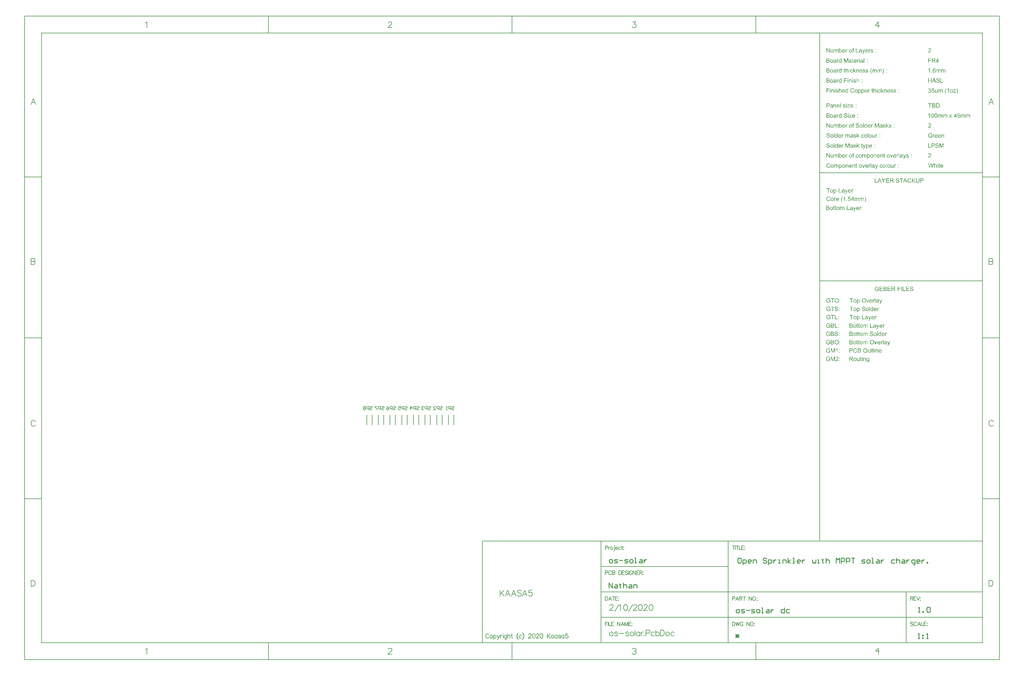
<source format=gbo>
G04*
G04 #@! TF.GenerationSoftware,Altium Limited,Altium Designer,20.2.4 (192)*
G04*
G04 Layer_Color=32896*
%FSLAX44Y44*%
%MOMM*%
G71*
G04*
G04 #@! TF.SameCoordinates,F8E7ABB6-3CEF-49F6-A16B-343C8670ECB9*
G04*
G04*
G04 #@! TF.FilePolarity,Positive*
G04*
G01*
G75*
%ADD10C,0.2000*%
%ADD12C,0.2540*%
%ADD20C,0.1270*%
%ADD21C,0.1778*%
G36*
X2126701Y280781D02*
X2125121D01*
Y282576D01*
X2126701D01*
Y280781D01*
D02*
G37*
G36*
X2133763Y279240D02*
X2133958Y279221D01*
X2134192Y279182D01*
X2134465Y279123D01*
X2134718Y279045D01*
X2134991Y278948D01*
X2135031Y278928D01*
X2135108Y278889D01*
X2135226Y278831D01*
X2135382Y278733D01*
X2135557Y278616D01*
X2135733Y278480D01*
X2135908Y278324D01*
X2136045Y278148D01*
X2136064Y278129D01*
X2136103Y278070D01*
X2136162Y277953D01*
X2136240Y277816D01*
X2136318Y277660D01*
X2136396Y277465D01*
X2136474Y277231D01*
X2136533Y276997D01*
Y276978D01*
X2136552Y276919D01*
X2136572Y276802D01*
X2136591Y276646D01*
Y276431D01*
X2136611Y276158D01*
X2136630Y275846D01*
Y275456D01*
Y269760D01*
X2135050D01*
Y275397D01*
Y275417D01*
Y275437D01*
Y275554D01*
Y275729D01*
X2135031Y275944D01*
X2135011Y276158D01*
X2134972Y276412D01*
X2134913Y276626D01*
X2134855Y276822D01*
Y276841D01*
X2134816Y276900D01*
X2134777Y276997D01*
X2134718Y277095D01*
X2134621Y277231D01*
X2134504Y277348D01*
X2134367Y277485D01*
X2134211Y277602D01*
X2134192Y277621D01*
X2134133Y277641D01*
X2134036Y277699D01*
X2133899Y277758D01*
X2133743Y277797D01*
X2133548Y277855D01*
X2133353Y277875D01*
X2133119Y277894D01*
X2132943D01*
X2132768Y277855D01*
X2132514Y277816D01*
X2132241Y277738D01*
X2131968Y277621D01*
X2131656Y277465D01*
X2131383Y277251D01*
X2131344Y277212D01*
X2131266Y277114D01*
X2131149Y276958D01*
X2131090Y276841D01*
X2131031Y276705D01*
X2130954Y276549D01*
X2130895Y276373D01*
X2130836Y276178D01*
X2130778Y275963D01*
X2130719Y275710D01*
X2130700Y275437D01*
X2130661Y275144D01*
Y274832D01*
Y269760D01*
X2129081D01*
Y279045D01*
X2130505D01*
Y277719D01*
X2130524Y277738D01*
X2130544Y277777D01*
X2130602Y277855D01*
X2130700Y277953D01*
X2130797Y278070D01*
X2130934Y278207D01*
X2131071Y278343D01*
X2131246Y278499D01*
X2131461Y278636D01*
X2131675Y278772D01*
X2131909Y278909D01*
X2132182Y279026D01*
X2132456Y279123D01*
X2132768Y279201D01*
X2133099Y279240D01*
X2133450Y279260D01*
X2133587D01*
X2133763Y279240D01*
D02*
G37*
G36*
X2117669Y269760D02*
X2116265D01*
Y271106D01*
X2116245Y271087D01*
X2116206Y271047D01*
X2116147Y270969D01*
X2116069Y270872D01*
X2115952Y270735D01*
X2115816Y270618D01*
X2115660Y270462D01*
X2115484Y270326D01*
X2115289Y270189D01*
X2115075Y270033D01*
X2114821Y269916D01*
X2114567Y269799D01*
X2114275Y269682D01*
X2113982Y269604D01*
X2113651Y269565D01*
X2113319Y269545D01*
X2113182D01*
X2113026Y269565D01*
X2112812Y269584D01*
X2112578Y269623D01*
X2112324Y269682D01*
X2112051Y269760D01*
X2111778Y269858D01*
X2111739Y269877D01*
X2111661Y269916D01*
X2111544Y269974D01*
X2111388Y270072D01*
X2111212Y270189D01*
X2111037Y270326D01*
X2110881Y270462D01*
X2110724Y270638D01*
X2110705Y270657D01*
X2110666Y270716D01*
X2110607Y270833D01*
X2110549Y270969D01*
X2110451Y271145D01*
X2110373Y271340D01*
X2110295Y271555D01*
X2110237Y271808D01*
Y271828D01*
X2110217Y271906D01*
Y272003D01*
X2110198Y272159D01*
X2110178Y272374D01*
Y272628D01*
X2110159Y272920D01*
Y273271D01*
Y279045D01*
X2111739D01*
Y273876D01*
Y273857D01*
Y273818D01*
Y273759D01*
Y273681D01*
Y273466D01*
X2111758Y273213D01*
Y272940D01*
X2111778Y272666D01*
X2111797Y272413D01*
X2111817Y272218D01*
Y272198D01*
X2111856Y272120D01*
X2111895Y272003D01*
X2111953Y271867D01*
X2112032Y271711D01*
X2112149Y271535D01*
X2112285Y271379D01*
X2112441Y271243D01*
X2112461Y271223D01*
X2112539Y271184D01*
X2112636Y271126D01*
X2112773Y271067D01*
X2112948Y271008D01*
X2113143Y270950D01*
X2113378Y270911D01*
X2113631Y270891D01*
X2113748D01*
X2113885Y270911D01*
X2114060Y270930D01*
X2114255Y270969D01*
X2114470Y271047D01*
X2114704Y271126D01*
X2114938Y271243D01*
X2114958Y271262D01*
X2115036Y271320D01*
X2115153Y271399D01*
X2115289Y271516D01*
X2115426Y271652D01*
X2115582Y271828D01*
X2115699Y272023D01*
X2115816Y272237D01*
X2115835Y272276D01*
X2115855Y272354D01*
X2115894Y272491D01*
X2115952Y272706D01*
X2116011Y272959D01*
X2116050Y273271D01*
X2116069Y273642D01*
X2116089Y274051D01*
Y279045D01*
X2117669D01*
Y269760D01*
D02*
G37*
G36*
X2126701D02*
X2125121D01*
Y279045D01*
X2126701D01*
Y269760D01*
D02*
G37*
G36*
X2093656Y282557D02*
X2093812D01*
X2094202Y282537D01*
X2094612Y282498D01*
X2095041Y282420D01*
X2095450Y282342D01*
X2095645Y282284D01*
X2095821Y282225D01*
X2095840D01*
X2095860Y282206D01*
X2095977Y282167D01*
X2096133Y282069D01*
X2096328Y281933D01*
X2096562Y281776D01*
X2096796Y281562D01*
X2097030Y281308D01*
X2097245Y280996D01*
X2097265Y280957D01*
X2097323Y280840D01*
X2097421Y280665D01*
X2097518Y280430D01*
X2097616Y280138D01*
X2097713Y279806D01*
X2097772Y279455D01*
X2097791Y279065D01*
Y279045D01*
Y279006D01*
Y278928D01*
X2097772Y278831D01*
Y278714D01*
X2097752Y278577D01*
X2097674Y278265D01*
X2097577Y277894D01*
X2097421Y277524D01*
X2097186Y277134D01*
X2097050Y276939D01*
X2096894Y276763D01*
X2096855Y276724D01*
X2096796Y276685D01*
X2096738Y276607D01*
X2096640Y276549D01*
X2096523Y276451D01*
X2096387Y276373D01*
X2096231Y276275D01*
X2096055Y276178D01*
X2095840Y276080D01*
X2095626Y275983D01*
X2095372Y275885D01*
X2095119Y275788D01*
X2094826Y275710D01*
X2094514Y275651D01*
X2094182Y275593D01*
X2094221Y275573D01*
X2094299Y275534D01*
X2094417Y275476D01*
X2094553Y275397D01*
X2094885Y275183D01*
X2095060Y275066D01*
X2095197Y274949D01*
X2095236Y274910D01*
X2095333Y274832D01*
X2095470Y274676D01*
X2095645Y274481D01*
X2095860Y274227D01*
X2096094Y273934D01*
X2096348Y273603D01*
X2096601Y273232D01*
X2098825Y269760D01*
X2096699D01*
X2095002Y272413D01*
Y272432D01*
X2094963Y272472D01*
X2094924Y272530D01*
X2094885Y272608D01*
X2094748Y272803D01*
X2094573Y273057D01*
X2094377Y273349D01*
X2094163Y273642D01*
X2093968Y273915D01*
X2093773Y274169D01*
X2093753Y274188D01*
X2093695Y274266D01*
X2093597Y274383D01*
X2093500Y274520D01*
X2093207Y274793D01*
X2093071Y274929D01*
X2092914Y275027D01*
X2092895Y275046D01*
X2092856Y275066D01*
X2092778Y275105D01*
X2092680Y275163D01*
X2092446Y275280D01*
X2092154Y275378D01*
X2092134D01*
X2092095Y275397D01*
X2092017D01*
X2091920Y275417D01*
X2091783Y275437D01*
X2091627D01*
X2091432Y275456D01*
X2089247D01*
Y269760D01*
X2087550D01*
Y282576D01*
X2093500D01*
X2093656Y282557D01*
D02*
G37*
G36*
X2121980Y279045D02*
X2123560D01*
Y277816D01*
X2121980D01*
Y272374D01*
Y272354D01*
Y272276D01*
Y272159D01*
X2122000Y272023D01*
X2122019Y271730D01*
X2122039Y271613D01*
X2122058Y271516D01*
X2122078Y271477D01*
X2122117Y271399D01*
X2122195Y271301D01*
X2122312Y271203D01*
X2122351Y271184D01*
X2122448Y271164D01*
X2122624Y271126D01*
X2122858Y271106D01*
X2123053D01*
X2123151Y271126D01*
X2123268D01*
X2123560Y271164D01*
X2123775Y269779D01*
X2123736D01*
X2123658Y269760D01*
X2123541Y269741D01*
X2123365Y269721D01*
X2123190Y269682D01*
X2122995Y269662D01*
X2122585Y269643D01*
X2122448D01*
X2122292Y269662D01*
X2122097Y269682D01*
X2121883Y269701D01*
X2121649Y269760D01*
X2121434Y269818D01*
X2121239Y269897D01*
X2121219Y269916D01*
X2121161Y269955D01*
X2121083Y270014D01*
X2120985Y270092D01*
X2120868Y270189D01*
X2120771Y270306D01*
X2120654Y270443D01*
X2120576Y270599D01*
Y270618D01*
X2120556Y270696D01*
X2120517Y270813D01*
X2120498Y271008D01*
X2120459Y271262D01*
X2120439Y271399D01*
X2120420Y271574D01*
Y271769D01*
X2120400Y271984D01*
Y272218D01*
Y272472D01*
Y277816D01*
X2119230D01*
Y279045D01*
X2120400D01*
Y281328D01*
X2121980Y282284D01*
Y279045D01*
D02*
G37*
G36*
X2104307Y279240D02*
X2104482Y279221D01*
X2104658Y279201D01*
X2104872Y279162D01*
X2105107Y279104D01*
X2105594Y278948D01*
X2105848Y278850D01*
X2106121Y278733D01*
X2106374Y278577D01*
X2106628Y278402D01*
X2106882Y278207D01*
X2107116Y277992D01*
X2107135Y277973D01*
X2107174Y277934D01*
X2107233Y277855D01*
X2107311Y277758D01*
X2107408Y277641D01*
X2107506Y277485D01*
X2107623Y277290D01*
X2107740Y277095D01*
X2107838Y276861D01*
X2107955Y276588D01*
X2108052Y276314D01*
X2108150Y276002D01*
X2108228Y275671D01*
X2108286Y275300D01*
X2108325Y274929D01*
X2108345Y274520D01*
Y274500D01*
Y274442D01*
Y274344D01*
Y274227D01*
X2108325Y274071D01*
Y273895D01*
X2108306Y273700D01*
X2108286Y273486D01*
X2108208Y273037D01*
X2108111Y272569D01*
X2107974Y272101D01*
X2107798Y271691D01*
Y271672D01*
X2107779Y271652D01*
X2107701Y271516D01*
X2107564Y271340D01*
X2107389Y271106D01*
X2107174Y270852D01*
X2106901Y270599D01*
X2106589Y270345D01*
X2106218Y270111D01*
X2106199D01*
X2106179Y270092D01*
X2106121Y270053D01*
X2106043Y270033D01*
X2105828Y269935D01*
X2105555Y269838D01*
X2105224Y269721D01*
X2104853Y269643D01*
X2104443Y269565D01*
X2103994Y269545D01*
X2103799D01*
X2103663Y269565D01*
X2103507Y269584D01*
X2103312Y269604D01*
X2103097Y269643D01*
X2102863Y269701D01*
X2102375Y269858D01*
X2102102Y269955D01*
X2101849Y270072D01*
X2101576Y270209D01*
X2101322Y270384D01*
X2101069Y270579D01*
X2100834Y270794D01*
X2100815Y270813D01*
X2100776Y270852D01*
X2100717Y270930D01*
X2100659Y271028D01*
X2100561Y271164D01*
X2100464Y271320D01*
X2100347Y271496D01*
X2100249Y271711D01*
X2100132Y271964D01*
X2100015Y272218D01*
X2099917Y272530D01*
X2099839Y272842D01*
X2099762Y273193D01*
X2099703Y273564D01*
X2099664Y273974D01*
X2099644Y274403D01*
Y274442D01*
Y274520D01*
X2099664Y274656D01*
Y274832D01*
X2099684Y275046D01*
X2099722Y275280D01*
X2099762Y275554D01*
X2099820Y275846D01*
X2099898Y276158D01*
X2099996Y276470D01*
X2100113Y276783D01*
X2100249Y277095D01*
X2100405Y277407D01*
X2100600Y277699D01*
X2100815Y277973D01*
X2101069Y278226D01*
X2101088Y278246D01*
X2101127Y278265D01*
X2101185Y278324D01*
X2101283Y278382D01*
X2101400Y278460D01*
X2101537Y278558D01*
X2101693Y278655D01*
X2101888Y278753D01*
X2102083Y278831D01*
X2102297Y278928D01*
X2102805Y279104D01*
X2103370Y279221D01*
X2103682Y279240D01*
X2103994Y279260D01*
X2104170D01*
X2104307Y279240D01*
D02*
G37*
G36*
X2142716D02*
X2142853Y279221D01*
X2143029Y279182D01*
X2143399Y279084D01*
X2143614Y279026D01*
X2143828Y278928D01*
X2144062Y278831D01*
X2144296Y278694D01*
X2144511Y278538D01*
X2144745Y278363D01*
X2144960Y278148D01*
X2145155Y277914D01*
Y279045D01*
X2146598D01*
Y271008D01*
Y270989D01*
Y270911D01*
Y270813D01*
Y270657D01*
X2146579Y270482D01*
Y270287D01*
X2146559Y270053D01*
X2146540Y269818D01*
X2146481Y269331D01*
X2146403Y268824D01*
X2146306Y268355D01*
X2146228Y268141D01*
X2146150Y267965D01*
Y267946D01*
X2146130Y267926D01*
X2146072Y267809D01*
X2145954Y267653D01*
X2145818Y267439D01*
X2145623Y267204D01*
X2145389Y266970D01*
X2145096Y266736D01*
X2144765Y266522D01*
X2144745D01*
X2144726Y266502D01*
X2144667Y266483D01*
X2144589Y266444D01*
X2144394Y266346D01*
X2144121Y266268D01*
X2143770Y266171D01*
X2143360Y266073D01*
X2142911Y266015D01*
X2142404Y265995D01*
X2142248D01*
X2142131Y266015D01*
X2141995D01*
X2141819Y266034D01*
X2141448Y266093D01*
X2141019Y266190D01*
X2140571Y266307D01*
X2140122Y266502D01*
X2139712Y266756D01*
X2139693D01*
X2139673Y266795D01*
X2139556Y266892D01*
X2139400Y267068D01*
X2139205Y267322D01*
X2139030Y267634D01*
X2138873Y268024D01*
X2138776Y268472D01*
X2138737Y268726D01*
Y268999D01*
X2140258Y268785D01*
Y268746D01*
X2140278Y268668D01*
X2140317Y268550D01*
X2140356Y268395D01*
X2140434Y268219D01*
X2140531Y268043D01*
X2140649Y267887D01*
X2140805Y267751D01*
X2140824Y267731D01*
X2140922Y267673D01*
X2141039Y267614D01*
X2141234Y267536D01*
X2141448Y267439D01*
X2141721Y267380D01*
X2142053Y267322D01*
X2142404Y267302D01*
X2142580D01*
X2142775Y267322D01*
X2143029Y267361D01*
X2143302Y267419D01*
X2143575Y267497D01*
X2143848Y267595D01*
X2144082Y267751D01*
X2144101Y267770D01*
X2144179Y267829D01*
X2144277Y267926D01*
X2144413Y268063D01*
X2144550Y268238D01*
X2144667Y268433D01*
X2144784Y268687D01*
X2144882Y268960D01*
Y268980D01*
X2144901Y269058D01*
X2144921Y269194D01*
X2144940Y269389D01*
X2144979Y269662D01*
Y269838D01*
X2144999Y270014D01*
Y270228D01*
Y270443D01*
Y270696D01*
Y270969D01*
X2144979Y270950D01*
X2144960Y270911D01*
X2144901Y270852D01*
X2144823Y270774D01*
X2144706Y270696D01*
X2144589Y270579D01*
X2144296Y270365D01*
X2143926Y270150D01*
X2143477Y269955D01*
X2143243Y269877D01*
X2142989Y269818D01*
X2142716Y269779D01*
X2142443Y269760D01*
X2142268D01*
X2142131Y269779D01*
X2141975Y269799D01*
X2141780Y269838D01*
X2141585Y269877D01*
X2141351Y269935D01*
X2141117Y269994D01*
X2140883Y270092D01*
X2140629Y270209D01*
X2140395Y270345D01*
X2140141Y270501D01*
X2139907Y270677D01*
X2139693Y270891D01*
X2139478Y271126D01*
X2139459Y271145D01*
X2139439Y271184D01*
X2139381Y271262D01*
X2139322Y271379D01*
X2139244Y271516D01*
X2139147Y271672D01*
X2139049Y271847D01*
X2138951Y272062D01*
X2138854Y272296D01*
X2138756Y272549D01*
X2138678Y272823D01*
X2138581Y273115D01*
X2138464Y273739D01*
X2138444Y274091D01*
X2138425Y274442D01*
Y274461D01*
Y274500D01*
Y274578D01*
Y274676D01*
X2138444Y274793D01*
Y274929D01*
X2138483Y275242D01*
X2138542Y275632D01*
X2138620Y276041D01*
X2138737Y276470D01*
X2138893Y276900D01*
Y276919D01*
X2138912Y276958D01*
X2138951Y277017D01*
X2138990Y277095D01*
X2139088Y277290D01*
X2139244Y277543D01*
X2139459Y277816D01*
X2139693Y278109D01*
X2139966Y278382D01*
X2140297Y278636D01*
X2140317D01*
X2140336Y278655D01*
X2140395Y278694D01*
X2140453Y278733D01*
X2140649Y278831D01*
X2140902Y278948D01*
X2141234Y279065D01*
X2141585Y279162D01*
X2141995Y279240D01*
X2142443Y279260D01*
X2142599D01*
X2142716Y279240D01*
D02*
G37*
G36*
X2163511Y305781D02*
X2161931D01*
Y307576D01*
X2163511D01*
Y305781D01*
D02*
G37*
G36*
X2105360Y307771D02*
X2105516Y307752D01*
X2105711Y307732D01*
X2105926Y307713D01*
X2106160Y307674D01*
X2106667Y307557D01*
X2107213Y307381D01*
X2107486Y307264D01*
X2107759Y307127D01*
X2108013Y306971D01*
X2108267Y306796D01*
X2108286Y306776D01*
X2108325Y306757D01*
X2108384Y306698D01*
X2108481Y306620D01*
X2108579Y306523D01*
X2108715Y306386D01*
X2108852Y306250D01*
X2108988Y306094D01*
X2109144Y305899D01*
X2109281Y305704D01*
X2109437Y305469D01*
X2109593Y305216D01*
X2109730Y304962D01*
X2109866Y304670D01*
X2110100Y304045D01*
X2108423Y303655D01*
Y303675D01*
X2108403Y303714D01*
X2108384Y303792D01*
X2108345Y303889D01*
X2108286Y304006D01*
X2108228Y304143D01*
X2108091Y304436D01*
X2107915Y304767D01*
X2107681Y305118D01*
X2107428Y305430D01*
X2107116Y305704D01*
X2107077Y305723D01*
X2106960Y305801D01*
X2106784Y305899D01*
X2106530Y306035D01*
X2106238Y306152D01*
X2105867Y306250D01*
X2105458Y306328D01*
X2104989Y306347D01*
X2104853D01*
X2104755Y306328D01*
X2104619D01*
X2104482Y306308D01*
X2104131Y306250D01*
X2103741Y306172D01*
X2103331Y306035D01*
X2102922Y305860D01*
X2102531Y305625D01*
X2102512D01*
X2102493Y305586D01*
X2102375Y305489D01*
X2102200Y305333D01*
X2101985Y305118D01*
X2101771Y304845D01*
X2101537Y304533D01*
X2101322Y304143D01*
X2101147Y303714D01*
Y303694D01*
X2101127Y303655D01*
X2101107Y303597D01*
X2101088Y303499D01*
X2101049Y303402D01*
X2101030Y303265D01*
X2100951Y302953D01*
X2100873Y302582D01*
X2100815Y302173D01*
X2100776Y301724D01*
X2100756Y301256D01*
Y301236D01*
Y301178D01*
Y301100D01*
Y300983D01*
X2100776Y300846D01*
Y300671D01*
X2100795Y300495D01*
X2100815Y300300D01*
X2100873Y299851D01*
X2100951Y299364D01*
X2101069Y298876D01*
X2101225Y298408D01*
Y298388D01*
X2101244Y298349D01*
X2101283Y298291D01*
X2101322Y298213D01*
X2101420Y297979D01*
X2101576Y297725D01*
X2101790Y297413D01*
X2102044Y297120D01*
X2102336Y296828D01*
X2102688Y296574D01*
X2102707D01*
X2102727Y296555D01*
X2102785Y296516D01*
X2102863Y296477D01*
X2103078Y296399D01*
X2103351Y296282D01*
X2103663Y296184D01*
X2104034Y296086D01*
X2104443Y296008D01*
X2104872Y295989D01*
X2105009D01*
X2105107Y296008D01*
X2105224D01*
X2105380Y296028D01*
X2105711Y296086D01*
X2106082Y296184D01*
X2106492Y296340D01*
X2106882Y296535D01*
X2107272Y296808D01*
X2107291Y296828D01*
X2107311Y296847D01*
X2107428Y296964D01*
X2107603Y297159D01*
X2107818Y297413D01*
X2108033Y297764D01*
X2108267Y298174D01*
X2108462Y298681D01*
X2108618Y299247D01*
X2110315Y298817D01*
Y298798D01*
X2110295Y298720D01*
X2110256Y298622D01*
X2110217Y298466D01*
X2110139Y298310D01*
X2110061Y298096D01*
X2109983Y297881D01*
X2109866Y297647D01*
X2109613Y297120D01*
X2109261Y296594D01*
X2108871Y296086D01*
X2108637Y295852D01*
X2108384Y295638D01*
X2108364Y295618D01*
X2108325Y295599D01*
X2108247Y295540D01*
X2108130Y295462D01*
X2107993Y295384D01*
X2107838Y295287D01*
X2107662Y295189D01*
X2107447Y295092D01*
X2107213Y294994D01*
X2106960Y294897D01*
X2106667Y294799D01*
X2106374Y294721D01*
X2105731Y294584D01*
X2105380Y294565D01*
X2105009Y294545D01*
X2104814D01*
X2104658Y294565D01*
X2104482D01*
X2104287Y294584D01*
X2104053Y294623D01*
X2103819Y294643D01*
X2103273Y294760D01*
X2102707Y294897D01*
X2102161Y295111D01*
X2101888Y295228D01*
X2101634Y295384D01*
X2101615Y295404D01*
X2101576Y295423D01*
X2101517Y295482D01*
X2101420Y295540D01*
X2101185Y295735D01*
X2100912Y296008D01*
X2100581Y296340D01*
X2100269Y296769D01*
X2099937Y297257D01*
X2099664Y297823D01*
Y297842D01*
X2099644Y297901D01*
X2099605Y297979D01*
X2099566Y298096D01*
X2099508Y298252D01*
X2099449Y298427D01*
X2099391Y298622D01*
X2099332Y298857D01*
X2099274Y299090D01*
X2099215Y299364D01*
X2099098Y299949D01*
X2099020Y300573D01*
X2099001Y301256D01*
Y301275D01*
Y301353D01*
Y301451D01*
X2099020Y301588D01*
Y301763D01*
X2099040Y301978D01*
X2099059Y302192D01*
X2099098Y302446D01*
X2099196Y302992D01*
X2099313Y303577D01*
X2099508Y304182D01*
X2099762Y304748D01*
Y304767D01*
X2099801Y304806D01*
X2099839Y304884D01*
X2099898Y305001D01*
X2099976Y305118D01*
X2100074Y305255D01*
X2100327Y305586D01*
X2100620Y305957D01*
X2100990Y306328D01*
X2101439Y306698D01*
X2101927Y307010D01*
X2101946D01*
X2101985Y307050D01*
X2102063Y307089D01*
X2102180Y307127D01*
X2102297Y307186D01*
X2102453Y307264D01*
X2102649Y307323D01*
X2102844Y307401D01*
X2103058Y307479D01*
X2103292Y307537D01*
X2103819Y307674D01*
X2104404Y307752D01*
X2105028Y307791D01*
X2105224D01*
X2105360Y307771D01*
D02*
G37*
G36*
X2170573Y304240D02*
X2170768Y304221D01*
X2171002Y304182D01*
X2171275Y304123D01*
X2171528Y304045D01*
X2171802Y303948D01*
X2171841Y303928D01*
X2171919Y303889D01*
X2172036Y303831D01*
X2172192Y303733D01*
X2172367Y303616D01*
X2172543Y303480D01*
X2172718Y303324D01*
X2172855Y303148D01*
X2172874Y303129D01*
X2172914Y303070D01*
X2172972Y302953D01*
X2173050Y302816D01*
X2173128Y302660D01*
X2173206Y302465D01*
X2173284Y302231D01*
X2173343Y301997D01*
Y301978D01*
X2173362Y301919D01*
X2173382Y301802D01*
X2173401Y301646D01*
Y301431D01*
X2173421Y301158D01*
X2173440Y300846D01*
Y300456D01*
Y294760D01*
X2171860D01*
Y300397D01*
Y300417D01*
Y300436D01*
Y300554D01*
Y300729D01*
X2171841Y300944D01*
X2171821Y301158D01*
X2171782Y301412D01*
X2171723Y301626D01*
X2171665Y301821D01*
Y301841D01*
X2171626Y301900D01*
X2171587Y301997D01*
X2171528Y302095D01*
X2171431Y302231D01*
X2171314Y302348D01*
X2171177Y302485D01*
X2171021Y302602D01*
X2171002Y302621D01*
X2170943Y302641D01*
X2170846Y302699D01*
X2170709Y302758D01*
X2170553Y302797D01*
X2170358Y302855D01*
X2170163Y302875D01*
X2169929Y302894D01*
X2169753D01*
X2169578Y302855D01*
X2169324Y302816D01*
X2169051Y302738D01*
X2168778Y302621D01*
X2168466Y302465D01*
X2168193Y302251D01*
X2168154Y302212D01*
X2168076Y302114D01*
X2167959Y301958D01*
X2167900Y301841D01*
X2167842Y301705D01*
X2167764Y301548D01*
X2167705Y301373D01*
X2167646Y301178D01*
X2167588Y300963D01*
X2167529Y300710D01*
X2167510Y300436D01*
X2167471Y300144D01*
Y299832D01*
Y294760D01*
X2165891D01*
Y304045D01*
X2167315D01*
Y302719D01*
X2167334Y302738D01*
X2167354Y302777D01*
X2167413Y302855D01*
X2167510Y302953D01*
X2167608Y303070D01*
X2167744Y303207D01*
X2167881Y303343D01*
X2168056Y303499D01*
X2168271Y303636D01*
X2168485Y303772D01*
X2168719Y303909D01*
X2168992Y304026D01*
X2169266Y304123D01*
X2169578Y304201D01*
X2169909Y304240D01*
X2170260Y304260D01*
X2170397D01*
X2170573Y304240D01*
D02*
G37*
G36*
X2150500Y294760D02*
X2149095D01*
Y296106D01*
X2149076Y296086D01*
X2149037Y296047D01*
X2148978Y295969D01*
X2148900Y295872D01*
X2148783Y295735D01*
X2148647Y295618D01*
X2148490Y295462D01*
X2148315Y295326D01*
X2148120Y295189D01*
X2147905Y295033D01*
X2147652Y294916D01*
X2147398Y294799D01*
X2147106Y294682D01*
X2146813Y294604D01*
X2146481Y294565D01*
X2146150Y294545D01*
X2146013D01*
X2145857Y294565D01*
X2145642Y294584D01*
X2145408Y294623D01*
X2145155Y294682D01*
X2144882Y294760D01*
X2144608Y294858D01*
X2144570Y294877D01*
X2144491Y294916D01*
X2144375Y294974D01*
X2144218Y295072D01*
X2144043Y295189D01*
X2143867Y295326D01*
X2143711Y295462D01*
X2143555Y295638D01*
X2143536Y295657D01*
X2143497Y295716D01*
X2143438Y295833D01*
X2143380Y295969D01*
X2143282Y296145D01*
X2143204Y296340D01*
X2143126Y296555D01*
X2143067Y296808D01*
Y296828D01*
X2143048Y296906D01*
Y297003D01*
X2143029Y297159D01*
X2143009Y297374D01*
Y297628D01*
X2142989Y297920D01*
Y298271D01*
Y304045D01*
X2144570D01*
Y298876D01*
Y298857D01*
Y298817D01*
Y298759D01*
Y298681D01*
Y298466D01*
X2144589Y298213D01*
Y297940D01*
X2144608Y297666D01*
X2144628Y297413D01*
X2144648Y297218D01*
Y297198D01*
X2144687Y297120D01*
X2144726Y297003D01*
X2144784Y296867D01*
X2144862Y296711D01*
X2144979Y296535D01*
X2145116Y296379D01*
X2145272Y296243D01*
X2145291Y296223D01*
X2145369Y296184D01*
X2145467Y296125D01*
X2145603Y296067D01*
X2145779Y296008D01*
X2145974Y295950D01*
X2146208Y295911D01*
X2146462Y295891D01*
X2146579D01*
X2146715Y295911D01*
X2146891Y295930D01*
X2147086Y295969D01*
X2147301Y296047D01*
X2147535Y296125D01*
X2147769Y296243D01*
X2147788Y296262D01*
X2147866Y296320D01*
X2147983Y296399D01*
X2148120Y296516D01*
X2148256Y296652D01*
X2148412Y296828D01*
X2148530Y297023D01*
X2148647Y297237D01*
X2148666Y297276D01*
X2148685Y297354D01*
X2148725Y297491D01*
X2148783Y297705D01*
X2148842Y297959D01*
X2148881Y298271D01*
X2148900Y298642D01*
X2148920Y299051D01*
Y304045D01*
X2150500D01*
Y294760D01*
D02*
G37*
G36*
X2163511D02*
X2161931D01*
Y304045D01*
X2163511D01*
Y294760D01*
D02*
G37*
G36*
X2159492D02*
X2157912D01*
Y307576D01*
X2159492D01*
Y294760D01*
D02*
G37*
G36*
X2117493Y307557D02*
X2117630D01*
X2117962Y307537D01*
X2118332Y307479D01*
X2118723Y307420D01*
X2119113Y307323D01*
X2119464Y307186D01*
X2119483D01*
X2119503Y307167D01*
X2119620Y307108D01*
X2119776Y307010D01*
X2119971Y306893D01*
X2120205Y306718D01*
X2120439Y306503D01*
X2120654Y306269D01*
X2120868Y305977D01*
X2120888Y305938D01*
X2120946Y305840D01*
X2121024Y305665D01*
X2121122Y305450D01*
X2121219Y305196D01*
X2121297Y304923D01*
X2121356Y304611D01*
X2121375Y304279D01*
Y304240D01*
Y304143D01*
X2121356Y303987D01*
X2121317Y303772D01*
X2121258Y303538D01*
X2121180Y303285D01*
X2121083Y302992D01*
X2120927Y302719D01*
X2120907Y302680D01*
X2120849Y302602D01*
X2120732Y302465D01*
X2120595Y302309D01*
X2120400Y302114D01*
X2120166Y301939D01*
X2119893Y301744D01*
X2119561Y301568D01*
X2119581D01*
X2119620Y301548D01*
X2119678Y301529D01*
X2119756Y301509D01*
X2119971Y301412D01*
X2120224Y301295D01*
X2120517Y301119D01*
X2120810Y300924D01*
X2121102Y300690D01*
X2121356Y300397D01*
X2121375Y300359D01*
X2121454Y300261D01*
X2121551Y300085D01*
X2121688Y299851D01*
X2121805Y299559D01*
X2121902Y299247D01*
X2121980Y298876D01*
X2122000Y298466D01*
Y298427D01*
Y298310D01*
X2121980Y298135D01*
X2121961Y297920D01*
X2121902Y297666D01*
X2121844Y297374D01*
X2121746Y297081D01*
X2121609Y296789D01*
X2121590Y296750D01*
X2121551Y296652D01*
X2121454Y296516D01*
X2121356Y296340D01*
X2121219Y296145D01*
X2121063Y295950D01*
X2120868Y295755D01*
X2120673Y295579D01*
X2120654Y295560D01*
X2120576Y295521D01*
X2120459Y295443D01*
X2120283Y295345D01*
X2120088Y295248D01*
X2119834Y295150D01*
X2119561Y295053D01*
X2119269Y294955D01*
X2119230D01*
X2119113Y294916D01*
X2118937Y294897D01*
X2118703Y294858D01*
X2118391Y294818D01*
X2118040Y294799D01*
X2117650Y294760D01*
X2112324D01*
Y307576D01*
X2117357D01*
X2117493Y307557D01*
D02*
G37*
G36*
X2093090D02*
X2093402Y307537D01*
X2093734Y307518D01*
X2094046Y307479D01*
X2094319Y307440D01*
X2094358D01*
X2094475Y307401D01*
X2094651Y307362D01*
X2094865Y307303D01*
X2095119Y307225D01*
X2095372Y307127D01*
X2095645Y306991D01*
X2095899Y306835D01*
X2095919Y306815D01*
X2096016Y306757D01*
X2096133Y306659D01*
X2096270Y306523D01*
X2096426Y306347D01*
X2096601Y306133D01*
X2096777Y305899D01*
X2096933Y305606D01*
X2096952Y305567D01*
X2096991Y305469D01*
X2097050Y305313D01*
X2097128Y305099D01*
X2097206Y304845D01*
X2097265Y304553D01*
X2097304Y304221D01*
X2097323Y303870D01*
Y303850D01*
Y303792D01*
Y303714D01*
X2097304Y303597D01*
X2097284Y303460D01*
X2097265Y303285D01*
X2097245Y303109D01*
X2097186Y302914D01*
X2097070Y302465D01*
X2096874Y302017D01*
X2096757Y301782D01*
X2096621Y301548D01*
X2096465Y301314D01*
X2096270Y301100D01*
X2096250Y301080D01*
X2096211Y301061D01*
X2096153Y301002D01*
X2096075Y300924D01*
X2095938Y300846D01*
X2095802Y300749D01*
X2095626Y300651D01*
X2095411Y300554D01*
X2095177Y300436D01*
X2094904Y300339D01*
X2094592Y300242D01*
X2094261Y300163D01*
X2093870Y300085D01*
X2093461Y300027D01*
X2093012Y300007D01*
X2092524Y299988D01*
X2089247D01*
Y294760D01*
X2087550D01*
Y307576D01*
X2092797D01*
X2093090Y307557D01*
D02*
G37*
G36*
X2154811Y304045D02*
X2156391D01*
Y302816D01*
X2154811D01*
Y297374D01*
Y297354D01*
Y297276D01*
Y297159D01*
X2154830Y297023D01*
X2154850Y296730D01*
X2154869Y296613D01*
X2154889Y296516D01*
X2154908Y296477D01*
X2154947Y296399D01*
X2155025Y296301D01*
X2155142Y296203D01*
X2155181Y296184D01*
X2155279Y296164D01*
X2155455Y296125D01*
X2155689Y296106D01*
X2155884D01*
X2155981Y296125D01*
X2156098D01*
X2156391Y296164D01*
X2156606Y294779D01*
X2156566D01*
X2156488Y294760D01*
X2156371Y294740D01*
X2156196Y294721D01*
X2156020Y294682D01*
X2155825Y294662D01*
X2155415Y294643D01*
X2155279D01*
X2155123Y294662D01*
X2154928Y294682D01*
X2154713Y294701D01*
X2154479Y294760D01*
X2154265Y294818D01*
X2154070Y294897D01*
X2154050Y294916D01*
X2153992Y294955D01*
X2153914Y295014D01*
X2153816Y295092D01*
X2153699Y295189D01*
X2153601Y295306D01*
X2153484Y295443D01*
X2153406Y295599D01*
Y295618D01*
X2153387Y295696D01*
X2153348Y295813D01*
X2153328Y296008D01*
X2153289Y296262D01*
X2153270Y296399D01*
X2153250Y296574D01*
Y296769D01*
X2153231Y296984D01*
Y297218D01*
Y297471D01*
Y302816D01*
X2152060D01*
Y304045D01*
X2153231D01*
Y306328D01*
X2154811Y307284D01*
Y304045D01*
D02*
G37*
G36*
X2179956Y304240D02*
X2180112Y304221D01*
X2180307Y304201D01*
X2180502Y304162D01*
X2180736Y304104D01*
X2181204Y303948D01*
X2181458Y303850D01*
X2181711Y303714D01*
X2181965Y303577D01*
X2182218Y303402D01*
X2182453Y303207D01*
X2182687Y302973D01*
X2182706Y302953D01*
X2182745Y302914D01*
X2182804Y302836D01*
X2182882Y302738D01*
X2182960Y302602D01*
X2183057Y302446D01*
X2183174Y302270D01*
X2183291Y302056D01*
X2183389Y301802D01*
X2183506Y301548D01*
X2183603Y301256D01*
X2183701Y300924D01*
X2183759Y300593D01*
X2183818Y300222D01*
X2183857Y299832D01*
X2183876Y299403D01*
Y299383D01*
Y299305D01*
Y299169D01*
X2183857Y298993D01*
X2176951D01*
Y298974D01*
Y298934D01*
X2176971Y298837D01*
Y298739D01*
X2176991Y298603D01*
X2177010Y298466D01*
X2177088Y298115D01*
X2177205Y297745D01*
X2177342Y297354D01*
X2177556Y296964D01*
X2177810Y296633D01*
X2177849Y296594D01*
X2177946Y296516D01*
X2178122Y296379D01*
X2178336Y296243D01*
X2178629Y296086D01*
X2178961Y295950D01*
X2179331Y295872D01*
X2179741Y295833D01*
X2179897D01*
X2180053Y295852D01*
X2180248Y295891D01*
X2180482Y295950D01*
X2180736Y296028D01*
X2180990Y296125D01*
X2181224Y296282D01*
X2181243Y296301D01*
X2181321Y296379D01*
X2181438Y296477D01*
X2181575Y296652D01*
X2181731Y296847D01*
X2181887Y297101D01*
X2182043Y297413D01*
X2182199Y297764D01*
X2183818Y297549D01*
Y297530D01*
X2183799Y297491D01*
X2183779Y297413D01*
X2183740Y297315D01*
X2183701Y297198D01*
X2183642Y297062D01*
X2183486Y296730D01*
X2183291Y296379D01*
X2183057Y296008D01*
X2182745Y295638D01*
X2182394Y295326D01*
X2182375D01*
X2182355Y295287D01*
X2182296Y295248D01*
X2182199Y295209D01*
X2182101Y295150D01*
X2181984Y295072D01*
X2181848Y295014D01*
X2181672Y294935D01*
X2181302Y294799D01*
X2180833Y294662D01*
X2180326Y294584D01*
X2179741Y294545D01*
X2179546D01*
X2179409Y294565D01*
X2179234Y294584D01*
X2179039Y294604D01*
X2178824Y294643D01*
X2178571Y294701D01*
X2178063Y294858D01*
X2177790Y294955D01*
X2177537Y295072D01*
X2177264Y295209D01*
X2177010Y295384D01*
X2176756Y295579D01*
X2176522Y295794D01*
X2176503Y295813D01*
X2176464Y295852D01*
X2176405Y295930D01*
X2176347Y296028D01*
X2176249Y296145D01*
X2176152Y296301D01*
X2176035Y296496D01*
X2175937Y296711D01*
X2175820Y296945D01*
X2175703Y297198D01*
X2175605Y297491D01*
X2175527Y297803D01*
X2175449Y298135D01*
X2175391Y298505D01*
X2175352Y298895D01*
X2175332Y299305D01*
Y299325D01*
Y299403D01*
Y299539D01*
X2175352Y299695D01*
X2175371Y299890D01*
X2175391Y300124D01*
X2175430Y300378D01*
X2175488Y300651D01*
X2175625Y301236D01*
X2175723Y301529D01*
X2175840Y301841D01*
X2175976Y302134D01*
X2176132Y302426D01*
X2176308Y302699D01*
X2176522Y302953D01*
X2176542Y302973D01*
X2176581Y303011D01*
X2176639Y303070D01*
X2176737Y303167D01*
X2176854Y303265D01*
X2177010Y303363D01*
X2177166Y303480D01*
X2177361Y303616D01*
X2177576Y303733D01*
X2177810Y303850D01*
X2178063Y303948D01*
X2178356Y304065D01*
X2178649Y304143D01*
X2178961Y304201D01*
X2179292Y304240D01*
X2179644Y304260D01*
X2179819D01*
X2179956Y304240D01*
D02*
G37*
G36*
X2135206Y307771D02*
X2135362D01*
X2135557Y307752D01*
X2135752Y307713D01*
X2135986Y307693D01*
X2136474Y307576D01*
X2137020Y307420D01*
X2137566Y307225D01*
X2137840Y307089D01*
X2138113Y306932D01*
X2138132D01*
X2138171Y306893D01*
X2138249Y306854D01*
X2138347Y306776D01*
X2138464Y306698D01*
X2138600Y306581D01*
X2138912Y306328D01*
X2139264Y305996D01*
X2139634Y305586D01*
X2139966Y305118D01*
X2140278Y304572D01*
Y304553D01*
X2140317Y304494D01*
X2140356Y304416D01*
X2140395Y304299D01*
X2140453Y304162D01*
X2140512Y303987D01*
X2140590Y303792D01*
X2140668Y303577D01*
X2140727Y303324D01*
X2140805Y303070D01*
X2140922Y302485D01*
X2141000Y301841D01*
X2141039Y301139D01*
Y301119D01*
Y301061D01*
Y300944D01*
X2141019Y300807D01*
Y300632D01*
X2141000Y300436D01*
X2140980Y300222D01*
X2140941Y299968D01*
X2140844Y299422D01*
X2140707Y298837D01*
X2140512Y298232D01*
X2140239Y297647D01*
Y297628D01*
X2140200Y297589D01*
X2140161Y297511D01*
X2140102Y297393D01*
X2140005Y297276D01*
X2139907Y297120D01*
X2139673Y296789D01*
X2139361Y296418D01*
X2138971Y296028D01*
X2138522Y295657D01*
X2138015Y295326D01*
X2137996D01*
X2137957Y295287D01*
X2137879Y295248D01*
X2137762Y295209D01*
X2137625Y295150D01*
X2137469Y295072D01*
X2137293Y295014D01*
X2137079Y294935D01*
X2136630Y294799D01*
X2136103Y294662D01*
X2135518Y294584D01*
X2134913Y294545D01*
X2134738D01*
X2134601Y294565D01*
X2134445D01*
X2134270Y294584D01*
X2134055Y294623D01*
X2133821Y294662D01*
X2133333Y294760D01*
X2132787Y294916D01*
X2132222Y295131D01*
X2131948Y295248D01*
X2131675Y295404D01*
X2131656Y295423D01*
X2131617Y295443D01*
X2131539Y295501D01*
X2131441Y295560D01*
X2131324Y295657D01*
X2131188Y295755D01*
X2130876Y296028D01*
X2130524Y296379D01*
X2130154Y296769D01*
X2129822Y297257D01*
X2129510Y297784D01*
Y297803D01*
X2129471Y297862D01*
X2129451Y297940D01*
X2129393Y298057D01*
X2129334Y298193D01*
X2129276Y298349D01*
X2129217Y298544D01*
X2129159Y298759D01*
X2129081Y298993D01*
X2129022Y299227D01*
X2128905Y299773D01*
X2128827Y300359D01*
X2128788Y300983D01*
Y301022D01*
Y301119D01*
X2128808Y301295D01*
Y301509D01*
X2128847Y301782D01*
X2128886Y302095D01*
X2128925Y302426D01*
X2129003Y302816D01*
X2129100Y303207D01*
X2129198Y303616D01*
X2129334Y304026D01*
X2129510Y304436D01*
X2129705Y304845D01*
X2129920Y305255D01*
X2130193Y305625D01*
X2130485Y305977D01*
X2130505Y305996D01*
X2130563Y306055D01*
X2130661Y306152D01*
X2130797Y306269D01*
X2130973Y306406D01*
X2131168Y306542D01*
X2131402Y306718D01*
X2131675Y306893D01*
X2131987Y307050D01*
X2132319Y307225D01*
X2132690Y307362D01*
X2133080Y307518D01*
X2133489Y307615D01*
X2133938Y307713D01*
X2134426Y307771D01*
X2134913Y307791D01*
X2135089D01*
X2135206Y307771D01*
D02*
G37*
G36*
X2024299Y282771D02*
X2024456D01*
X2024787Y282732D01*
X2025158Y282674D01*
X2025587Y282596D01*
X2026016Y282479D01*
X2026445Y282323D01*
X2026465D01*
X2026504Y282303D01*
X2026562Y282284D01*
X2026640Y282244D01*
X2026835Y282147D01*
X2027089Y281991D01*
X2027382Y281815D01*
X2027674Y281601D01*
X2027967Y281367D01*
X2028220Y281074D01*
X2028240Y281035D01*
X2028318Y280938D01*
X2028435Y280762D01*
X2028591Y280508D01*
X2028747Y280216D01*
X2028903Y279865D01*
X2029059Y279455D01*
X2029196Y278987D01*
X2027655Y278558D01*
Y278577D01*
X2027635Y278597D01*
X2027616Y278714D01*
X2027538Y278889D01*
X2027460Y279123D01*
X2027362Y279357D01*
X2027245Y279611D01*
X2027108Y279865D01*
X2026953Y280099D01*
X2026933Y280118D01*
X2026874Y280196D01*
X2026777Y280294D01*
X2026640Y280430D01*
X2026465Y280567D01*
X2026250Y280723D01*
X2026016Y280860D01*
X2025724Y280996D01*
X2025685Y281016D01*
X2025587Y281055D01*
X2025411Y281113D01*
X2025197Y281172D01*
X2024943Y281230D01*
X2024651Y281289D01*
X2024319Y281328D01*
X2023968Y281347D01*
X2023773D01*
X2023558Y281328D01*
X2023285Y281308D01*
X2022973Y281250D01*
X2022622Y281191D01*
X2022290Y281094D01*
X2021959Y280977D01*
X2021920Y280957D01*
X2021822Y280918D01*
X2021666Y280840D01*
X2021471Y280723D01*
X2021256Y280586D01*
X2021022Y280430D01*
X2020808Y280255D01*
X2020593Y280040D01*
X2020574Y280021D01*
X2020515Y279943D01*
X2020417Y279826D01*
X2020300Y279670D01*
X2020164Y279475D01*
X2020027Y279260D01*
X2019910Y279026D01*
X2019793Y278772D01*
Y278753D01*
X2019774Y278714D01*
X2019754Y278655D01*
X2019715Y278558D01*
X2019676Y278460D01*
X2019637Y278324D01*
X2019559Y278011D01*
X2019462Y277621D01*
X2019384Y277192D01*
X2019325Y276705D01*
X2019306Y276197D01*
Y276178D01*
Y276119D01*
Y276041D01*
X2019325Y275905D01*
Y275768D01*
X2019345Y275593D01*
X2019364Y275397D01*
X2019384Y275202D01*
X2019442Y274734D01*
X2019559Y274247D01*
X2019696Y273778D01*
X2019891Y273310D01*
Y273291D01*
X2019910Y273252D01*
X2019949Y273193D01*
X2020008Y273115D01*
X2020144Y272920D01*
X2020320Y272666D01*
X2020554Y272393D01*
X2020847Y272101D01*
X2021198Y271828D01*
X2021588Y271594D01*
X2021608D01*
X2021647Y271574D01*
X2021705Y271535D01*
X2021783Y271516D01*
X2021881Y271477D01*
X2022017Y271418D01*
X2022310Y271320D01*
X2022680Y271223D01*
X2023071Y271125D01*
X2023519Y271067D01*
X2023987Y271047D01*
X2024182D01*
X2024397Y271067D01*
X2024670Y271106D01*
X2024982Y271145D01*
X2025353Y271223D01*
X2025743Y271320D01*
X2026133Y271457D01*
X2026153D01*
X2026172Y271477D01*
X2026231Y271496D01*
X2026309Y271535D01*
X2026504Y271613D01*
X2026738Y271730D01*
X2026991Y271867D01*
X2027245Y272023D01*
X2027499Y272198D01*
X2027733Y272374D01*
Y274793D01*
X2023968D01*
Y276295D01*
X2029391D01*
Y271535D01*
X2029371Y271516D01*
X2029332Y271496D01*
X2029274Y271438D01*
X2029176Y271379D01*
X2029059Y271282D01*
X2028923Y271203D01*
X2028591Y270969D01*
X2028201Y270735D01*
X2027772Y270482D01*
X2027284Y270248D01*
X2026796Y270033D01*
X2026777D01*
X2026738Y270014D01*
X2026660Y269994D01*
X2026562Y269955D01*
X2026445Y269916D01*
X2026309Y269877D01*
X2026133Y269838D01*
X2025958Y269799D01*
X2025548Y269701D01*
X2025099Y269623D01*
X2024592Y269565D01*
X2024085Y269545D01*
X2023909D01*
X2023773Y269565D01*
X2023597D01*
X2023402Y269584D01*
X2023188Y269604D01*
X2022953Y269643D01*
X2022407Y269740D01*
X2021842Y269877D01*
X2021237Y270072D01*
X2020652Y270345D01*
X2020632Y270365D01*
X2020593Y270384D01*
X2020496Y270423D01*
X2020398Y270501D01*
X2020262Y270579D01*
X2020125Y270677D01*
X2019793Y270930D01*
X2019403Y271262D01*
X2019032Y271672D01*
X2018662Y272140D01*
X2018330Y272666D01*
Y272686D01*
X2018291Y272745D01*
X2018252Y272823D01*
X2018213Y272940D01*
X2018155Y273076D01*
X2018077Y273252D01*
X2018018Y273447D01*
X2017940Y273681D01*
X2017862Y273915D01*
X2017804Y274188D01*
X2017667Y274773D01*
X2017589Y275417D01*
X2017550Y276100D01*
Y276119D01*
Y276178D01*
Y276275D01*
X2017569Y276412D01*
Y276588D01*
X2017589Y276782D01*
X2017608Y276997D01*
X2017648Y277231D01*
X2017745Y277777D01*
X2017882Y278363D01*
X2018077Y278987D01*
X2018330Y279592D01*
Y279611D01*
X2018369Y279670D01*
X2018408Y279748D01*
X2018467Y279865D01*
X2018564Y280001D01*
X2018662Y280138D01*
X2018896Y280508D01*
X2019228Y280898D01*
X2019598Y281289D01*
X2020066Y281659D01*
X2020300Y281835D01*
X2020574Y281991D01*
X2020593D01*
X2020632Y282030D01*
X2020730Y282069D01*
X2020827Y282108D01*
X2020964Y282186D01*
X2021139Y282244D01*
X2021334Y282323D01*
X2021549Y282401D01*
X2021783Y282459D01*
X2022037Y282537D01*
X2022622Y282674D01*
X2023246Y282752D01*
X2023948Y282791D01*
X2024182D01*
X2024299Y282771D01*
D02*
G37*
G36*
X2058769Y277251D02*
X2056974D01*
Y279045D01*
X2058769D01*
Y277251D01*
D02*
G37*
G36*
X2044060Y269760D02*
X2042422D01*
Y280489D01*
X2038676Y269760D01*
X2037155D01*
X2033468Y280665D01*
Y269760D01*
X2031829D01*
Y282576D01*
X2034365D01*
X2037408Y273505D01*
Y273486D01*
X2037428Y273447D01*
X2037447Y273388D01*
X2037467Y273291D01*
X2037545Y273076D01*
X2037642Y272803D01*
X2037740Y272491D01*
X2037838Y272179D01*
X2037935Y271867D01*
X2038013Y271613D01*
X2038033Y271652D01*
X2038052Y271750D01*
X2038111Y271906D01*
X2038189Y272120D01*
X2038267Y272413D01*
X2038384Y272764D01*
X2038540Y273174D01*
X2038696Y273661D01*
X2041758Y282576D01*
X2044060D01*
Y269760D01*
D02*
G37*
G36*
X2058769D02*
X2056974D01*
Y271555D01*
X2058769D01*
Y269760D01*
D02*
G37*
G36*
X2050693Y282615D02*
X2050849Y282596D01*
X2051024Y282576D01*
X2051219Y282557D01*
X2051434Y282498D01*
X2051902Y282381D01*
X2052390Y282206D01*
X2052643Y282089D01*
X2052878Y281952D01*
X2053092Y281776D01*
X2053307Y281601D01*
X2053326Y281581D01*
X2053346Y281562D01*
X2053404Y281503D01*
X2053482Y281425D01*
X2053560Y281308D01*
X2053658Y281191D01*
X2053853Y280898D01*
X2054048Y280528D01*
X2054223Y280099D01*
X2054360Y279611D01*
X2054380Y279338D01*
X2054399Y279065D01*
Y279026D01*
Y278928D01*
X2054380Y278772D01*
X2054360Y278577D01*
X2054321Y278343D01*
X2054263Y278090D01*
X2054185Y277816D01*
X2054068Y277543D01*
X2054048Y277504D01*
X2054009Y277407D01*
X2053931Y277270D01*
X2053814Y277075D01*
X2053677Y276841D01*
X2053502Y276568D01*
X2053268Y276295D01*
X2053014Y275983D01*
X2052975Y275944D01*
X2052878Y275827D01*
X2052702Y275651D01*
X2052585Y275534D01*
X2052448Y275397D01*
X2052292Y275242D01*
X2052097Y275066D01*
X2051902Y274890D01*
X2051688Y274676D01*
X2051454Y274461D01*
X2051180Y274227D01*
X2050907Y273993D01*
X2050595Y273720D01*
X2050576Y273700D01*
X2050537Y273661D01*
X2050459Y273603D01*
X2050361Y273525D01*
X2050127Y273330D01*
X2049834Y273076D01*
X2049542Y272803D01*
X2049230Y272530D01*
X2048976Y272296D01*
X2048879Y272198D01*
X2048781Y272101D01*
X2048761Y272081D01*
X2048723Y272023D01*
X2048645Y271945D01*
X2048547Y271828D01*
X2048332Y271574D01*
X2048118Y271262D01*
X2054419D01*
Y269760D01*
X2045933D01*
Y269779D01*
Y269858D01*
Y269974D01*
X2045952Y270111D01*
X2045972Y270267D01*
X2045992Y270443D01*
X2046050Y270638D01*
X2046109Y270833D01*
Y270852D01*
X2046128Y270872D01*
X2046167Y270989D01*
X2046245Y271145D01*
X2046362Y271379D01*
X2046499Y271633D01*
X2046694Y271925D01*
X2046889Y272218D01*
X2047142Y272530D01*
Y272549D01*
X2047181Y272569D01*
X2047279Y272686D01*
X2047435Y272862D01*
X2047669Y273096D01*
X2047962Y273369D01*
X2048313Y273700D01*
X2048742Y274071D01*
X2049210Y274481D01*
X2049230Y274500D01*
X2049308Y274559D01*
X2049405Y274637D01*
X2049542Y274773D01*
X2049717Y274910D01*
X2049912Y275085D01*
X2050342Y275456D01*
X2050810Y275905D01*
X2051278Y276353D01*
X2051512Y276568D01*
X2051707Y276782D01*
X2051883Y276997D01*
X2052039Y277192D01*
Y277212D01*
X2052078Y277231D01*
X2052117Y277290D01*
X2052156Y277368D01*
X2052273Y277563D01*
X2052409Y277816D01*
X2052546Y278109D01*
X2052663Y278421D01*
X2052741Y278772D01*
X2052780Y279104D01*
Y279123D01*
Y279143D01*
X2052760Y279260D01*
X2052741Y279436D01*
X2052702Y279650D01*
X2052604Y279904D01*
X2052487Y280157D01*
X2052331Y280430D01*
X2052097Y280684D01*
X2052058Y280704D01*
X2051980Y280781D01*
X2051824Y280879D01*
X2051629Y281016D01*
X2051375Y281133D01*
X2051083Y281230D01*
X2050732Y281308D01*
X2050342Y281328D01*
X2050225D01*
X2050146Y281308D01*
X2049951Y281289D01*
X2049698Y281250D01*
X2049405Y281152D01*
X2049093Y281035D01*
X2048801Y280860D01*
X2048527Y280625D01*
X2048508Y280586D01*
X2048430Y280508D01*
X2048313Y280352D01*
X2048196Y280138D01*
X2048059Y279865D01*
X2047962Y279553D01*
X2047884Y279182D01*
X2047845Y278753D01*
X2046226Y278928D01*
Y278948D01*
Y279006D01*
X2046245Y279104D01*
X2046265Y279221D01*
X2046304Y279377D01*
X2046323Y279553D01*
X2046440Y279943D01*
X2046596Y280391D01*
X2046811Y280840D01*
X2047103Y281289D01*
X2047260Y281484D01*
X2047455Y281679D01*
X2047474Y281698D01*
X2047513Y281718D01*
X2047572Y281776D01*
X2047650Y281835D01*
X2047767Y281893D01*
X2047903Y281991D01*
X2048059Y282069D01*
X2048235Y282167D01*
X2048430Y282244D01*
X2048645Y282342D01*
X2048898Y282420D01*
X2049152Y282479D01*
X2049737Y282596D01*
X2050049Y282615D01*
X2050381Y282635D01*
X2050556D01*
X2050693Y282615D01*
D02*
G37*
G36*
X2024299Y307771D02*
X2024456D01*
X2024787Y307732D01*
X2025158Y307674D01*
X2025587Y307596D01*
X2026016Y307479D01*
X2026445Y307323D01*
X2026465D01*
X2026504Y307303D01*
X2026562Y307284D01*
X2026640Y307244D01*
X2026835Y307147D01*
X2027089Y306991D01*
X2027382Y306815D01*
X2027674Y306601D01*
X2027967Y306367D01*
X2028220Y306074D01*
X2028240Y306035D01*
X2028318Y305938D01*
X2028435Y305762D01*
X2028591Y305508D01*
X2028747Y305216D01*
X2028903Y304865D01*
X2029059Y304455D01*
X2029196Y303987D01*
X2027655Y303558D01*
Y303577D01*
X2027635Y303597D01*
X2027616Y303714D01*
X2027538Y303889D01*
X2027460Y304123D01*
X2027362Y304357D01*
X2027245Y304611D01*
X2027108Y304865D01*
X2026953Y305099D01*
X2026933Y305118D01*
X2026874Y305196D01*
X2026777Y305294D01*
X2026640Y305430D01*
X2026465Y305567D01*
X2026250Y305723D01*
X2026016Y305860D01*
X2025724Y305996D01*
X2025685Y306016D01*
X2025587Y306055D01*
X2025411Y306113D01*
X2025197Y306172D01*
X2024943Y306230D01*
X2024651Y306289D01*
X2024319Y306328D01*
X2023968Y306347D01*
X2023773D01*
X2023558Y306328D01*
X2023285Y306308D01*
X2022973Y306250D01*
X2022622Y306191D01*
X2022290Y306094D01*
X2021959Y305977D01*
X2021920Y305957D01*
X2021822Y305918D01*
X2021666Y305840D01*
X2021471Y305723D01*
X2021256Y305586D01*
X2021022Y305430D01*
X2020808Y305255D01*
X2020593Y305040D01*
X2020574Y305021D01*
X2020515Y304943D01*
X2020417Y304826D01*
X2020300Y304670D01*
X2020164Y304475D01*
X2020027Y304260D01*
X2019910Y304026D01*
X2019793Y303772D01*
Y303753D01*
X2019774Y303714D01*
X2019754Y303655D01*
X2019715Y303558D01*
X2019676Y303460D01*
X2019637Y303324D01*
X2019559Y303011D01*
X2019462Y302621D01*
X2019384Y302192D01*
X2019325Y301705D01*
X2019306Y301197D01*
Y301178D01*
Y301119D01*
Y301041D01*
X2019325Y300905D01*
Y300768D01*
X2019345Y300593D01*
X2019364Y300397D01*
X2019384Y300202D01*
X2019442Y299734D01*
X2019559Y299247D01*
X2019696Y298778D01*
X2019891Y298310D01*
Y298291D01*
X2019910Y298252D01*
X2019949Y298193D01*
X2020008Y298115D01*
X2020144Y297920D01*
X2020320Y297666D01*
X2020554Y297393D01*
X2020847Y297101D01*
X2021198Y296828D01*
X2021588Y296594D01*
X2021608D01*
X2021647Y296574D01*
X2021705Y296535D01*
X2021783Y296516D01*
X2021881Y296477D01*
X2022017Y296418D01*
X2022310Y296320D01*
X2022680Y296223D01*
X2023071Y296125D01*
X2023519Y296067D01*
X2023987Y296047D01*
X2024182D01*
X2024397Y296067D01*
X2024670Y296106D01*
X2024982Y296145D01*
X2025353Y296223D01*
X2025743Y296320D01*
X2026133Y296457D01*
X2026153D01*
X2026172Y296477D01*
X2026231Y296496D01*
X2026309Y296535D01*
X2026504Y296613D01*
X2026738Y296730D01*
X2026991Y296867D01*
X2027245Y297023D01*
X2027499Y297198D01*
X2027733Y297374D01*
Y299793D01*
X2023968D01*
Y301295D01*
X2029391D01*
Y296535D01*
X2029371Y296516D01*
X2029332Y296496D01*
X2029274Y296438D01*
X2029176Y296379D01*
X2029059Y296282D01*
X2028923Y296203D01*
X2028591Y295969D01*
X2028201Y295735D01*
X2027772Y295482D01*
X2027284Y295248D01*
X2026796Y295033D01*
X2026777D01*
X2026738Y295014D01*
X2026660Y294994D01*
X2026562Y294955D01*
X2026445Y294916D01*
X2026309Y294877D01*
X2026133Y294838D01*
X2025958Y294799D01*
X2025548Y294701D01*
X2025099Y294623D01*
X2024592Y294565D01*
X2024085Y294545D01*
X2023909D01*
X2023773Y294565D01*
X2023597D01*
X2023402Y294584D01*
X2023188Y294604D01*
X2022953Y294643D01*
X2022407Y294740D01*
X2021842Y294877D01*
X2021237Y295072D01*
X2020652Y295345D01*
X2020632Y295365D01*
X2020593Y295384D01*
X2020496Y295423D01*
X2020398Y295501D01*
X2020262Y295579D01*
X2020125Y295677D01*
X2019793Y295930D01*
X2019403Y296262D01*
X2019032Y296672D01*
X2018662Y297140D01*
X2018330Y297666D01*
Y297686D01*
X2018291Y297745D01*
X2018252Y297823D01*
X2018213Y297940D01*
X2018155Y298076D01*
X2018077Y298252D01*
X2018018Y298447D01*
X2017940Y298681D01*
X2017862Y298915D01*
X2017804Y299188D01*
X2017667Y299773D01*
X2017589Y300417D01*
X2017550Y301100D01*
Y301119D01*
Y301178D01*
Y301275D01*
X2017569Y301412D01*
Y301588D01*
X2017589Y301782D01*
X2017608Y301997D01*
X2017648Y302231D01*
X2017745Y302777D01*
X2017882Y303363D01*
X2018077Y303987D01*
X2018330Y304592D01*
Y304611D01*
X2018369Y304670D01*
X2018408Y304748D01*
X2018467Y304865D01*
X2018564Y305001D01*
X2018662Y305138D01*
X2018896Y305508D01*
X2019228Y305899D01*
X2019598Y306289D01*
X2020066Y306659D01*
X2020300Y306835D01*
X2020574Y306991D01*
X2020593D01*
X2020632Y307030D01*
X2020730Y307069D01*
X2020827Y307108D01*
X2020964Y307186D01*
X2021139Y307244D01*
X2021334Y307323D01*
X2021549Y307401D01*
X2021783Y307459D01*
X2022037Y307537D01*
X2022622Y307674D01*
X2023246Y307752D01*
X2023948Y307791D01*
X2024182D01*
X2024299Y307771D01*
D02*
G37*
G36*
X2058769Y302251D02*
X2056974D01*
Y304045D01*
X2058769D01*
Y302251D01*
D02*
G37*
G36*
X2044060Y294760D02*
X2042422D01*
Y305489D01*
X2038676Y294760D01*
X2037155D01*
X2033468Y305665D01*
Y294760D01*
X2031829D01*
Y307576D01*
X2034365D01*
X2037408Y298505D01*
Y298486D01*
X2037428Y298447D01*
X2037447Y298388D01*
X2037467Y298291D01*
X2037545Y298076D01*
X2037642Y297803D01*
X2037740Y297491D01*
X2037838Y297179D01*
X2037935Y296867D01*
X2038013Y296613D01*
X2038033Y296652D01*
X2038052Y296750D01*
X2038111Y296906D01*
X2038189Y297120D01*
X2038267Y297413D01*
X2038384Y297764D01*
X2038540Y298174D01*
X2038696Y298661D01*
X2041758Y307576D01*
X2044060D01*
Y294760D01*
D02*
G37*
G36*
X2058769D02*
X2056974D01*
Y296555D01*
X2058769D01*
Y294760D01*
D02*
G37*
G36*
X2052078D02*
X2050498D01*
Y304787D01*
X2050478Y304767D01*
X2050400Y304689D01*
X2050264Y304592D01*
X2050088Y304455D01*
X2049873Y304279D01*
X2049620Y304104D01*
X2049327Y303889D01*
X2048996Y303694D01*
X2048976D01*
X2048957Y303675D01*
X2048840Y303597D01*
X2048664Y303499D01*
X2048449Y303382D01*
X2048196Y303246D01*
X2047923Y303129D01*
X2047630Y302992D01*
X2047357Y302875D01*
Y304416D01*
X2047377D01*
X2047415Y304436D01*
X2047493Y304475D01*
X2047572Y304533D01*
X2047689Y304592D01*
X2047825Y304650D01*
X2048137Y304826D01*
X2048488Y305040D01*
X2048879Y305294D01*
X2049269Y305586D01*
X2049639Y305899D01*
X2049659Y305918D01*
X2049678Y305938D01*
X2049795Y306055D01*
X2049971Y306230D01*
X2050186Y306445D01*
X2050420Y306718D01*
X2050654Y307010D01*
X2050868Y307323D01*
X2051044Y307635D01*
X2052078D01*
Y294760D01*
D02*
G37*
G36*
X2185593Y329240D02*
X2185808Y329201D01*
X2186042Y329123D01*
X2186315Y329045D01*
X2186608Y328909D01*
X2186920Y328733D01*
X2186354Y327290D01*
X2186334Y327309D01*
X2186256Y327348D01*
X2186139Y327407D01*
X2186003Y327465D01*
X2185827Y327524D01*
X2185632Y327582D01*
X2185418Y327621D01*
X2185203Y327641D01*
X2185125D01*
X2185027Y327621D01*
X2184891Y327602D01*
X2184754Y327563D01*
X2184598Y327504D01*
X2184442Y327426D01*
X2184286Y327329D01*
X2184267Y327309D01*
X2184228Y327270D01*
X2184150Y327192D01*
X2184072Y327095D01*
X2183974Y326978D01*
X2183876Y326822D01*
X2183799Y326646D01*
X2183721Y326451D01*
X2183701Y326412D01*
X2183681Y326314D01*
X2183642Y326139D01*
X2183603Y325905D01*
X2183545Y325632D01*
X2183506Y325320D01*
X2183486Y324988D01*
X2183467Y324617D01*
Y319760D01*
X2181887D01*
Y329045D01*
X2183311D01*
Y327660D01*
X2183330Y327680D01*
X2183408Y327797D01*
X2183506Y327972D01*
X2183623Y328167D01*
X2183779Y328382D01*
X2183955Y328597D01*
X2184111Y328792D01*
X2184286Y328928D01*
X2184306Y328948D01*
X2184364Y328987D01*
X2184462Y329026D01*
X2184598Y329104D01*
X2184735Y329162D01*
X2184910Y329201D01*
X2185105Y329240D01*
X2185301Y329260D01*
X2185437D01*
X2185593Y329240D01*
D02*
G37*
G36*
X2139166D02*
X2139283D01*
X2139420Y329221D01*
X2139712Y329162D01*
X2140063Y329065D01*
X2140414Y328928D01*
X2140746Y328733D01*
X2141058Y328480D01*
X2141097Y328441D01*
X2141175Y328343D01*
X2141292Y328148D01*
X2141448Y327894D01*
X2141585Y327563D01*
X2141702Y327173D01*
X2141780Y326685D01*
X2141819Y326412D01*
Y326119D01*
Y319760D01*
X2140239D01*
Y325593D01*
Y325612D01*
Y325632D01*
Y325749D01*
Y325924D01*
X2140219Y326119D01*
X2140180Y326568D01*
X2140141Y326782D01*
X2140083Y326958D01*
Y326978D01*
X2140044Y327036D01*
X2140005Y327114D01*
X2139946Y327212D01*
X2139868Y327309D01*
X2139771Y327426D01*
X2139654Y327543D01*
X2139517Y327641D01*
X2139498Y327660D01*
X2139439Y327680D01*
X2139361Y327719D01*
X2139264Y327777D01*
X2139127Y327816D01*
X2138951Y327855D01*
X2138776Y327875D01*
X2138581Y327894D01*
X2138425D01*
X2138230Y327855D01*
X2138015Y327816D01*
X2137762Y327738D01*
X2137488Y327621D01*
X2137196Y327446D01*
X2136942Y327231D01*
X2136923Y327192D01*
X2136845Y327114D01*
X2136747Y326958D01*
X2136630Y326724D01*
X2136494Y326431D01*
X2136396Y326080D01*
X2136318Y325651D01*
X2136299Y325144D01*
Y319760D01*
X2134718D01*
Y325788D01*
Y325807D01*
Y325827D01*
Y325885D01*
Y325963D01*
X2134699Y326158D01*
X2134679Y326373D01*
X2134621Y326646D01*
X2134562Y326900D01*
X2134465Y327153D01*
X2134328Y327368D01*
X2134309Y327387D01*
X2134250Y327446D01*
X2134172Y327543D01*
X2134036Y327641D01*
X2133860Y327719D01*
X2133645Y327816D01*
X2133392Y327875D01*
X2133080Y327894D01*
X2132963D01*
X2132846Y327875D01*
X2132670Y327855D01*
X2132495Y327816D01*
X2132280Y327738D01*
X2132065Y327660D01*
X2131851Y327543D01*
X2131831Y327524D01*
X2131753Y327485D01*
X2131656Y327387D01*
X2131539Y327290D01*
X2131402Y327134D01*
X2131266Y326958D01*
X2131149Y326744D01*
X2131031Y326509D01*
X2131012Y326470D01*
X2130992Y326392D01*
X2130954Y326236D01*
X2130914Y326022D01*
X2130856Y325749D01*
X2130817Y325417D01*
X2130797Y325027D01*
X2130778Y324578D01*
Y319760D01*
X2129198D01*
Y329045D01*
X2130602D01*
Y327738D01*
X2130622Y327777D01*
X2130680Y327855D01*
X2130778Y327972D01*
X2130914Y328129D01*
X2131071Y328304D01*
X2131266Y328480D01*
X2131500Y328675D01*
X2131753Y328831D01*
X2131792Y328850D01*
X2131890Y328889D01*
X2132046Y328967D01*
X2132241Y329045D01*
X2132495Y329123D01*
X2132768Y329201D01*
X2133099Y329240D01*
X2133431Y329260D01*
X2133607D01*
X2133802Y329240D01*
X2134036Y329201D01*
X2134289Y329162D01*
X2134582Y329084D01*
X2134855Y328967D01*
X2135108Y328831D01*
X2135148Y328811D01*
X2135226Y328753D01*
X2135343Y328655D01*
X2135479Y328519D01*
X2135635Y328343D01*
X2135791Y328148D01*
X2135928Y327894D01*
X2136045Y327621D01*
X2136064Y327641D01*
X2136103Y327699D01*
X2136162Y327777D01*
X2136240Y327875D01*
X2136357Y328012D01*
X2136494Y328148D01*
X2136650Y328285D01*
X2136825Y328441D01*
X2137020Y328597D01*
X2137235Y328733D01*
X2137742Y329006D01*
X2138015Y329104D01*
X2138308Y329182D01*
X2138600Y329240D01*
X2138932Y329260D01*
X2139068D01*
X2139166Y329240D01*
D02*
G37*
G36*
X2167042Y319760D02*
X2165559D01*
X2162029Y329045D01*
X2163687D01*
X2165676Y323466D01*
X2165696Y323427D01*
X2165735Y323310D01*
X2165793Y323135D01*
X2165871Y322901D01*
X2165969Y322627D01*
X2166066Y322315D01*
X2166183Y321964D01*
X2166281Y321613D01*
X2166301Y321652D01*
X2166320Y321750D01*
X2166379Y321906D01*
X2166437Y322101D01*
X2166515Y322354D01*
X2166613Y322667D01*
X2166730Y322998D01*
X2166866Y323369D01*
X2168934Y329045D01*
X2170553D01*
X2167042Y319760D01*
D02*
G37*
G36*
X2205861Y319604D02*
Y319584D01*
X2205842Y319545D01*
X2205803Y319467D01*
X2205764Y319350D01*
X2205725Y319233D01*
X2205666Y319097D01*
X2205549Y318765D01*
X2205393Y318414D01*
X2205256Y318082D01*
X2205120Y317751D01*
X2205042Y317614D01*
X2204983Y317497D01*
X2204964Y317458D01*
X2204905Y317380D01*
X2204827Y317243D01*
X2204710Y317068D01*
X2204554Y316892D01*
X2204398Y316697D01*
X2204203Y316522D01*
X2204008Y316366D01*
X2203988Y316346D01*
X2203910Y316307D01*
X2203793Y316249D01*
X2203637Y316190D01*
X2203462Y316112D01*
X2203228Y316054D01*
X2202994Y316015D01*
X2202720Y315995D01*
X2202643D01*
X2202545Y316015D01*
X2202428D01*
X2202272Y316034D01*
X2202096Y316073D01*
X2201706Y316190D01*
X2201530Y317653D01*
X2201550D01*
X2201609Y317634D01*
X2201706Y317614D01*
X2201843Y317575D01*
X2202116Y317517D01*
X2202428Y317497D01*
X2202525D01*
X2202603Y317517D01*
X2202740D01*
X2203013Y317575D01*
X2203150Y317614D01*
X2203267Y317673D01*
X2203286D01*
X2203325Y317712D01*
X2203384Y317751D01*
X2203442Y317809D01*
X2203618Y317965D01*
X2203793Y318180D01*
Y318199D01*
X2203813Y318238D01*
X2203852Y318297D01*
X2203910Y318414D01*
X2203969Y318570D01*
X2204047Y318765D01*
X2204144Y319038D01*
X2204262Y319350D01*
X2204281Y319370D01*
X2204301Y319448D01*
X2204359Y319565D01*
X2204418Y319740D01*
X2200887Y329045D01*
X2202564D01*
X2204496Y323700D01*
Y323681D01*
X2204515Y323661D01*
X2204535Y323603D01*
X2204554Y323525D01*
X2204632Y323310D01*
X2204730Y323037D01*
X2204827Y322725D01*
X2204944Y322354D01*
X2205061Y321964D01*
X2205178Y321555D01*
Y321574D01*
X2205198Y321594D01*
Y321652D01*
X2205237Y321730D01*
X2205276Y321945D01*
X2205354Y322198D01*
X2205452Y322510D01*
X2205569Y322862D01*
X2205686Y323232D01*
X2205822Y323622D01*
X2207812Y329045D01*
X2209372D01*
X2205861Y319604D01*
D02*
G37*
G36*
X2196147Y329240D02*
X2196420Y329221D01*
X2196732Y329182D01*
X2197063Y329143D01*
X2197375Y329065D01*
X2197668Y328967D01*
X2197707Y328948D01*
X2197785Y328928D01*
X2197922Y328850D01*
X2198078Y328772D01*
X2198253Y328675D01*
X2198448Y328558D01*
X2198604Y328421D01*
X2198761Y328265D01*
X2198780Y328246D01*
X2198819Y328187D01*
X2198878Y328109D01*
X2198956Y327972D01*
X2199034Y327816D01*
X2199112Y327641D01*
X2199190Y327426D01*
X2199248Y327192D01*
Y327173D01*
X2199268Y327114D01*
X2199287Y327017D01*
X2199307Y326861D01*
Y326665D01*
X2199326Y326412D01*
X2199346Y326119D01*
Y325749D01*
Y323642D01*
Y323622D01*
Y323544D01*
Y323427D01*
Y323291D01*
Y323115D01*
Y322920D01*
X2199365Y322471D01*
Y321984D01*
X2199385Y321535D01*
X2199404Y321320D01*
Y321145D01*
X2199424Y320989D01*
X2199443Y320852D01*
Y320833D01*
X2199463Y320755D01*
X2199482Y320638D01*
X2199521Y320501D01*
X2199580Y320345D01*
X2199658Y320150D01*
X2199833Y319760D01*
X2198195D01*
X2198175Y319779D01*
X2198156Y319838D01*
X2198117Y319955D01*
X2198058Y320092D01*
X2198000Y320267D01*
X2197961Y320462D01*
X2197922Y320677D01*
X2197883Y320930D01*
X2197844Y320891D01*
X2197727Y320813D01*
X2197571Y320677D01*
X2197336Y320521D01*
X2197083Y320326D01*
X2196790Y320150D01*
X2196498Y319994D01*
X2196186Y319858D01*
X2196147Y319838D01*
X2196049Y319818D01*
X2195893Y319760D01*
X2195678Y319701D01*
X2195405Y319643D01*
X2195113Y319604D01*
X2194801Y319565D01*
X2194449Y319545D01*
X2194313D01*
X2194196Y319565D01*
X2194079D01*
X2193923Y319584D01*
X2193591Y319643D01*
X2193201Y319721D01*
X2192830Y319858D01*
X2192440Y320033D01*
X2192109Y320287D01*
X2192070Y320326D01*
X2191972Y320423D01*
X2191855Y320579D01*
X2191699Y320813D01*
X2191543Y321086D01*
X2191426Y321399D01*
X2191328Y321789D01*
X2191289Y322198D01*
Y322237D01*
Y322315D01*
X2191309Y322452D01*
X2191328Y322608D01*
X2191367Y322803D01*
X2191406Y323018D01*
X2191484Y323232D01*
X2191582Y323447D01*
X2191601Y323466D01*
X2191640Y323544D01*
X2191699Y323642D01*
X2191797Y323778D01*
X2191913Y323915D01*
X2192070Y324071D01*
X2192226Y324208D01*
X2192401Y324344D01*
X2192421Y324364D01*
X2192499Y324403D01*
X2192596Y324461D01*
X2192733Y324539D01*
X2192908Y324637D01*
X2193084Y324715D01*
X2193298Y324793D01*
X2193533Y324871D01*
X2193552D01*
X2193630Y324890D01*
X2193728Y324910D01*
X2193884Y324949D01*
X2194079Y324988D01*
X2194332Y325027D01*
X2194606Y325066D01*
X2194937Y325105D01*
X2194957D01*
X2195015Y325124D01*
X2195113D01*
X2195249Y325144D01*
X2195405Y325163D01*
X2195581Y325183D01*
X2196010Y325261D01*
X2196459Y325339D01*
X2196927Y325417D01*
X2197375Y325534D01*
X2197571Y325593D01*
X2197746Y325651D01*
Y325671D01*
Y325710D01*
X2197766Y325827D01*
Y325963D01*
Y326022D01*
Y326061D01*
Y326080D01*
Y326100D01*
Y326217D01*
X2197746Y326392D01*
X2197707Y326587D01*
X2197649Y326802D01*
X2197571Y327036D01*
X2197473Y327231D01*
X2197317Y327407D01*
X2197298Y327426D01*
X2197200Y327485D01*
X2197063Y327582D01*
X2196868Y327680D01*
X2196615Y327777D01*
X2196303Y327875D01*
X2195932Y327934D01*
X2195522Y327953D01*
X2195347D01*
X2195152Y327934D01*
X2194898Y327914D01*
X2194625Y327855D01*
X2194371Y327797D01*
X2194098Y327699D01*
X2193884Y327563D01*
X2193864Y327543D01*
X2193806Y327485D01*
X2193708Y327387D01*
X2193591Y327251D01*
X2193455Y327056D01*
X2193338Y326822D01*
X2193201Y326529D01*
X2193103Y326197D01*
X2191562Y326412D01*
Y326431D01*
X2191582Y326451D01*
X2191601Y326568D01*
X2191660Y326744D01*
X2191718Y326978D01*
X2191816Y327231D01*
X2191933Y327485D01*
X2192070Y327758D01*
X2192245Y327992D01*
X2192265Y328012D01*
X2192343Y328089D01*
X2192440Y328207D01*
X2192596Y328343D01*
X2192791Y328480D01*
X2193045Y328636D01*
X2193318Y328792D01*
X2193630Y328928D01*
X2193650D01*
X2193669Y328948D01*
X2193728Y328967D01*
X2193786Y328987D01*
X2193981Y329026D01*
X2194235Y329104D01*
X2194547Y329162D01*
X2194898Y329201D01*
X2195308Y329240D01*
X2195737Y329260D01*
X2195932D01*
X2196147Y329240D01*
D02*
G37*
G36*
X2189397Y319760D02*
X2187817D01*
Y332576D01*
X2189397D01*
Y319760D01*
D02*
G37*
G36*
X2092719Y332557D02*
X2092856D01*
X2093188Y332537D01*
X2093558Y332479D01*
X2093948Y332420D01*
X2094339Y332323D01*
X2094690Y332186D01*
X2094709D01*
X2094729Y332166D01*
X2094846Y332108D01*
X2095002Y332010D01*
X2095197Y331893D01*
X2095431Y331718D01*
X2095665Y331503D01*
X2095880Y331269D01*
X2096094Y330977D01*
X2096114Y330938D01*
X2096172Y330840D01*
X2096250Y330664D01*
X2096348Y330450D01*
X2096445Y330196D01*
X2096523Y329923D01*
X2096582Y329611D01*
X2096601Y329280D01*
Y329240D01*
Y329143D01*
X2096582Y328987D01*
X2096543Y328772D01*
X2096484Y328538D01*
X2096406Y328285D01*
X2096309Y327992D01*
X2096153Y327719D01*
X2096133Y327680D01*
X2096075Y327602D01*
X2095958Y327465D01*
X2095821Y327309D01*
X2095626Y327114D01*
X2095392Y326939D01*
X2095119Y326744D01*
X2094787Y326568D01*
X2094807D01*
X2094846Y326548D01*
X2094904Y326529D01*
X2094982Y326509D01*
X2095197Y326412D01*
X2095450Y326295D01*
X2095743Y326119D01*
X2096036Y325924D01*
X2096328Y325690D01*
X2096582Y325397D01*
X2096601Y325359D01*
X2096679Y325261D01*
X2096777Y325085D01*
X2096913Y324851D01*
X2097030Y324559D01*
X2097128Y324247D01*
X2097206Y323876D01*
X2097225Y323466D01*
Y323427D01*
Y323310D01*
X2097206Y323135D01*
X2097186Y322920D01*
X2097128Y322667D01*
X2097070Y322374D01*
X2096972Y322081D01*
X2096835Y321789D01*
X2096816Y321750D01*
X2096777Y321652D01*
X2096679Y321516D01*
X2096582Y321340D01*
X2096445Y321145D01*
X2096289Y320950D01*
X2096094Y320755D01*
X2095899Y320579D01*
X2095880Y320560D01*
X2095802Y320521D01*
X2095685Y320443D01*
X2095509Y320345D01*
X2095314Y320248D01*
X2095060Y320150D01*
X2094787Y320052D01*
X2094494Y319955D01*
X2094456D01*
X2094339Y319916D01*
X2094163Y319897D01*
X2093929Y319858D01*
X2093617Y319818D01*
X2093266Y319799D01*
X2092875Y319760D01*
X2087550D01*
Y332576D01*
X2092583D01*
X2092719Y332557D01*
D02*
G37*
G36*
X2116128Y329045D02*
X2117708D01*
Y327816D01*
X2116128D01*
Y322374D01*
Y322354D01*
Y322276D01*
Y322159D01*
X2116147Y322023D01*
X2116167Y321730D01*
X2116187Y321613D01*
X2116206Y321516D01*
X2116226Y321477D01*
X2116265Y321399D01*
X2116343Y321301D01*
X2116460Y321203D01*
X2116499Y321184D01*
X2116596Y321165D01*
X2116772Y321125D01*
X2117006Y321106D01*
X2117201D01*
X2117298Y321125D01*
X2117415D01*
X2117708Y321165D01*
X2117923Y319779D01*
X2117884D01*
X2117806Y319760D01*
X2117689Y319740D01*
X2117513Y319721D01*
X2117337Y319682D01*
X2117142Y319662D01*
X2116733Y319643D01*
X2116596D01*
X2116440Y319662D01*
X2116245Y319682D01*
X2116030Y319701D01*
X2115796Y319760D01*
X2115582Y319818D01*
X2115387Y319897D01*
X2115367Y319916D01*
X2115309Y319955D01*
X2115231Y320014D01*
X2115133Y320092D01*
X2115016Y320189D01*
X2114919Y320306D01*
X2114801Y320443D01*
X2114724Y320599D01*
Y320618D01*
X2114704Y320696D01*
X2114665Y320813D01*
X2114646Y321008D01*
X2114606Y321262D01*
X2114587Y321399D01*
X2114567Y321574D01*
Y321769D01*
X2114548Y321984D01*
Y322218D01*
Y322471D01*
Y327816D01*
X2113378D01*
Y329045D01*
X2114548D01*
Y331328D01*
X2116128Y332284D01*
Y329045D01*
D02*
G37*
G36*
X2111154D02*
X2112734D01*
Y327816D01*
X2111154D01*
Y322374D01*
Y322354D01*
Y322276D01*
Y322159D01*
X2111173Y322023D01*
X2111193Y321730D01*
X2111212Y321613D01*
X2111232Y321516D01*
X2111251Y321477D01*
X2111290Y321399D01*
X2111368Y321301D01*
X2111485Y321203D01*
X2111524Y321184D01*
X2111622Y321165D01*
X2111797Y321125D01*
X2112032Y321106D01*
X2112227D01*
X2112324Y321125D01*
X2112441D01*
X2112734Y321165D01*
X2112948Y319779D01*
X2112909D01*
X2112831Y319760D01*
X2112714Y319740D01*
X2112539Y319721D01*
X2112363Y319682D01*
X2112168Y319662D01*
X2111758Y319643D01*
X2111622D01*
X2111466Y319662D01*
X2111271Y319682D01*
X2111056Y319701D01*
X2110822Y319760D01*
X2110607Y319818D01*
X2110412Y319897D01*
X2110393Y319916D01*
X2110334Y319955D01*
X2110256Y320014D01*
X2110159Y320092D01*
X2110042Y320189D01*
X2109944Y320306D01*
X2109827Y320443D01*
X2109749Y320599D01*
Y320618D01*
X2109730Y320696D01*
X2109691Y320813D01*
X2109671Y321008D01*
X2109632Y321262D01*
X2109613Y321399D01*
X2109593Y321574D01*
Y321769D01*
X2109574Y321984D01*
Y322218D01*
Y322471D01*
Y327816D01*
X2108403D01*
Y329045D01*
X2109574D01*
Y331328D01*
X2111154Y332284D01*
Y329045D01*
D02*
G37*
G36*
X2176054Y329240D02*
X2176210Y329221D01*
X2176405Y329201D01*
X2176600Y329162D01*
X2176834Y329104D01*
X2177303Y328948D01*
X2177556Y328850D01*
X2177810Y328714D01*
X2178063Y328577D01*
X2178317Y328402D01*
X2178551Y328207D01*
X2178785Y327972D01*
X2178805Y327953D01*
X2178844Y327914D01*
X2178902Y327836D01*
X2178980Y327738D01*
X2179058Y327602D01*
X2179156Y327446D01*
X2179273Y327270D01*
X2179390Y327056D01*
X2179487Y326802D01*
X2179604Y326548D01*
X2179702Y326256D01*
X2179799Y325924D01*
X2179858Y325593D01*
X2179917Y325222D01*
X2179956Y324832D01*
X2179975Y324403D01*
Y324383D01*
Y324305D01*
Y324169D01*
X2179956Y323993D01*
X2173050D01*
Y323974D01*
Y323935D01*
X2173069Y323837D01*
Y323739D01*
X2173089Y323603D01*
X2173109Y323466D01*
X2173187Y323115D01*
X2173304Y322744D01*
X2173440Y322354D01*
X2173655Y321964D01*
X2173908Y321633D01*
X2173947Y321594D01*
X2174045Y321516D01*
X2174220Y321379D01*
X2174435Y321242D01*
X2174728Y321086D01*
X2175059Y320950D01*
X2175430Y320872D01*
X2175840Y320833D01*
X2175996D01*
X2176152Y320852D01*
X2176347Y320891D01*
X2176581Y320950D01*
X2176834Y321028D01*
X2177088Y321125D01*
X2177322Y321282D01*
X2177342Y321301D01*
X2177420Y321379D01*
X2177537Y321477D01*
X2177673Y321652D01*
X2177829Y321847D01*
X2177985Y322101D01*
X2178141Y322413D01*
X2178297Y322764D01*
X2179917Y322550D01*
Y322530D01*
X2179897Y322491D01*
X2179878Y322413D01*
X2179839Y322315D01*
X2179799Y322198D01*
X2179741Y322062D01*
X2179585Y321730D01*
X2179390Y321379D01*
X2179156Y321008D01*
X2178844Y320638D01*
X2178492Y320326D01*
X2178473D01*
X2178454Y320287D01*
X2178395Y320248D01*
X2178297Y320209D01*
X2178200Y320150D01*
X2178083Y320072D01*
X2177946Y320014D01*
X2177771Y319935D01*
X2177400Y319799D01*
X2176932Y319662D01*
X2176425Y319584D01*
X2175840Y319545D01*
X2175645D01*
X2175508Y319565D01*
X2175332Y319584D01*
X2175137Y319604D01*
X2174923Y319643D01*
X2174669Y319701D01*
X2174162Y319858D01*
X2173889Y319955D01*
X2173635Y320072D01*
X2173362Y320209D01*
X2173109Y320384D01*
X2172855Y320579D01*
X2172621Y320794D01*
X2172601Y320813D01*
X2172562Y320852D01*
X2172504Y320930D01*
X2172445Y321028D01*
X2172348Y321145D01*
X2172250Y321301D01*
X2172133Y321496D01*
X2172036Y321711D01*
X2171919Y321945D01*
X2171802Y322198D01*
X2171704Y322491D01*
X2171626Y322803D01*
X2171548Y323135D01*
X2171490Y323505D01*
X2171450Y323895D01*
X2171431Y324305D01*
Y324325D01*
Y324403D01*
Y324539D01*
X2171450Y324695D01*
X2171470Y324890D01*
X2171490Y325124D01*
X2171528Y325378D01*
X2171587Y325651D01*
X2171723Y326236D01*
X2171821Y326529D01*
X2171938Y326841D01*
X2172075Y327134D01*
X2172231Y327426D01*
X2172406Y327699D01*
X2172621Y327953D01*
X2172640Y327972D01*
X2172679Y328012D01*
X2172738Y328070D01*
X2172836Y328167D01*
X2172953Y328265D01*
X2173109Y328363D01*
X2173265Y328480D01*
X2173460Y328616D01*
X2173674Y328733D01*
X2173908Y328850D01*
X2174162Y328948D01*
X2174455Y329065D01*
X2174747Y329143D01*
X2175059Y329201D01*
X2175391Y329240D01*
X2175742Y329260D01*
X2175918D01*
X2176054Y329240D01*
D02*
G37*
G36*
X2155181Y332771D02*
X2155338D01*
X2155533Y332752D01*
X2155728Y332713D01*
X2155962Y332693D01*
X2156449Y332576D01*
X2156996Y332420D01*
X2157542Y332225D01*
X2157815Y332089D01*
X2158088Y331932D01*
X2158107D01*
X2158147Y331893D01*
X2158225Y331854D01*
X2158322Y331776D01*
X2158439Y331698D01*
X2158576Y331581D01*
X2158888Y331328D01*
X2159239Y330996D01*
X2159610Y330586D01*
X2159941Y330118D01*
X2160253Y329572D01*
Y329553D01*
X2160292Y329494D01*
X2160331Y329416D01*
X2160370Y329299D01*
X2160429Y329162D01*
X2160487Y328987D01*
X2160565Y328792D01*
X2160643Y328577D01*
X2160702Y328324D01*
X2160780Y328070D01*
X2160897Y327485D01*
X2160975Y326841D01*
X2161014Y326139D01*
Y326119D01*
Y326061D01*
Y325944D01*
X2160995Y325807D01*
Y325632D01*
X2160975Y325437D01*
X2160956Y325222D01*
X2160917Y324968D01*
X2160819Y324422D01*
X2160683Y323837D01*
X2160487Y323232D01*
X2160214Y322647D01*
Y322627D01*
X2160175Y322589D01*
X2160136Y322510D01*
X2160078Y322393D01*
X2159980Y322276D01*
X2159883Y322120D01*
X2159649Y321789D01*
X2159337Y321418D01*
X2158946Y321028D01*
X2158498Y320657D01*
X2157991Y320326D01*
X2157971D01*
X2157932Y320287D01*
X2157854Y320248D01*
X2157737Y320209D01*
X2157600Y320150D01*
X2157444Y320072D01*
X2157269Y320014D01*
X2157054Y319935D01*
X2156606Y319799D01*
X2156079Y319662D01*
X2155494Y319584D01*
X2154889Y319545D01*
X2154713D01*
X2154577Y319565D01*
X2154421D01*
X2154245Y319584D01*
X2154030Y319623D01*
X2153796Y319662D01*
X2153309Y319760D01*
X2152762Y319916D01*
X2152197Y320131D01*
X2151924Y320248D01*
X2151651Y320404D01*
X2151631Y320423D01*
X2151592Y320443D01*
X2151514Y320501D01*
X2151417Y320560D01*
X2151299Y320657D01*
X2151163Y320755D01*
X2150851Y321028D01*
X2150500Y321379D01*
X2150129Y321769D01*
X2149798Y322257D01*
X2149485Y322784D01*
Y322803D01*
X2149446Y322862D01*
X2149427Y322940D01*
X2149368Y323057D01*
X2149310Y323193D01*
X2149251Y323349D01*
X2149193Y323544D01*
X2149134Y323759D01*
X2149056Y323993D01*
X2148998Y324227D01*
X2148881Y324773D01*
X2148803Y325359D01*
X2148764Y325983D01*
Y326022D01*
Y326119D01*
X2148783Y326295D01*
Y326509D01*
X2148822Y326782D01*
X2148861Y327095D01*
X2148900Y327426D01*
X2148978Y327816D01*
X2149076Y328207D01*
X2149173Y328616D01*
X2149310Y329026D01*
X2149485Y329436D01*
X2149680Y329845D01*
X2149895Y330255D01*
X2150168Y330625D01*
X2150461Y330977D01*
X2150480Y330996D01*
X2150539Y331055D01*
X2150636Y331152D01*
X2150773Y331269D01*
X2150948Y331406D01*
X2151143Y331542D01*
X2151378Y331718D01*
X2151651Y331893D01*
X2151963Y332049D01*
X2152294Y332225D01*
X2152665Y332362D01*
X2153055Y332518D01*
X2153465Y332615D01*
X2153914Y332713D01*
X2154401Y332771D01*
X2154889Y332791D01*
X2155064D01*
X2155181Y332771D01*
D02*
G37*
G36*
X2123326Y329240D02*
X2123502Y329221D01*
X2123677Y329201D01*
X2123892Y329162D01*
X2124126Y329104D01*
X2124614Y328948D01*
X2124867Y328850D01*
X2125140Y328733D01*
X2125394Y328577D01*
X2125647Y328402D01*
X2125901Y328207D01*
X2126135Y327992D01*
X2126155Y327972D01*
X2126194Y327934D01*
X2126252Y327855D01*
X2126330Y327758D01*
X2126428Y327641D01*
X2126525Y327485D01*
X2126642Y327290D01*
X2126759Y327095D01*
X2126857Y326861D01*
X2126974Y326587D01*
X2127072Y326314D01*
X2127169Y326002D01*
X2127247Y325671D01*
X2127306Y325300D01*
X2127345Y324929D01*
X2127364Y324520D01*
Y324500D01*
Y324442D01*
Y324344D01*
Y324227D01*
X2127345Y324071D01*
Y323895D01*
X2127325Y323700D01*
X2127306Y323486D01*
X2127228Y323037D01*
X2127130Y322569D01*
X2126994Y322101D01*
X2126818Y321691D01*
Y321672D01*
X2126799Y321652D01*
X2126720Y321516D01*
X2126584Y321340D01*
X2126408Y321106D01*
X2126194Y320852D01*
X2125921Y320599D01*
X2125609Y320345D01*
X2125238Y320111D01*
X2125218D01*
X2125199Y320092D01*
X2125140Y320052D01*
X2125062Y320033D01*
X2124848Y319935D01*
X2124575Y319838D01*
X2124243Y319721D01*
X2123872Y319643D01*
X2123463Y319565D01*
X2123014Y319545D01*
X2122819D01*
X2122682Y319565D01*
X2122526Y319584D01*
X2122331Y319604D01*
X2122117Y319643D01*
X2121883Y319701D01*
X2121395Y319858D01*
X2121122Y319955D01*
X2120868Y320072D01*
X2120595Y320209D01*
X2120342Y320384D01*
X2120088Y320579D01*
X2119854Y320794D01*
X2119834Y320813D01*
X2119795Y320852D01*
X2119737Y320930D01*
X2119678Y321028D01*
X2119581Y321165D01*
X2119483Y321320D01*
X2119366Y321496D01*
X2119269Y321711D01*
X2119152Y321964D01*
X2119035Y322218D01*
X2118937Y322530D01*
X2118859Y322842D01*
X2118781Y323193D01*
X2118723Y323564D01*
X2118683Y323974D01*
X2118664Y324403D01*
Y324442D01*
Y324520D01*
X2118683Y324656D01*
Y324832D01*
X2118703Y325046D01*
X2118742Y325280D01*
X2118781Y325554D01*
X2118840Y325846D01*
X2118918Y326158D01*
X2119015Y326470D01*
X2119132Y326782D01*
X2119269Y327095D01*
X2119425Y327407D01*
X2119620Y327699D01*
X2119834Y327972D01*
X2120088Y328226D01*
X2120108Y328246D01*
X2120146Y328265D01*
X2120205Y328324D01*
X2120303Y328382D01*
X2120420Y328460D01*
X2120556Y328558D01*
X2120712Y328655D01*
X2120907Y328753D01*
X2121102Y328831D01*
X2121317Y328928D01*
X2121824Y329104D01*
X2122390Y329221D01*
X2122702Y329240D01*
X2123014Y329260D01*
X2123190D01*
X2123326Y329240D01*
D02*
G37*
G36*
X2103429D02*
X2103604Y329221D01*
X2103780Y329201D01*
X2103994Y329162D01*
X2104229Y329104D01*
X2104716Y328948D01*
X2104970Y328850D01*
X2105243Y328733D01*
X2105497Y328577D01*
X2105750Y328402D01*
X2106004Y328207D01*
X2106238Y327992D01*
X2106257Y327972D01*
X2106296Y327934D01*
X2106355Y327855D01*
X2106433Y327758D01*
X2106530Y327641D01*
X2106628Y327485D01*
X2106745Y327290D01*
X2106862Y327095D01*
X2106960Y326861D01*
X2107077Y326587D01*
X2107174Y326314D01*
X2107272Y326002D01*
X2107350Y325671D01*
X2107408Y325300D01*
X2107447Y324929D01*
X2107467Y324520D01*
Y324500D01*
Y324442D01*
Y324344D01*
Y324227D01*
X2107447Y324071D01*
Y323895D01*
X2107428Y323700D01*
X2107408Y323486D01*
X2107330Y323037D01*
X2107233Y322569D01*
X2107096Y322101D01*
X2106921Y321691D01*
Y321672D01*
X2106901Y321652D01*
X2106823Y321516D01*
X2106687Y321340D01*
X2106511Y321106D01*
X2106296Y320852D01*
X2106023Y320599D01*
X2105711Y320345D01*
X2105341Y320111D01*
X2105321D01*
X2105302Y320092D01*
X2105243Y320052D01*
X2105165Y320033D01*
X2104950Y319935D01*
X2104677Y319838D01*
X2104346Y319721D01*
X2103975Y319643D01*
X2103565Y319565D01*
X2103117Y319545D01*
X2102922D01*
X2102785Y319565D01*
X2102629Y319584D01*
X2102434Y319604D01*
X2102219Y319643D01*
X2101985Y319701D01*
X2101498Y319858D01*
X2101225Y319955D01*
X2100971Y320072D01*
X2100698Y320209D01*
X2100444Y320384D01*
X2100191Y320579D01*
X2099957Y320794D01*
X2099937Y320813D01*
X2099898Y320852D01*
X2099839Y320930D01*
X2099781Y321028D01*
X2099684Y321165D01*
X2099586Y321320D01*
X2099469Y321496D01*
X2099371Y321711D01*
X2099254Y321964D01*
X2099137Y322218D01*
X2099040Y322530D01*
X2098962Y322842D01*
X2098884Y323193D01*
X2098825Y323564D01*
X2098786Y323974D01*
X2098767Y324403D01*
Y324442D01*
Y324520D01*
X2098786Y324656D01*
Y324832D01*
X2098806Y325046D01*
X2098845Y325280D01*
X2098884Y325554D01*
X2098942Y325846D01*
X2099020Y326158D01*
X2099118Y326470D01*
X2099235Y326782D01*
X2099371Y327095D01*
X2099527Y327407D01*
X2099722Y327699D01*
X2099937Y327972D01*
X2100191Y328226D01*
X2100210Y328246D01*
X2100249Y328265D01*
X2100308Y328324D01*
X2100405Y328382D01*
X2100522Y328460D01*
X2100659Y328558D01*
X2100815Y328655D01*
X2101010Y328753D01*
X2101205Y328831D01*
X2101420Y328928D01*
X2101927Y329104D01*
X2102493Y329221D01*
X2102805Y329240D01*
X2103117Y329260D01*
X2103292D01*
X2103429Y329240D01*
D02*
G37*
G36*
X2154070Y357771D02*
X2154206D01*
X2154538Y357732D01*
X2154928Y357674D01*
X2155357Y357596D01*
X2155786Y357479D01*
X2156196Y357323D01*
X2156215D01*
X2156235Y357303D01*
X2156293Y357284D01*
X2156371Y357244D01*
X2156566Y357127D01*
X2156820Y356991D01*
X2157093Y356796D01*
X2157366Y356562D01*
X2157639Y356289D01*
X2157873Y355977D01*
X2157893Y355938D01*
X2157971Y355821D01*
X2158069Y355625D01*
X2158166Y355391D01*
X2158283Y355099D01*
X2158400Y354748D01*
X2158478Y354377D01*
X2158517Y353967D01*
X2156898Y353850D01*
Y353870D01*
Y353909D01*
X2156879Y353967D01*
X2156859Y354045D01*
X2156820Y354260D01*
X2156742Y354533D01*
X2156625Y354826D01*
X2156469Y355118D01*
X2156254Y355411D01*
X2156001Y355664D01*
X2155962Y355684D01*
X2155864Y355762D01*
X2155689Y355859D01*
X2155455Y355977D01*
X2155142Y356094D01*
X2154752Y356191D01*
X2154304Y356269D01*
X2153777Y356289D01*
X2153523D01*
X2153406Y356269D01*
X2153250D01*
X2152919Y356211D01*
X2152548Y356152D01*
X2152177Y356055D01*
X2151826Y355918D01*
X2151670Y355821D01*
X2151534Y355723D01*
X2151514Y355704D01*
X2151436Y355625D01*
X2151319Y355508D01*
X2151202Y355333D01*
X2151065Y355138D01*
X2150968Y354904D01*
X2150890Y354650D01*
X2150851Y354357D01*
Y354319D01*
Y354240D01*
X2150870Y354104D01*
X2150909Y353948D01*
X2150968Y353772D01*
X2151065Y353577D01*
X2151183Y353402D01*
X2151339Y353226D01*
X2151358Y353207D01*
X2151456Y353148D01*
X2151514Y353109D01*
X2151592Y353050D01*
X2151709Y353012D01*
X2151846Y352953D01*
X2152002Y352875D01*
X2152177Y352797D01*
X2152372Y352738D01*
X2152607Y352660D01*
X2152880Y352563D01*
X2153172Y352485D01*
X2153504Y352407D01*
X2153875Y352309D01*
X2153894D01*
X2153972Y352290D01*
X2154070Y352270D01*
X2154206Y352231D01*
X2154382Y352192D01*
X2154577Y352134D01*
X2155006Y352036D01*
X2155474Y351900D01*
X2155942Y351763D01*
X2156176Y351704D01*
X2156371Y351627D01*
X2156566Y351548D01*
X2156723Y351490D01*
X2156742D01*
X2156781Y351470D01*
X2156820Y351431D01*
X2156898Y351392D01*
X2157093Y351275D01*
X2157347Y351139D01*
X2157620Y350944D01*
X2157893Y350710D01*
X2158147Y350456D01*
X2158361Y350183D01*
X2158381Y350144D01*
X2158439Y350046D01*
X2158537Y349890D01*
X2158634Y349656D01*
X2158732Y349403D01*
X2158829Y349090D01*
X2158888Y348739D01*
X2158907Y348369D01*
Y348349D01*
Y348330D01*
Y348271D01*
Y348193D01*
X2158868Y347998D01*
X2158829Y347744D01*
X2158771Y347452D01*
X2158654Y347120D01*
X2158517Y346769D01*
X2158322Y346438D01*
X2158303Y346399D01*
X2158205Y346282D01*
X2158088Y346125D01*
X2157893Y345930D01*
X2157659Y345696D01*
X2157366Y345462D01*
X2157015Y345248D01*
X2156625Y345033D01*
X2156606D01*
X2156566Y345014D01*
X2156508Y344994D01*
X2156430Y344955D01*
X2156332Y344916D01*
X2156215Y344877D01*
X2155903Y344799D01*
X2155552Y344701D01*
X2155123Y344623D01*
X2154674Y344565D01*
X2154167Y344545D01*
X2153875D01*
X2153738Y344565D01*
X2153562D01*
X2153367Y344584D01*
X2153153Y344604D01*
X2152704Y344662D01*
X2152216Y344760D01*
X2151729Y344877D01*
X2151261Y345033D01*
X2151241D01*
X2151202Y345052D01*
X2151143Y345092D01*
X2151065Y345131D01*
X2150851Y345248D01*
X2150597Y345423D01*
X2150285Y345638D01*
X2149993Y345891D01*
X2149680Y346203D01*
X2149407Y346555D01*
Y346574D01*
X2149388Y346594D01*
X2149349Y346652D01*
X2149310Y346730D01*
X2149251Y346828D01*
X2149193Y346945D01*
X2149076Y347237D01*
X2148959Y347569D01*
X2148842Y347979D01*
X2148764Y348408D01*
X2148725Y348876D01*
X2150324Y349012D01*
Y348993D01*
Y348974D01*
X2150344Y348857D01*
X2150383Y348681D01*
X2150422Y348447D01*
X2150500Y348193D01*
X2150578Y347920D01*
X2150695Y347667D01*
X2150831Y347413D01*
X2150851Y347393D01*
X2150909Y347315D01*
X2151007Y347198D01*
X2151163Y347062D01*
X2151339Y346906D01*
X2151553Y346730D01*
X2151826Y346574D01*
X2152119Y346418D01*
X2152138D01*
X2152158Y346399D01*
X2152275Y346359D01*
X2152450Y346301D01*
X2152704Y346242D01*
X2152977Y346165D01*
X2153328Y346106D01*
X2153699Y346067D01*
X2154089Y346047D01*
X2154245D01*
X2154440Y346067D01*
X2154655Y346086D01*
X2154928Y346106D01*
X2155201Y346165D01*
X2155494Y346223D01*
X2155786Y346320D01*
X2155825Y346340D01*
X2155903Y346379D01*
X2156040Y346438D01*
X2156196Y346535D01*
X2156391Y346652D01*
X2156566Y346789D01*
X2156742Y346945D01*
X2156898Y347120D01*
X2156918Y347140D01*
X2156957Y347218D01*
X2157015Y347315D01*
X2157093Y347452D01*
X2157152Y347608D01*
X2157210Y347803D01*
X2157249Y347998D01*
X2157269Y348213D01*
Y348232D01*
Y348310D01*
X2157249Y348427D01*
X2157230Y348564D01*
X2157191Y348739D01*
X2157113Y348915D01*
X2157035Y349090D01*
X2156918Y349266D01*
X2156898Y349286D01*
X2156859Y349344D01*
X2156761Y349422D01*
X2156644Y349539D01*
X2156488Y349656D01*
X2156293Y349773D01*
X2156040Y349910D01*
X2155767Y350027D01*
X2155747Y350046D01*
X2155669Y350066D01*
X2155513Y350105D01*
X2155415Y350144D01*
X2155298Y350183D01*
X2155142Y350222D01*
X2154986Y350261D01*
X2154791Y350320D01*
X2154596Y350378D01*
X2154362Y350437D01*
X2154089Y350495D01*
X2153796Y350573D01*
X2153484Y350651D01*
X2153465D01*
X2153406Y350671D01*
X2153309Y350690D01*
X2153192Y350729D01*
X2153055Y350768D01*
X2152899Y350807D01*
X2152529Y350905D01*
X2152119Y351041D01*
X2151709Y351178D01*
X2151339Y351314D01*
X2151163Y351373D01*
X2151026Y351451D01*
X2151007D01*
X2150987Y351470D01*
X2150870Y351548D01*
X2150714Y351646D01*
X2150519Y351782D01*
X2150285Y351958D01*
X2150071Y352153D01*
X2149856Y352387D01*
X2149661Y352641D01*
X2149641Y352680D01*
X2149583Y352777D01*
X2149524Y352914D01*
X2149446Y353109D01*
X2149349Y353343D01*
X2149290Y353616D01*
X2149232Y353928D01*
X2149212Y354240D01*
Y354260D01*
Y354280D01*
Y354338D01*
Y354416D01*
X2149251Y354592D01*
X2149290Y354826D01*
X2149349Y355118D01*
X2149446Y355411D01*
X2149583Y355742D01*
X2149758Y356055D01*
Y356074D01*
X2149778Y356094D01*
X2149856Y356191D01*
X2149993Y356347D01*
X2150168Y356542D01*
X2150383Y356737D01*
X2150656Y356952D01*
X2150987Y357166D01*
X2151358Y357342D01*
X2151378D01*
X2151397Y357362D01*
X2151456Y357381D01*
X2151553Y357420D01*
X2151651Y357440D01*
X2151768Y357479D01*
X2152041Y357576D01*
X2152392Y357654D01*
X2152782Y357713D01*
X2153231Y357771D01*
X2153699Y357791D01*
X2153933D01*
X2154070Y357771D01*
D02*
G37*
G36*
X2182413Y344760D02*
X2180950D01*
Y345911D01*
X2180931Y345891D01*
X2180911Y345852D01*
X2180853Y345794D01*
X2180775Y345696D01*
X2180697Y345599D01*
X2180580Y345482D01*
X2180443Y345365D01*
X2180287Y345228D01*
X2180112Y345111D01*
X2179917Y344975D01*
X2179702Y344857D01*
X2179487Y344760D01*
X2179234Y344662D01*
X2178961Y344604D01*
X2178668Y344565D01*
X2178356Y344545D01*
X2178239D01*
X2178161Y344565D01*
X2177946Y344584D01*
X2177693Y344623D01*
X2177361Y344701D01*
X2177030Y344799D01*
X2176659Y344955D01*
X2176308Y345150D01*
X2176288D01*
X2176269Y345170D01*
X2176152Y345267D01*
X2175996Y345404D01*
X2175781Y345599D01*
X2175567Y345833D01*
X2175313Y346125D01*
X2175098Y346457D01*
X2174884Y346847D01*
Y346867D01*
X2174864Y346906D01*
X2174845Y346964D01*
X2174806Y347042D01*
X2174767Y347140D01*
X2174728Y347276D01*
X2174630Y347589D01*
X2174533Y347959D01*
X2174455Y348388D01*
X2174396Y348857D01*
X2174377Y349383D01*
Y349403D01*
Y349442D01*
Y349520D01*
Y349617D01*
X2174396Y349734D01*
Y349890D01*
X2174435Y350222D01*
X2174494Y350612D01*
X2174572Y351022D01*
X2174669Y351470D01*
X2174825Y351900D01*
Y351919D01*
X2174845Y351958D01*
X2174884Y352017D01*
X2174923Y352095D01*
X2175020Y352290D01*
X2175176Y352543D01*
X2175371Y352836D01*
X2175605Y353129D01*
X2175879Y353402D01*
X2176210Y353655D01*
X2176230D01*
X2176249Y353675D01*
X2176366Y353753D01*
X2176561Y353850D01*
X2176815Y353967D01*
X2177127Y354065D01*
X2177478Y354162D01*
X2177868Y354240D01*
X2178278Y354260D01*
X2178414D01*
X2178571Y354240D01*
X2178785Y354221D01*
X2179000Y354162D01*
X2179253Y354104D01*
X2179507Y354006D01*
X2179760Y353889D01*
X2179799Y353870D01*
X2179878Y353831D01*
X2179995Y353753D01*
X2180151Y353636D01*
X2180307Y353519D01*
X2180502Y353363D01*
X2180677Y353167D01*
X2180833Y352972D01*
Y357576D01*
X2182413D01*
Y344760D01*
D02*
G37*
G36*
X2198546Y354240D02*
X2198761Y354201D01*
X2198995Y354123D01*
X2199268Y354045D01*
X2199560Y353909D01*
X2199872Y353733D01*
X2199307Y352290D01*
X2199287Y352309D01*
X2199209Y352348D01*
X2199092Y352407D01*
X2198956Y352465D01*
X2198780Y352524D01*
X2198585Y352582D01*
X2198370Y352621D01*
X2198156Y352641D01*
X2198078D01*
X2197980Y352621D01*
X2197844Y352602D01*
X2197707Y352563D01*
X2197551Y352504D01*
X2197395Y352426D01*
X2197239Y352329D01*
X2197220Y352309D01*
X2197180Y352270D01*
X2197102Y352192D01*
X2197024Y352095D01*
X2196927Y351978D01*
X2196829Y351822D01*
X2196751Y351646D01*
X2196673Y351451D01*
X2196654Y351412D01*
X2196634Y351314D01*
X2196595Y351139D01*
X2196556Y350905D01*
X2196498Y350632D01*
X2196459Y350320D01*
X2196439Y349988D01*
X2196420Y349617D01*
Y344760D01*
X2194840D01*
Y354045D01*
X2196264D01*
Y352660D01*
X2196283Y352680D01*
X2196361Y352797D01*
X2196459Y352972D01*
X2196576Y353167D01*
X2196732Y353382D01*
X2196907Y353597D01*
X2197063Y353792D01*
X2197239Y353928D01*
X2197258Y353948D01*
X2197317Y353987D01*
X2197415Y354026D01*
X2197551Y354104D01*
X2197688Y354162D01*
X2197863Y354201D01*
X2198058Y354240D01*
X2198253Y354260D01*
X2198390D01*
X2198546Y354240D01*
D02*
G37*
G36*
X2139166D02*
X2139283D01*
X2139420Y354221D01*
X2139712Y354162D01*
X2140063Y354065D01*
X2140414Y353928D01*
X2140746Y353733D01*
X2141058Y353480D01*
X2141097Y353441D01*
X2141175Y353343D01*
X2141292Y353148D01*
X2141448Y352894D01*
X2141585Y352563D01*
X2141702Y352173D01*
X2141780Y351685D01*
X2141819Y351412D01*
Y351119D01*
Y344760D01*
X2140239D01*
Y350593D01*
Y350612D01*
Y350632D01*
Y350749D01*
Y350924D01*
X2140219Y351119D01*
X2140180Y351568D01*
X2140141Y351782D01*
X2140083Y351958D01*
Y351978D01*
X2140044Y352036D01*
X2140005Y352114D01*
X2139946Y352212D01*
X2139868Y352309D01*
X2139771Y352426D01*
X2139654Y352543D01*
X2139517Y352641D01*
X2139498Y352660D01*
X2139439Y352680D01*
X2139361Y352719D01*
X2139264Y352777D01*
X2139127Y352816D01*
X2138951Y352855D01*
X2138776Y352875D01*
X2138581Y352894D01*
X2138425D01*
X2138230Y352855D01*
X2138015Y352816D01*
X2137762Y352738D01*
X2137488Y352621D01*
X2137196Y352446D01*
X2136942Y352231D01*
X2136923Y352192D01*
X2136845Y352114D01*
X2136747Y351958D01*
X2136630Y351724D01*
X2136494Y351431D01*
X2136396Y351080D01*
X2136318Y350651D01*
X2136299Y350144D01*
Y344760D01*
X2134718D01*
Y350788D01*
Y350807D01*
Y350827D01*
Y350885D01*
Y350963D01*
X2134699Y351158D01*
X2134679Y351373D01*
X2134621Y351646D01*
X2134562Y351900D01*
X2134465Y352153D01*
X2134328Y352368D01*
X2134309Y352387D01*
X2134250Y352446D01*
X2134172Y352543D01*
X2134036Y352641D01*
X2133860Y352719D01*
X2133645Y352816D01*
X2133392Y352875D01*
X2133080Y352894D01*
X2132963D01*
X2132846Y352875D01*
X2132670Y352855D01*
X2132495Y352816D01*
X2132280Y352738D01*
X2132065Y352660D01*
X2131851Y352543D01*
X2131831Y352524D01*
X2131753Y352485D01*
X2131656Y352387D01*
X2131539Y352290D01*
X2131402Y352134D01*
X2131266Y351958D01*
X2131149Y351744D01*
X2131031Y351509D01*
X2131012Y351470D01*
X2130992Y351392D01*
X2130954Y351236D01*
X2130914Y351022D01*
X2130856Y350749D01*
X2130817Y350417D01*
X2130797Y350027D01*
X2130778Y349578D01*
Y344760D01*
X2129198D01*
Y354045D01*
X2130602D01*
Y352738D01*
X2130622Y352777D01*
X2130680Y352855D01*
X2130778Y352972D01*
X2130914Y353129D01*
X2131071Y353304D01*
X2131266Y353480D01*
X2131500Y353675D01*
X2131753Y353831D01*
X2131792Y353850D01*
X2131890Y353889D01*
X2132046Y353967D01*
X2132241Y354045D01*
X2132495Y354123D01*
X2132768Y354201D01*
X2133099Y354240D01*
X2133431Y354260D01*
X2133607D01*
X2133802Y354240D01*
X2134036Y354201D01*
X2134289Y354162D01*
X2134582Y354084D01*
X2134855Y353967D01*
X2135108Y353831D01*
X2135148Y353811D01*
X2135226Y353753D01*
X2135343Y353655D01*
X2135479Y353519D01*
X2135635Y353343D01*
X2135791Y353148D01*
X2135928Y352894D01*
X2136045Y352621D01*
X2136064Y352641D01*
X2136103Y352699D01*
X2136162Y352777D01*
X2136240Y352875D01*
X2136357Y353012D01*
X2136494Y353148D01*
X2136650Y353285D01*
X2136825Y353441D01*
X2137020Y353597D01*
X2137235Y353733D01*
X2137742Y354006D01*
X2138015Y354104D01*
X2138308Y354182D01*
X2138600Y354240D01*
X2138932Y354260D01*
X2139068D01*
X2139166Y354240D01*
D02*
G37*
G36*
X2172523Y344760D02*
X2170943D01*
Y357576D01*
X2172523D01*
Y344760D01*
D02*
G37*
G36*
X2092719Y357557D02*
X2092856D01*
X2093188Y357537D01*
X2093558Y357479D01*
X2093948Y357420D01*
X2094339Y357323D01*
X2094690Y357186D01*
X2094709D01*
X2094729Y357166D01*
X2094846Y357108D01*
X2095002Y357010D01*
X2095197Y356893D01*
X2095431Y356718D01*
X2095665Y356503D01*
X2095880Y356269D01*
X2096094Y355977D01*
X2096114Y355938D01*
X2096172Y355840D01*
X2096250Y355664D01*
X2096348Y355450D01*
X2096445Y355196D01*
X2096523Y354923D01*
X2096582Y354611D01*
X2096601Y354280D01*
Y354240D01*
Y354143D01*
X2096582Y353987D01*
X2096543Y353772D01*
X2096484Y353538D01*
X2096406Y353285D01*
X2096309Y352992D01*
X2096153Y352719D01*
X2096133Y352680D01*
X2096075Y352602D01*
X2095958Y352465D01*
X2095821Y352309D01*
X2095626Y352114D01*
X2095392Y351939D01*
X2095119Y351744D01*
X2094787Y351568D01*
X2094807D01*
X2094846Y351548D01*
X2094904Y351529D01*
X2094982Y351509D01*
X2095197Y351412D01*
X2095450Y351295D01*
X2095743Y351119D01*
X2096036Y350924D01*
X2096328Y350690D01*
X2096582Y350397D01*
X2096601Y350359D01*
X2096679Y350261D01*
X2096777Y350085D01*
X2096913Y349851D01*
X2097030Y349559D01*
X2097128Y349247D01*
X2097206Y348876D01*
X2097225Y348466D01*
Y348427D01*
Y348310D01*
X2097206Y348135D01*
X2097186Y347920D01*
X2097128Y347667D01*
X2097070Y347374D01*
X2096972Y347081D01*
X2096835Y346789D01*
X2096816Y346750D01*
X2096777Y346652D01*
X2096679Y346516D01*
X2096582Y346340D01*
X2096445Y346145D01*
X2096289Y345950D01*
X2096094Y345755D01*
X2095899Y345579D01*
X2095880Y345560D01*
X2095802Y345521D01*
X2095685Y345443D01*
X2095509Y345345D01*
X2095314Y345248D01*
X2095060Y345150D01*
X2094787Y345052D01*
X2094494Y344955D01*
X2094456D01*
X2094339Y344916D01*
X2094163Y344897D01*
X2093929Y344857D01*
X2093617Y344818D01*
X2093266Y344799D01*
X2092875Y344760D01*
X2087550D01*
Y357576D01*
X2092583D01*
X2092719Y357557D01*
D02*
G37*
G36*
X2116128Y354045D02*
X2117708D01*
Y352816D01*
X2116128D01*
Y347374D01*
Y347354D01*
Y347276D01*
Y347159D01*
X2116147Y347023D01*
X2116167Y346730D01*
X2116187Y346613D01*
X2116206Y346516D01*
X2116226Y346477D01*
X2116265Y346399D01*
X2116343Y346301D01*
X2116460Y346203D01*
X2116499Y346184D01*
X2116596Y346165D01*
X2116772Y346125D01*
X2117006Y346106D01*
X2117201D01*
X2117298Y346125D01*
X2117415D01*
X2117708Y346165D01*
X2117923Y344779D01*
X2117884D01*
X2117806Y344760D01*
X2117689Y344740D01*
X2117513Y344721D01*
X2117337Y344682D01*
X2117142Y344662D01*
X2116733Y344643D01*
X2116596D01*
X2116440Y344662D01*
X2116245Y344682D01*
X2116030Y344701D01*
X2115796Y344760D01*
X2115582Y344818D01*
X2115387Y344897D01*
X2115367Y344916D01*
X2115309Y344955D01*
X2115231Y345014D01*
X2115133Y345092D01*
X2115016Y345189D01*
X2114919Y345306D01*
X2114801Y345443D01*
X2114724Y345599D01*
Y345618D01*
X2114704Y345696D01*
X2114665Y345813D01*
X2114646Y346008D01*
X2114606Y346262D01*
X2114587Y346399D01*
X2114567Y346574D01*
Y346769D01*
X2114548Y346984D01*
Y347218D01*
Y347471D01*
Y352816D01*
X2113378D01*
Y354045D01*
X2114548D01*
Y356328D01*
X2116128Y357284D01*
Y354045D01*
D02*
G37*
G36*
X2111154D02*
X2112734D01*
Y352816D01*
X2111154D01*
Y347374D01*
Y347354D01*
Y347276D01*
Y347159D01*
X2111173Y347023D01*
X2111193Y346730D01*
X2111212Y346613D01*
X2111232Y346516D01*
X2111251Y346477D01*
X2111290Y346399D01*
X2111368Y346301D01*
X2111485Y346203D01*
X2111524Y346184D01*
X2111622Y346165D01*
X2111797Y346125D01*
X2112032Y346106D01*
X2112227D01*
X2112324Y346125D01*
X2112441D01*
X2112734Y346165D01*
X2112948Y344779D01*
X2112909D01*
X2112831Y344760D01*
X2112714Y344740D01*
X2112539Y344721D01*
X2112363Y344682D01*
X2112168Y344662D01*
X2111758Y344643D01*
X2111622D01*
X2111466Y344662D01*
X2111271Y344682D01*
X2111056Y344701D01*
X2110822Y344760D01*
X2110607Y344818D01*
X2110412Y344897D01*
X2110393Y344916D01*
X2110334Y344955D01*
X2110256Y345014D01*
X2110159Y345092D01*
X2110042Y345189D01*
X2109944Y345306D01*
X2109827Y345443D01*
X2109749Y345599D01*
Y345618D01*
X2109730Y345696D01*
X2109691Y345813D01*
X2109671Y346008D01*
X2109632Y346262D01*
X2109613Y346399D01*
X2109593Y346574D01*
Y346769D01*
X2109574Y346984D01*
Y347218D01*
Y347471D01*
Y352816D01*
X2108403D01*
Y354045D01*
X2109574D01*
Y356328D01*
X2111154Y357284D01*
Y354045D01*
D02*
G37*
G36*
X2189007Y354240D02*
X2189163Y354221D01*
X2189358Y354201D01*
X2189553Y354162D01*
X2189787Y354104D01*
X2190255Y353948D01*
X2190509Y353850D01*
X2190763Y353714D01*
X2191016Y353577D01*
X2191270Y353402D01*
X2191504Y353207D01*
X2191738Y352972D01*
X2191757Y352953D01*
X2191797Y352914D01*
X2191855Y352836D01*
X2191933Y352738D01*
X2192011Y352602D01*
X2192109Y352446D01*
X2192226Y352270D01*
X2192343Y352056D01*
X2192440Y351802D01*
X2192557Y351548D01*
X2192655Y351256D01*
X2192752Y350924D01*
X2192811Y350593D01*
X2192869Y350222D01*
X2192908Y349832D01*
X2192928Y349403D01*
Y349383D01*
Y349305D01*
Y349169D01*
X2192908Y348993D01*
X2186003D01*
Y348974D01*
Y348935D01*
X2186022Y348837D01*
Y348739D01*
X2186042Y348603D01*
X2186061Y348466D01*
X2186139Y348115D01*
X2186256Y347744D01*
X2186393Y347354D01*
X2186608Y346964D01*
X2186861Y346633D01*
X2186900Y346594D01*
X2186998Y346516D01*
X2187173Y346379D01*
X2187388Y346242D01*
X2187680Y346086D01*
X2188012Y345950D01*
X2188383Y345872D01*
X2188792Y345833D01*
X2188948D01*
X2189104Y345852D01*
X2189299Y345891D01*
X2189534Y345950D01*
X2189787Y346028D01*
X2190041Y346125D01*
X2190275Y346282D01*
X2190294Y346301D01*
X2190372Y346379D01*
X2190490Y346477D01*
X2190626Y346652D01*
X2190782Y346847D01*
X2190938Y347101D01*
X2191094Y347413D01*
X2191250Y347764D01*
X2192869Y347550D01*
Y347530D01*
X2192850Y347491D01*
X2192830Y347413D01*
X2192791Y347315D01*
X2192752Y347198D01*
X2192694Y347062D01*
X2192538Y346730D01*
X2192343Y346379D01*
X2192109Y346008D01*
X2191797Y345638D01*
X2191445Y345326D01*
X2191426D01*
X2191406Y345287D01*
X2191348Y345248D01*
X2191250Y345209D01*
X2191153Y345150D01*
X2191036Y345072D01*
X2190899Y345014D01*
X2190724Y344935D01*
X2190353Y344799D01*
X2189885Y344662D01*
X2189378Y344584D01*
X2188792Y344545D01*
X2188597D01*
X2188461Y344565D01*
X2188285Y344584D01*
X2188090Y344604D01*
X2187876Y344643D01*
X2187622Y344701D01*
X2187115Y344857D01*
X2186842Y344955D01*
X2186588Y345072D01*
X2186315Y345209D01*
X2186061Y345384D01*
X2185808Y345579D01*
X2185574Y345794D01*
X2185554Y345813D01*
X2185515Y345852D01*
X2185457Y345930D01*
X2185398Y346028D01*
X2185301Y346145D01*
X2185203Y346301D01*
X2185086Y346496D01*
X2184988Y346711D01*
X2184871Y346945D01*
X2184754Y347198D01*
X2184657Y347491D01*
X2184579Y347803D01*
X2184501Y348135D01*
X2184442Y348505D01*
X2184403Y348895D01*
X2184384Y349305D01*
Y349325D01*
Y349403D01*
Y349539D01*
X2184403Y349695D01*
X2184423Y349890D01*
X2184442Y350124D01*
X2184481Y350378D01*
X2184540Y350651D01*
X2184676Y351236D01*
X2184774Y351529D01*
X2184891Y351841D01*
X2185027Y352134D01*
X2185184Y352426D01*
X2185359Y352699D01*
X2185574Y352953D01*
X2185593Y352972D01*
X2185632Y353012D01*
X2185691Y353070D01*
X2185788Y353167D01*
X2185905Y353265D01*
X2186061Y353363D01*
X2186217Y353480D01*
X2186413Y353616D01*
X2186627Y353733D01*
X2186861Y353850D01*
X2187115Y353948D01*
X2187407Y354065D01*
X2187700Y354143D01*
X2188012Y354201D01*
X2188344Y354240D01*
X2188695Y354260D01*
X2188870D01*
X2189007Y354240D01*
D02*
G37*
G36*
X2165091D02*
X2165267Y354221D01*
X2165442Y354201D01*
X2165657Y354162D01*
X2165891Y354104D01*
X2166379Y353948D01*
X2166632Y353850D01*
X2166905Y353733D01*
X2167159Y353577D01*
X2167413Y353402D01*
X2167666Y353207D01*
X2167900Y352992D01*
X2167920Y352972D01*
X2167959Y352934D01*
X2168017Y352855D01*
X2168095Y352758D01*
X2168193Y352641D01*
X2168290Y352485D01*
X2168407Y352290D01*
X2168524Y352095D01*
X2168622Y351861D01*
X2168739Y351587D01*
X2168837Y351314D01*
X2168934Y351002D01*
X2169012Y350671D01*
X2169071Y350300D01*
X2169110Y349929D01*
X2169129Y349520D01*
Y349500D01*
Y349442D01*
Y349344D01*
Y349227D01*
X2169110Y349071D01*
Y348895D01*
X2169090Y348700D01*
X2169071Y348486D01*
X2168992Y348037D01*
X2168895Y347569D01*
X2168759Y347101D01*
X2168583Y346691D01*
Y346672D01*
X2168563Y346652D01*
X2168485Y346516D01*
X2168349Y346340D01*
X2168173Y346106D01*
X2167959Y345852D01*
X2167686Y345599D01*
X2167373Y345345D01*
X2167003Y345111D01*
X2166983D01*
X2166964Y345092D01*
X2166905Y345052D01*
X2166827Y345033D01*
X2166613Y344935D01*
X2166340Y344838D01*
X2166008Y344721D01*
X2165637Y344643D01*
X2165228Y344565D01*
X2164779Y344545D01*
X2164584D01*
X2164447Y344565D01*
X2164291Y344584D01*
X2164096Y344604D01*
X2163882Y344643D01*
X2163648Y344701D01*
X2163160Y344857D01*
X2162887Y344955D01*
X2162633Y345072D01*
X2162360Y345209D01*
X2162106Y345384D01*
X2161853Y345579D01*
X2161619Y345794D01*
X2161599Y345813D01*
X2161560Y345852D01*
X2161502Y345930D01*
X2161443Y346028D01*
X2161346Y346165D01*
X2161248Y346320D01*
X2161131Y346496D01*
X2161034Y346711D01*
X2160917Y346964D01*
X2160800Y347218D01*
X2160702Y347530D01*
X2160624Y347842D01*
X2160546Y348193D01*
X2160487Y348564D01*
X2160448Y348974D01*
X2160429Y349403D01*
Y349442D01*
Y349520D01*
X2160448Y349656D01*
Y349832D01*
X2160468Y350046D01*
X2160507Y350280D01*
X2160546Y350554D01*
X2160604Y350846D01*
X2160683Y351158D01*
X2160780Y351470D01*
X2160897Y351782D01*
X2161034Y352095D01*
X2161190Y352407D01*
X2161385Y352699D01*
X2161599Y352972D01*
X2161853Y353226D01*
X2161872Y353246D01*
X2161911Y353265D01*
X2161970Y353324D01*
X2162068Y353382D01*
X2162184Y353460D01*
X2162321Y353558D01*
X2162477Y353655D01*
X2162672Y353753D01*
X2162867Y353831D01*
X2163082Y353928D01*
X2163589Y354104D01*
X2164155Y354221D01*
X2164467Y354240D01*
X2164779Y354260D01*
X2164955D01*
X2165091Y354240D01*
D02*
G37*
G36*
X2123326D02*
X2123502Y354221D01*
X2123677Y354201D01*
X2123892Y354162D01*
X2124126Y354104D01*
X2124614Y353948D01*
X2124867Y353850D01*
X2125140Y353733D01*
X2125394Y353577D01*
X2125647Y353402D01*
X2125901Y353207D01*
X2126135Y352992D01*
X2126155Y352972D01*
X2126194Y352934D01*
X2126252Y352855D01*
X2126330Y352758D01*
X2126428Y352641D01*
X2126525Y352485D01*
X2126642Y352290D01*
X2126759Y352095D01*
X2126857Y351861D01*
X2126974Y351587D01*
X2127072Y351314D01*
X2127169Y351002D01*
X2127247Y350671D01*
X2127306Y350300D01*
X2127345Y349929D01*
X2127364Y349520D01*
Y349500D01*
Y349442D01*
Y349344D01*
Y349227D01*
X2127345Y349071D01*
Y348895D01*
X2127325Y348700D01*
X2127306Y348486D01*
X2127228Y348037D01*
X2127130Y347569D01*
X2126994Y347101D01*
X2126818Y346691D01*
Y346672D01*
X2126799Y346652D01*
X2126720Y346516D01*
X2126584Y346340D01*
X2126408Y346106D01*
X2126194Y345852D01*
X2125921Y345599D01*
X2125609Y345345D01*
X2125238Y345111D01*
X2125218D01*
X2125199Y345092D01*
X2125140Y345052D01*
X2125062Y345033D01*
X2124848Y344935D01*
X2124575Y344838D01*
X2124243Y344721D01*
X2123872Y344643D01*
X2123463Y344565D01*
X2123014Y344545D01*
X2122819D01*
X2122682Y344565D01*
X2122526Y344584D01*
X2122331Y344604D01*
X2122117Y344643D01*
X2121883Y344701D01*
X2121395Y344857D01*
X2121122Y344955D01*
X2120868Y345072D01*
X2120595Y345209D01*
X2120342Y345384D01*
X2120088Y345579D01*
X2119854Y345794D01*
X2119834Y345813D01*
X2119795Y345852D01*
X2119737Y345930D01*
X2119678Y346028D01*
X2119581Y346165D01*
X2119483Y346320D01*
X2119366Y346496D01*
X2119269Y346711D01*
X2119152Y346964D01*
X2119035Y347218D01*
X2118937Y347530D01*
X2118859Y347842D01*
X2118781Y348193D01*
X2118723Y348564D01*
X2118683Y348974D01*
X2118664Y349403D01*
Y349442D01*
Y349520D01*
X2118683Y349656D01*
Y349832D01*
X2118703Y350046D01*
X2118742Y350280D01*
X2118781Y350554D01*
X2118840Y350846D01*
X2118918Y351158D01*
X2119015Y351470D01*
X2119132Y351782D01*
X2119269Y352095D01*
X2119425Y352407D01*
X2119620Y352699D01*
X2119834Y352972D01*
X2120088Y353226D01*
X2120108Y353246D01*
X2120146Y353265D01*
X2120205Y353324D01*
X2120303Y353382D01*
X2120420Y353460D01*
X2120556Y353558D01*
X2120712Y353655D01*
X2120907Y353753D01*
X2121102Y353831D01*
X2121317Y353928D01*
X2121824Y354104D01*
X2122390Y354221D01*
X2122702Y354240D01*
X2123014Y354260D01*
X2123190D01*
X2123326Y354240D01*
D02*
G37*
G36*
X2103429D02*
X2103604Y354221D01*
X2103780Y354201D01*
X2103994Y354162D01*
X2104229Y354104D01*
X2104716Y353948D01*
X2104970Y353850D01*
X2105243Y353733D01*
X2105497Y353577D01*
X2105750Y353402D01*
X2106004Y353207D01*
X2106238Y352992D01*
X2106257Y352972D01*
X2106296Y352934D01*
X2106355Y352855D01*
X2106433Y352758D01*
X2106530Y352641D01*
X2106628Y352485D01*
X2106745Y352290D01*
X2106862Y352095D01*
X2106960Y351861D01*
X2107077Y351587D01*
X2107174Y351314D01*
X2107272Y351002D01*
X2107350Y350671D01*
X2107408Y350300D01*
X2107447Y349929D01*
X2107467Y349520D01*
Y349500D01*
Y349442D01*
Y349344D01*
Y349227D01*
X2107447Y349071D01*
Y348895D01*
X2107428Y348700D01*
X2107408Y348486D01*
X2107330Y348037D01*
X2107233Y347569D01*
X2107096Y347101D01*
X2106921Y346691D01*
Y346672D01*
X2106901Y346652D01*
X2106823Y346516D01*
X2106687Y346340D01*
X2106511Y346106D01*
X2106296Y345852D01*
X2106023Y345599D01*
X2105711Y345345D01*
X2105341Y345111D01*
X2105321D01*
X2105302Y345092D01*
X2105243Y345052D01*
X2105165Y345033D01*
X2104950Y344935D01*
X2104677Y344838D01*
X2104346Y344721D01*
X2103975Y344643D01*
X2103565Y344565D01*
X2103117Y344545D01*
X2102922D01*
X2102785Y344565D01*
X2102629Y344584D01*
X2102434Y344604D01*
X2102219Y344643D01*
X2101985Y344701D01*
X2101498Y344857D01*
X2101225Y344955D01*
X2100971Y345072D01*
X2100698Y345209D01*
X2100444Y345384D01*
X2100191Y345579D01*
X2099957Y345794D01*
X2099937Y345813D01*
X2099898Y345852D01*
X2099839Y345930D01*
X2099781Y346028D01*
X2099684Y346165D01*
X2099586Y346320D01*
X2099469Y346496D01*
X2099371Y346711D01*
X2099254Y346964D01*
X2099137Y347218D01*
X2099040Y347530D01*
X2098962Y347842D01*
X2098884Y348193D01*
X2098825Y348564D01*
X2098786Y348974D01*
X2098767Y349403D01*
Y349442D01*
Y349520D01*
X2098786Y349656D01*
Y349832D01*
X2098806Y350046D01*
X2098845Y350280D01*
X2098884Y350554D01*
X2098942Y350846D01*
X2099020Y351158D01*
X2099118Y351470D01*
X2099235Y351782D01*
X2099371Y352095D01*
X2099527Y352407D01*
X2099722Y352699D01*
X2099937Y352972D01*
X2100191Y353226D01*
X2100210Y353246D01*
X2100249Y353265D01*
X2100308Y353324D01*
X2100405Y353382D01*
X2100522Y353460D01*
X2100659Y353558D01*
X2100815Y353655D01*
X2101010Y353753D01*
X2101205Y353831D01*
X2101420Y353928D01*
X2101927Y354104D01*
X2102493Y354221D01*
X2102805Y354240D01*
X2103117Y354260D01*
X2103292D01*
X2103429Y354240D01*
D02*
G37*
G36*
X2191582Y379240D02*
X2191797Y379201D01*
X2192030Y379123D01*
X2192304Y379045D01*
X2192596Y378909D01*
X2192908Y378733D01*
X2192343Y377290D01*
X2192323Y377309D01*
X2192245Y377348D01*
X2192128Y377407D01*
X2191991Y377465D01*
X2191816Y377524D01*
X2191621Y377582D01*
X2191406Y377621D01*
X2191192Y377641D01*
X2191114D01*
X2191016Y377621D01*
X2190880Y377602D01*
X2190743Y377563D01*
X2190587Y377504D01*
X2190431Y377426D01*
X2190275Y377329D01*
X2190255Y377309D01*
X2190216Y377270D01*
X2190138Y377192D01*
X2190060Y377095D01*
X2189963Y376978D01*
X2189865Y376822D01*
X2189787Y376646D01*
X2189709Y376451D01*
X2189690Y376412D01*
X2189670Y376314D01*
X2189631Y376139D01*
X2189592Y375905D01*
X2189534Y375632D01*
X2189495Y375320D01*
X2189475Y374988D01*
X2189456Y374617D01*
Y369760D01*
X2187876D01*
Y379045D01*
X2189299D01*
Y377660D01*
X2189319Y377680D01*
X2189397Y377797D01*
X2189495Y377972D01*
X2189612Y378167D01*
X2189768Y378382D01*
X2189943Y378597D01*
X2190099Y378792D01*
X2190275Y378928D01*
X2190294Y378948D01*
X2190353Y378987D01*
X2190450Y379026D01*
X2190587Y379104D01*
X2190724Y379162D01*
X2190899Y379201D01*
X2191094Y379240D01*
X2191289Y379260D01*
X2191426D01*
X2191582Y379240D01*
D02*
G37*
G36*
X2139166D02*
X2139283D01*
X2139420Y379221D01*
X2139712Y379162D01*
X2140063Y379065D01*
X2140414Y378928D01*
X2140746Y378733D01*
X2141058Y378480D01*
X2141097Y378441D01*
X2141175Y378343D01*
X2141292Y378148D01*
X2141448Y377894D01*
X2141585Y377563D01*
X2141702Y377173D01*
X2141780Y376685D01*
X2141819Y376412D01*
Y376119D01*
Y369760D01*
X2140239D01*
Y375593D01*
Y375612D01*
Y375632D01*
Y375749D01*
Y375924D01*
X2140219Y376119D01*
X2140180Y376568D01*
X2140141Y376782D01*
X2140083Y376958D01*
Y376978D01*
X2140044Y377036D01*
X2140005Y377114D01*
X2139946Y377212D01*
X2139868Y377309D01*
X2139771Y377426D01*
X2139654Y377543D01*
X2139517Y377641D01*
X2139498Y377660D01*
X2139439Y377680D01*
X2139361Y377719D01*
X2139264Y377777D01*
X2139127Y377816D01*
X2138951Y377855D01*
X2138776Y377875D01*
X2138581Y377894D01*
X2138425D01*
X2138230Y377855D01*
X2138015Y377816D01*
X2137762Y377738D01*
X2137488Y377621D01*
X2137196Y377446D01*
X2136942Y377231D01*
X2136923Y377192D01*
X2136845Y377114D01*
X2136747Y376958D01*
X2136630Y376724D01*
X2136494Y376431D01*
X2136396Y376080D01*
X2136318Y375651D01*
X2136299Y375144D01*
Y369760D01*
X2134718D01*
Y375788D01*
Y375807D01*
Y375827D01*
Y375885D01*
Y375963D01*
X2134699Y376158D01*
X2134679Y376373D01*
X2134621Y376646D01*
X2134562Y376900D01*
X2134465Y377153D01*
X2134328Y377368D01*
X2134309Y377387D01*
X2134250Y377446D01*
X2134172Y377543D01*
X2134036Y377641D01*
X2133860Y377719D01*
X2133645Y377816D01*
X2133392Y377875D01*
X2133080Y377894D01*
X2132963D01*
X2132846Y377875D01*
X2132670Y377855D01*
X2132495Y377816D01*
X2132280Y377738D01*
X2132065Y377660D01*
X2131851Y377543D01*
X2131831Y377524D01*
X2131753Y377485D01*
X2131656Y377387D01*
X2131539Y377290D01*
X2131402Y377134D01*
X2131266Y376958D01*
X2131149Y376744D01*
X2131031Y376509D01*
X2131012Y376470D01*
X2130992Y376392D01*
X2130954Y376236D01*
X2130914Y376022D01*
X2130856Y375749D01*
X2130817Y375417D01*
X2130797Y375027D01*
X2130778Y374578D01*
Y369760D01*
X2129198D01*
Y379045D01*
X2130602D01*
Y377738D01*
X2130622Y377777D01*
X2130680Y377855D01*
X2130778Y377972D01*
X2130914Y378129D01*
X2131071Y378304D01*
X2131266Y378480D01*
X2131500Y378675D01*
X2131753Y378831D01*
X2131792Y378850D01*
X2131890Y378889D01*
X2132046Y378967D01*
X2132241Y379045D01*
X2132495Y379123D01*
X2132768Y379201D01*
X2133099Y379240D01*
X2133431Y379260D01*
X2133607D01*
X2133802Y379240D01*
X2134036Y379201D01*
X2134289Y379162D01*
X2134582Y379084D01*
X2134855Y378967D01*
X2135108Y378831D01*
X2135148Y378811D01*
X2135226Y378753D01*
X2135343Y378655D01*
X2135479Y378519D01*
X2135635Y378343D01*
X2135791Y378148D01*
X2135928Y377894D01*
X2136045Y377621D01*
X2136064Y377641D01*
X2136103Y377699D01*
X2136162Y377777D01*
X2136240Y377875D01*
X2136357Y378012D01*
X2136494Y378148D01*
X2136650Y378285D01*
X2136825Y378441D01*
X2137020Y378597D01*
X2137235Y378733D01*
X2137742Y379006D01*
X2138015Y379104D01*
X2138308Y379182D01*
X2138600Y379240D01*
X2138932Y379260D01*
X2139068D01*
X2139166Y379240D01*
D02*
G37*
G36*
X2173069Y369604D02*
Y369584D01*
X2173050Y369545D01*
X2173011Y369467D01*
X2172972Y369350D01*
X2172933Y369233D01*
X2172874Y369097D01*
X2172757Y368765D01*
X2172601Y368414D01*
X2172465Y368082D01*
X2172328Y367751D01*
X2172250Y367614D01*
X2172192Y367497D01*
X2172172Y367458D01*
X2172114Y367380D01*
X2172036Y367243D01*
X2171919Y367068D01*
X2171763Y366892D01*
X2171606Y366697D01*
X2171411Y366522D01*
X2171216Y366366D01*
X2171197Y366346D01*
X2171119Y366307D01*
X2171002Y366249D01*
X2170846Y366190D01*
X2170670Y366112D01*
X2170436Y366054D01*
X2170202Y366015D01*
X2169929Y365995D01*
X2169851D01*
X2169753Y366015D01*
X2169636D01*
X2169480Y366034D01*
X2169305Y366073D01*
X2168914Y366190D01*
X2168739Y367653D01*
X2168759D01*
X2168817Y367634D01*
X2168914Y367614D01*
X2169051Y367575D01*
X2169324Y367517D01*
X2169636Y367497D01*
X2169734D01*
X2169812Y367517D01*
X2169948D01*
X2170222Y367575D01*
X2170358Y367614D01*
X2170475Y367673D01*
X2170495D01*
X2170534Y367712D01*
X2170592Y367751D01*
X2170651Y367809D01*
X2170826Y367965D01*
X2171002Y368180D01*
Y368199D01*
X2171021Y368238D01*
X2171060Y368297D01*
X2171119Y368414D01*
X2171177Y368570D01*
X2171255Y368765D01*
X2171353Y369038D01*
X2171470Y369350D01*
X2171490Y369370D01*
X2171509Y369448D01*
X2171568Y369565D01*
X2171626Y369740D01*
X2168095Y379045D01*
X2169773D01*
X2171704Y373700D01*
Y373681D01*
X2171723Y373661D01*
X2171743Y373603D01*
X2171763Y373525D01*
X2171841Y373310D01*
X2171938Y373037D01*
X2172036Y372725D01*
X2172153Y372354D01*
X2172270Y371964D01*
X2172387Y371555D01*
Y371574D01*
X2172406Y371594D01*
Y371652D01*
X2172445Y371730D01*
X2172484Y371945D01*
X2172562Y372198D01*
X2172660Y372510D01*
X2172777Y372862D01*
X2172894Y373232D01*
X2173031Y373622D01*
X2175020Y379045D01*
X2176581D01*
X2173069Y369604D01*
D02*
G37*
G36*
X2163355Y379240D02*
X2163628Y379221D01*
X2163940Y379182D01*
X2164272Y379143D01*
X2164584Y379065D01*
X2164877Y378967D01*
X2164915Y378948D01*
X2164994Y378928D01*
X2165130Y378850D01*
X2165286Y378772D01*
X2165462Y378675D01*
X2165657Y378558D01*
X2165813Y378421D01*
X2165969Y378265D01*
X2165988Y378246D01*
X2166027Y378187D01*
X2166086Y378109D01*
X2166164Y377972D01*
X2166242Y377816D01*
X2166320Y377641D01*
X2166398Y377426D01*
X2166457Y377192D01*
Y377173D01*
X2166476Y377114D01*
X2166496Y377017D01*
X2166515Y376861D01*
Y376665D01*
X2166535Y376412D01*
X2166554Y376119D01*
Y375749D01*
Y373642D01*
Y373622D01*
Y373544D01*
Y373427D01*
Y373291D01*
Y373115D01*
Y372920D01*
X2166574Y372471D01*
Y371984D01*
X2166593Y371535D01*
X2166613Y371320D01*
Y371145D01*
X2166632Y370989D01*
X2166652Y370852D01*
Y370833D01*
X2166671Y370755D01*
X2166691Y370638D01*
X2166730Y370501D01*
X2166788Y370345D01*
X2166866Y370150D01*
X2167042Y369760D01*
X2165403D01*
X2165384Y369779D01*
X2165364Y369838D01*
X2165325Y369955D01*
X2165267Y370092D01*
X2165208Y370267D01*
X2165169Y370462D01*
X2165130Y370677D01*
X2165091Y370930D01*
X2165052Y370891D01*
X2164935Y370813D01*
X2164779Y370677D01*
X2164545Y370521D01*
X2164291Y370326D01*
X2163999Y370150D01*
X2163706Y369994D01*
X2163394Y369857D01*
X2163355Y369838D01*
X2163257Y369818D01*
X2163101Y369760D01*
X2162887Y369701D01*
X2162614Y369643D01*
X2162321Y369604D01*
X2162009Y369565D01*
X2161658Y369545D01*
X2161521D01*
X2161404Y369565D01*
X2161287D01*
X2161131Y369584D01*
X2160800Y369643D01*
X2160409Y369721D01*
X2160039Y369857D01*
X2159649Y370033D01*
X2159317Y370287D01*
X2159278Y370326D01*
X2159180Y370423D01*
X2159063Y370579D01*
X2158907Y370813D01*
X2158751Y371086D01*
X2158634Y371399D01*
X2158537Y371789D01*
X2158498Y372198D01*
Y372237D01*
Y372315D01*
X2158517Y372452D01*
X2158537Y372608D01*
X2158576Y372803D01*
X2158615Y373018D01*
X2158693Y373232D01*
X2158790Y373447D01*
X2158810Y373466D01*
X2158849Y373544D01*
X2158907Y373642D01*
X2159005Y373778D01*
X2159122Y373915D01*
X2159278Y374071D01*
X2159434Y374208D01*
X2159610Y374344D01*
X2159629Y374364D01*
X2159707Y374403D01*
X2159805Y374461D01*
X2159941Y374539D01*
X2160117Y374637D01*
X2160292Y374715D01*
X2160507Y374793D01*
X2160741Y374871D01*
X2160760D01*
X2160838Y374890D01*
X2160936Y374910D01*
X2161092Y374949D01*
X2161287Y374988D01*
X2161541Y375027D01*
X2161814Y375066D01*
X2162146Y375105D01*
X2162165D01*
X2162224Y375124D01*
X2162321D01*
X2162458Y375144D01*
X2162614Y375163D01*
X2162789Y375183D01*
X2163218Y375261D01*
X2163667Y375339D01*
X2164135Y375417D01*
X2164584Y375534D01*
X2164779Y375593D01*
X2164955Y375651D01*
Y375671D01*
Y375710D01*
X2164974Y375827D01*
Y375963D01*
Y376022D01*
Y376061D01*
Y376080D01*
Y376100D01*
Y376217D01*
X2164955Y376392D01*
X2164915Y376587D01*
X2164857Y376802D01*
X2164779Y377036D01*
X2164681Y377231D01*
X2164525Y377407D01*
X2164506Y377426D01*
X2164408Y377485D01*
X2164272Y377582D01*
X2164077Y377680D01*
X2163823Y377777D01*
X2163511Y377875D01*
X2163140Y377934D01*
X2162731Y377953D01*
X2162555D01*
X2162360Y377934D01*
X2162106Y377914D01*
X2161833Y377855D01*
X2161580Y377797D01*
X2161307Y377699D01*
X2161092Y377563D01*
X2161073Y377543D01*
X2161014Y377485D01*
X2160917Y377387D01*
X2160800Y377251D01*
X2160663Y377056D01*
X2160546Y376822D01*
X2160409Y376529D01*
X2160312Y376197D01*
X2158771Y376412D01*
Y376431D01*
X2158790Y376451D01*
X2158810Y376568D01*
X2158868Y376744D01*
X2158927Y376978D01*
X2159024Y377231D01*
X2159141Y377485D01*
X2159278Y377758D01*
X2159453Y377992D01*
X2159473Y378012D01*
X2159551Y378089D01*
X2159649Y378207D01*
X2159805Y378343D01*
X2160000Y378480D01*
X2160253Y378636D01*
X2160526Y378792D01*
X2160838Y378928D01*
X2160858D01*
X2160878Y378948D01*
X2160936Y378967D01*
X2160995Y378987D01*
X2161190Y379026D01*
X2161443Y379104D01*
X2161755Y379162D01*
X2162106Y379201D01*
X2162516Y379240D01*
X2162945Y379260D01*
X2163140D01*
X2163355Y379240D01*
D02*
G37*
G36*
X2150909Y371262D02*
X2157210D01*
Y369760D01*
X2149212D01*
Y382576D01*
X2150909D01*
Y371262D01*
D02*
G37*
G36*
X2092719Y382557D02*
X2092856D01*
X2093188Y382537D01*
X2093558Y382479D01*
X2093948Y382420D01*
X2094339Y382323D01*
X2094690Y382186D01*
X2094709D01*
X2094729Y382166D01*
X2094846Y382108D01*
X2095002Y382010D01*
X2095197Y381893D01*
X2095431Y381718D01*
X2095665Y381503D01*
X2095880Y381269D01*
X2096094Y380977D01*
X2096114Y380938D01*
X2096172Y380840D01*
X2096250Y380664D01*
X2096348Y380450D01*
X2096445Y380196D01*
X2096523Y379923D01*
X2096582Y379611D01*
X2096601Y379280D01*
Y379240D01*
Y379143D01*
X2096582Y378987D01*
X2096543Y378772D01*
X2096484Y378538D01*
X2096406Y378285D01*
X2096309Y377992D01*
X2096153Y377719D01*
X2096133Y377680D01*
X2096075Y377602D01*
X2095958Y377465D01*
X2095821Y377309D01*
X2095626Y377114D01*
X2095392Y376939D01*
X2095119Y376744D01*
X2094787Y376568D01*
X2094807D01*
X2094846Y376548D01*
X2094904Y376529D01*
X2094982Y376509D01*
X2095197Y376412D01*
X2095450Y376295D01*
X2095743Y376119D01*
X2096036Y375924D01*
X2096328Y375690D01*
X2096582Y375397D01*
X2096601Y375359D01*
X2096679Y375261D01*
X2096777Y375085D01*
X2096913Y374851D01*
X2097030Y374559D01*
X2097128Y374247D01*
X2097206Y373876D01*
X2097225Y373466D01*
Y373427D01*
Y373310D01*
X2097206Y373135D01*
X2097186Y372920D01*
X2097128Y372667D01*
X2097070Y372374D01*
X2096972Y372081D01*
X2096835Y371789D01*
X2096816Y371750D01*
X2096777Y371652D01*
X2096679Y371516D01*
X2096582Y371340D01*
X2096445Y371145D01*
X2096289Y370950D01*
X2096094Y370755D01*
X2095899Y370579D01*
X2095880Y370560D01*
X2095802Y370521D01*
X2095685Y370443D01*
X2095509Y370345D01*
X2095314Y370248D01*
X2095060Y370150D01*
X2094787Y370052D01*
X2094494Y369955D01*
X2094456D01*
X2094339Y369916D01*
X2094163Y369897D01*
X2093929Y369857D01*
X2093617Y369818D01*
X2093266Y369799D01*
X2092875Y369760D01*
X2087550D01*
Y382576D01*
X2092583D01*
X2092719Y382557D01*
D02*
G37*
G36*
X2116128Y379045D02*
X2117708D01*
Y377816D01*
X2116128D01*
Y372374D01*
Y372354D01*
Y372276D01*
Y372159D01*
X2116147Y372023D01*
X2116167Y371730D01*
X2116187Y371613D01*
X2116206Y371516D01*
X2116226Y371477D01*
X2116265Y371399D01*
X2116343Y371301D01*
X2116460Y371203D01*
X2116499Y371184D01*
X2116596Y371165D01*
X2116772Y371125D01*
X2117006Y371106D01*
X2117201D01*
X2117298Y371125D01*
X2117415D01*
X2117708Y371165D01*
X2117923Y369779D01*
X2117884D01*
X2117806Y369760D01*
X2117689Y369740D01*
X2117513Y369721D01*
X2117337Y369682D01*
X2117142Y369662D01*
X2116733Y369643D01*
X2116596D01*
X2116440Y369662D01*
X2116245Y369682D01*
X2116030Y369701D01*
X2115796Y369760D01*
X2115582Y369818D01*
X2115387Y369897D01*
X2115367Y369916D01*
X2115309Y369955D01*
X2115231Y370014D01*
X2115133Y370092D01*
X2115016Y370189D01*
X2114919Y370306D01*
X2114801Y370443D01*
X2114724Y370599D01*
Y370618D01*
X2114704Y370696D01*
X2114665Y370813D01*
X2114646Y371008D01*
X2114606Y371262D01*
X2114587Y371399D01*
X2114567Y371574D01*
Y371769D01*
X2114548Y371984D01*
Y372218D01*
Y372471D01*
Y377816D01*
X2113378D01*
Y379045D01*
X2114548D01*
Y381328D01*
X2116128Y382284D01*
Y379045D01*
D02*
G37*
G36*
X2111154D02*
X2112734D01*
Y377816D01*
X2111154D01*
Y372374D01*
Y372354D01*
Y372276D01*
Y372159D01*
X2111173Y372023D01*
X2111193Y371730D01*
X2111212Y371613D01*
X2111232Y371516D01*
X2111251Y371477D01*
X2111290Y371399D01*
X2111368Y371301D01*
X2111485Y371203D01*
X2111524Y371184D01*
X2111622Y371165D01*
X2111797Y371125D01*
X2112032Y371106D01*
X2112227D01*
X2112324Y371125D01*
X2112441D01*
X2112734Y371165D01*
X2112948Y369779D01*
X2112909D01*
X2112831Y369760D01*
X2112714Y369740D01*
X2112539Y369721D01*
X2112363Y369682D01*
X2112168Y369662D01*
X2111758Y369643D01*
X2111622D01*
X2111466Y369662D01*
X2111271Y369682D01*
X2111056Y369701D01*
X2110822Y369760D01*
X2110607Y369818D01*
X2110412Y369897D01*
X2110393Y369916D01*
X2110334Y369955D01*
X2110256Y370014D01*
X2110159Y370092D01*
X2110042Y370189D01*
X2109944Y370306D01*
X2109827Y370443D01*
X2109749Y370599D01*
Y370618D01*
X2109730Y370696D01*
X2109691Y370813D01*
X2109671Y371008D01*
X2109632Y371262D01*
X2109613Y371399D01*
X2109593Y371574D01*
Y371769D01*
X2109574Y371984D01*
Y372218D01*
Y372471D01*
Y377816D01*
X2108403D01*
Y379045D01*
X2109574D01*
Y381328D01*
X2111154Y382284D01*
Y379045D01*
D02*
G37*
G36*
X2182043Y379240D02*
X2182199Y379221D01*
X2182394Y379201D01*
X2182589Y379162D01*
X2182823Y379104D01*
X2183291Y378948D01*
X2183545Y378850D01*
X2183799Y378714D01*
X2184052Y378577D01*
X2184306Y378402D01*
X2184540Y378207D01*
X2184774Y377972D01*
X2184793Y377953D01*
X2184832Y377914D01*
X2184891Y377836D01*
X2184969Y377738D01*
X2185047Y377602D01*
X2185145Y377446D01*
X2185262Y377270D01*
X2185379Y377056D01*
X2185476Y376802D01*
X2185593Y376548D01*
X2185691Y376256D01*
X2185788Y375924D01*
X2185847Y375593D01*
X2185905Y375222D01*
X2185944Y374832D01*
X2185964Y374403D01*
Y374383D01*
Y374305D01*
Y374169D01*
X2185944Y373993D01*
X2179039D01*
Y373974D01*
Y373935D01*
X2179058Y373837D01*
Y373739D01*
X2179078Y373603D01*
X2179097Y373466D01*
X2179175Y373115D01*
X2179292Y372744D01*
X2179429Y372354D01*
X2179644Y371964D01*
X2179897Y371633D01*
X2179936Y371594D01*
X2180034Y371516D01*
X2180209Y371379D01*
X2180424Y371242D01*
X2180716Y371086D01*
X2181048Y370950D01*
X2181419Y370872D01*
X2181828Y370833D01*
X2181984D01*
X2182140Y370852D01*
X2182336Y370891D01*
X2182569Y370950D01*
X2182823Y371028D01*
X2183077Y371125D01*
X2183311Y371282D01*
X2183330Y371301D01*
X2183408Y371379D01*
X2183525Y371477D01*
X2183662Y371652D01*
X2183818Y371847D01*
X2183974Y372101D01*
X2184130Y372413D01*
X2184286Y372764D01*
X2185905Y372550D01*
Y372530D01*
X2185886Y372491D01*
X2185866Y372413D01*
X2185827Y372315D01*
X2185788Y372198D01*
X2185730Y372062D01*
X2185574Y371730D01*
X2185379Y371379D01*
X2185145Y371008D01*
X2184832Y370638D01*
X2184481Y370326D01*
X2184462D01*
X2184442Y370287D01*
X2184384Y370248D01*
X2184286Y370209D01*
X2184189Y370150D01*
X2184072Y370072D01*
X2183935Y370014D01*
X2183759Y369935D01*
X2183389Y369799D01*
X2182921Y369662D01*
X2182413Y369584D01*
X2181828Y369545D01*
X2181633D01*
X2181497Y369565D01*
X2181321Y369584D01*
X2181126Y369604D01*
X2180911Y369643D01*
X2180658Y369701D01*
X2180151Y369857D01*
X2179878Y369955D01*
X2179624Y370072D01*
X2179351Y370209D01*
X2179097Y370384D01*
X2178844Y370579D01*
X2178610Y370794D01*
X2178590Y370813D01*
X2178551Y370852D01*
X2178492Y370930D01*
X2178434Y371028D01*
X2178336Y371145D01*
X2178239Y371301D01*
X2178122Y371496D01*
X2178024Y371711D01*
X2177907Y371945D01*
X2177790Y372198D01*
X2177693Y372491D01*
X2177615Y372803D01*
X2177537Y373135D01*
X2177478Y373505D01*
X2177439Y373895D01*
X2177420Y374305D01*
Y374325D01*
Y374403D01*
Y374539D01*
X2177439Y374695D01*
X2177459Y374890D01*
X2177478Y375124D01*
X2177517Y375378D01*
X2177576Y375651D01*
X2177712Y376236D01*
X2177810Y376529D01*
X2177927Y376841D01*
X2178063Y377134D01*
X2178219Y377426D01*
X2178395Y377699D01*
X2178610Y377953D01*
X2178629Y377972D01*
X2178668Y378012D01*
X2178727Y378070D01*
X2178824Y378167D01*
X2178941Y378265D01*
X2179097Y378363D01*
X2179253Y378480D01*
X2179448Y378616D01*
X2179663Y378733D01*
X2179897Y378850D01*
X2180151Y378948D01*
X2180443Y379065D01*
X2180736Y379143D01*
X2181048Y379201D01*
X2181380Y379240D01*
X2181731Y379260D01*
X2181906D01*
X2182043Y379240D01*
D02*
G37*
G36*
X2123326D02*
X2123502Y379221D01*
X2123677Y379201D01*
X2123892Y379162D01*
X2124126Y379104D01*
X2124614Y378948D01*
X2124867Y378850D01*
X2125140Y378733D01*
X2125394Y378577D01*
X2125647Y378402D01*
X2125901Y378207D01*
X2126135Y377992D01*
X2126155Y377972D01*
X2126194Y377934D01*
X2126252Y377855D01*
X2126330Y377758D01*
X2126428Y377641D01*
X2126525Y377485D01*
X2126642Y377290D01*
X2126759Y377095D01*
X2126857Y376861D01*
X2126974Y376587D01*
X2127072Y376314D01*
X2127169Y376002D01*
X2127247Y375671D01*
X2127306Y375300D01*
X2127345Y374929D01*
X2127364Y374520D01*
Y374500D01*
Y374442D01*
Y374344D01*
Y374227D01*
X2127345Y374071D01*
Y373895D01*
X2127325Y373700D01*
X2127306Y373486D01*
X2127228Y373037D01*
X2127130Y372569D01*
X2126994Y372101D01*
X2126818Y371691D01*
Y371672D01*
X2126799Y371652D01*
X2126720Y371516D01*
X2126584Y371340D01*
X2126408Y371106D01*
X2126194Y370852D01*
X2125921Y370599D01*
X2125609Y370345D01*
X2125238Y370111D01*
X2125218D01*
X2125199Y370092D01*
X2125140Y370052D01*
X2125062Y370033D01*
X2124848Y369935D01*
X2124575Y369838D01*
X2124243Y369721D01*
X2123872Y369643D01*
X2123463Y369565D01*
X2123014Y369545D01*
X2122819D01*
X2122682Y369565D01*
X2122526Y369584D01*
X2122331Y369604D01*
X2122117Y369643D01*
X2121883Y369701D01*
X2121395Y369857D01*
X2121122Y369955D01*
X2120868Y370072D01*
X2120595Y370209D01*
X2120342Y370384D01*
X2120088Y370579D01*
X2119854Y370794D01*
X2119834Y370813D01*
X2119795Y370852D01*
X2119737Y370930D01*
X2119678Y371028D01*
X2119581Y371165D01*
X2119483Y371320D01*
X2119366Y371496D01*
X2119269Y371711D01*
X2119152Y371964D01*
X2119035Y372218D01*
X2118937Y372530D01*
X2118859Y372842D01*
X2118781Y373193D01*
X2118723Y373564D01*
X2118683Y373974D01*
X2118664Y374403D01*
Y374442D01*
Y374520D01*
X2118683Y374656D01*
Y374832D01*
X2118703Y375046D01*
X2118742Y375280D01*
X2118781Y375554D01*
X2118840Y375846D01*
X2118918Y376158D01*
X2119015Y376470D01*
X2119132Y376782D01*
X2119269Y377095D01*
X2119425Y377407D01*
X2119620Y377699D01*
X2119834Y377972D01*
X2120088Y378226D01*
X2120108Y378246D01*
X2120146Y378265D01*
X2120205Y378324D01*
X2120303Y378382D01*
X2120420Y378460D01*
X2120556Y378558D01*
X2120712Y378655D01*
X2120907Y378753D01*
X2121102Y378831D01*
X2121317Y378928D01*
X2121824Y379104D01*
X2122390Y379221D01*
X2122702Y379240D01*
X2123014Y379260D01*
X2123190D01*
X2123326Y379240D01*
D02*
G37*
G36*
X2103429D02*
X2103604Y379221D01*
X2103780Y379201D01*
X2103994Y379162D01*
X2104229Y379104D01*
X2104716Y378948D01*
X2104970Y378850D01*
X2105243Y378733D01*
X2105497Y378577D01*
X2105750Y378402D01*
X2106004Y378207D01*
X2106238Y377992D01*
X2106257Y377972D01*
X2106296Y377934D01*
X2106355Y377855D01*
X2106433Y377758D01*
X2106530Y377641D01*
X2106628Y377485D01*
X2106745Y377290D01*
X2106862Y377095D01*
X2106960Y376861D01*
X2107077Y376587D01*
X2107174Y376314D01*
X2107272Y376002D01*
X2107350Y375671D01*
X2107408Y375300D01*
X2107447Y374929D01*
X2107467Y374520D01*
Y374500D01*
Y374442D01*
Y374344D01*
Y374227D01*
X2107447Y374071D01*
Y373895D01*
X2107428Y373700D01*
X2107408Y373486D01*
X2107330Y373037D01*
X2107233Y372569D01*
X2107096Y372101D01*
X2106921Y371691D01*
Y371672D01*
X2106901Y371652D01*
X2106823Y371516D01*
X2106687Y371340D01*
X2106511Y371106D01*
X2106296Y370852D01*
X2106023Y370599D01*
X2105711Y370345D01*
X2105341Y370111D01*
X2105321D01*
X2105302Y370092D01*
X2105243Y370052D01*
X2105165Y370033D01*
X2104950Y369935D01*
X2104677Y369838D01*
X2104346Y369721D01*
X2103975Y369643D01*
X2103565Y369565D01*
X2103117Y369545D01*
X2102922D01*
X2102785Y369565D01*
X2102629Y369584D01*
X2102434Y369604D01*
X2102219Y369643D01*
X2101985Y369701D01*
X2101498Y369857D01*
X2101225Y369955D01*
X2100971Y370072D01*
X2100698Y370209D01*
X2100444Y370384D01*
X2100191Y370579D01*
X2099957Y370794D01*
X2099937Y370813D01*
X2099898Y370852D01*
X2099839Y370930D01*
X2099781Y371028D01*
X2099684Y371165D01*
X2099586Y371320D01*
X2099469Y371496D01*
X2099371Y371711D01*
X2099254Y371964D01*
X2099137Y372218D01*
X2099040Y372530D01*
X2098962Y372842D01*
X2098884Y373193D01*
X2098825Y373564D01*
X2098786Y373974D01*
X2098767Y374403D01*
Y374442D01*
Y374520D01*
X2098786Y374656D01*
Y374832D01*
X2098806Y375046D01*
X2098845Y375280D01*
X2098884Y375554D01*
X2098942Y375846D01*
X2099020Y376158D01*
X2099118Y376470D01*
X2099235Y376782D01*
X2099371Y377095D01*
X2099527Y377407D01*
X2099722Y377699D01*
X2099937Y377972D01*
X2100191Y378226D01*
X2100210Y378246D01*
X2100249Y378265D01*
X2100308Y378324D01*
X2100405Y378382D01*
X2100522Y378460D01*
X2100659Y378558D01*
X2100815Y378655D01*
X2101010Y378753D01*
X2101205Y378831D01*
X2101420Y378928D01*
X2101927Y379104D01*
X2102493Y379221D01*
X2102805Y379240D01*
X2103117Y379260D01*
X2103292D01*
X2103429Y379240D01*
D02*
G37*
G36*
X2024299Y332771D02*
X2024456D01*
X2024787Y332732D01*
X2025158Y332674D01*
X2025587Y332596D01*
X2026016Y332479D01*
X2026445Y332323D01*
X2026465D01*
X2026504Y332303D01*
X2026562Y332284D01*
X2026640Y332244D01*
X2026835Y332147D01*
X2027089Y331991D01*
X2027382Y331815D01*
X2027674Y331601D01*
X2027967Y331367D01*
X2028220Y331074D01*
X2028240Y331035D01*
X2028318Y330938D01*
X2028435Y330762D01*
X2028591Y330508D01*
X2028747Y330216D01*
X2028903Y329865D01*
X2029059Y329455D01*
X2029196Y328987D01*
X2027655Y328558D01*
Y328577D01*
X2027635Y328597D01*
X2027616Y328714D01*
X2027538Y328889D01*
X2027460Y329123D01*
X2027362Y329357D01*
X2027245Y329611D01*
X2027108Y329865D01*
X2026953Y330099D01*
X2026933Y330118D01*
X2026874Y330196D01*
X2026777Y330294D01*
X2026640Y330430D01*
X2026465Y330567D01*
X2026250Y330723D01*
X2026016Y330859D01*
X2025724Y330996D01*
X2025685Y331016D01*
X2025587Y331055D01*
X2025411Y331113D01*
X2025197Y331172D01*
X2024943Y331230D01*
X2024651Y331289D01*
X2024319Y331328D01*
X2023968Y331347D01*
X2023773D01*
X2023558Y331328D01*
X2023285Y331308D01*
X2022973Y331250D01*
X2022622Y331191D01*
X2022290Y331094D01*
X2021959Y330977D01*
X2021920Y330957D01*
X2021822Y330918D01*
X2021666Y330840D01*
X2021471Y330723D01*
X2021256Y330586D01*
X2021022Y330430D01*
X2020808Y330255D01*
X2020593Y330040D01*
X2020574Y330021D01*
X2020515Y329943D01*
X2020417Y329826D01*
X2020300Y329670D01*
X2020164Y329474D01*
X2020027Y329260D01*
X2019910Y329026D01*
X2019793Y328772D01*
Y328753D01*
X2019774Y328714D01*
X2019754Y328655D01*
X2019715Y328558D01*
X2019676Y328460D01*
X2019637Y328324D01*
X2019559Y328012D01*
X2019462Y327621D01*
X2019384Y327192D01*
X2019325Y326704D01*
X2019306Y326197D01*
Y326178D01*
Y326119D01*
Y326041D01*
X2019325Y325905D01*
Y325768D01*
X2019345Y325593D01*
X2019364Y325397D01*
X2019384Y325202D01*
X2019442Y324734D01*
X2019559Y324247D01*
X2019696Y323778D01*
X2019891Y323310D01*
Y323291D01*
X2019910Y323252D01*
X2019949Y323193D01*
X2020008Y323115D01*
X2020144Y322920D01*
X2020320Y322667D01*
X2020554Y322393D01*
X2020847Y322101D01*
X2021198Y321828D01*
X2021588Y321594D01*
X2021608D01*
X2021647Y321574D01*
X2021705Y321535D01*
X2021783Y321516D01*
X2021881Y321477D01*
X2022017Y321418D01*
X2022310Y321320D01*
X2022680Y321223D01*
X2023071Y321125D01*
X2023519Y321067D01*
X2023987Y321047D01*
X2024182D01*
X2024397Y321067D01*
X2024670Y321106D01*
X2024982Y321145D01*
X2025353Y321223D01*
X2025743Y321320D01*
X2026133Y321457D01*
X2026153D01*
X2026172Y321477D01*
X2026231Y321496D01*
X2026309Y321535D01*
X2026504Y321613D01*
X2026738Y321730D01*
X2026991Y321867D01*
X2027245Y322023D01*
X2027499Y322198D01*
X2027733Y322374D01*
Y324793D01*
X2023968D01*
Y326295D01*
X2029391D01*
Y321535D01*
X2029371Y321516D01*
X2029332Y321496D01*
X2029274Y321438D01*
X2029176Y321379D01*
X2029059Y321282D01*
X2028923Y321203D01*
X2028591Y320969D01*
X2028201Y320735D01*
X2027772Y320482D01*
X2027284Y320248D01*
X2026796Y320033D01*
X2026777D01*
X2026738Y320014D01*
X2026660Y319994D01*
X2026562Y319955D01*
X2026445Y319916D01*
X2026309Y319877D01*
X2026133Y319838D01*
X2025958Y319799D01*
X2025548Y319701D01*
X2025099Y319623D01*
X2024592Y319565D01*
X2024085Y319545D01*
X2023909D01*
X2023773Y319565D01*
X2023597D01*
X2023402Y319584D01*
X2023188Y319604D01*
X2022953Y319643D01*
X2022407Y319740D01*
X2021842Y319877D01*
X2021237Y320072D01*
X2020652Y320345D01*
X2020632Y320365D01*
X2020593Y320384D01*
X2020496Y320423D01*
X2020398Y320501D01*
X2020262Y320579D01*
X2020125Y320677D01*
X2019793Y320930D01*
X2019403Y321262D01*
X2019032Y321672D01*
X2018662Y322140D01*
X2018330Y322667D01*
Y322686D01*
X2018291Y322744D01*
X2018252Y322823D01*
X2018213Y322940D01*
X2018155Y323076D01*
X2018077Y323252D01*
X2018018Y323447D01*
X2017940Y323681D01*
X2017862Y323915D01*
X2017804Y324188D01*
X2017667Y324773D01*
X2017589Y325417D01*
X2017550Y326100D01*
Y326119D01*
Y326178D01*
Y326275D01*
X2017569Y326412D01*
Y326587D01*
X2017589Y326782D01*
X2017608Y326997D01*
X2017648Y327231D01*
X2017745Y327777D01*
X2017882Y328363D01*
X2018077Y328987D01*
X2018330Y329592D01*
Y329611D01*
X2018369Y329670D01*
X2018408Y329748D01*
X2018467Y329865D01*
X2018564Y330001D01*
X2018662Y330138D01*
X2018896Y330508D01*
X2019228Y330899D01*
X2019598Y331289D01*
X2020066Y331659D01*
X2020300Y331835D01*
X2020574Y331991D01*
X2020593D01*
X2020632Y332030D01*
X2020730Y332069D01*
X2020827Y332108D01*
X2020964Y332186D01*
X2021139Y332244D01*
X2021334Y332323D01*
X2021549Y332401D01*
X2021783Y332459D01*
X2022037Y332537D01*
X2022622Y332674D01*
X2023246Y332752D01*
X2023948Y332791D01*
X2024182D01*
X2024299Y332771D01*
D02*
G37*
G36*
X2059764Y327251D02*
X2057969D01*
Y329045D01*
X2059764D01*
Y327251D01*
D02*
G37*
G36*
Y319760D02*
X2057969D01*
Y321555D01*
X2059764D01*
Y319760D01*
D02*
G37*
G36*
X2036979Y332557D02*
X2037116D01*
X2037447Y332537D01*
X2037818Y332479D01*
X2038208Y332420D01*
X2038598Y332323D01*
X2038949Y332186D01*
X2038969D01*
X2038988Y332166D01*
X2039105Y332108D01*
X2039261Y332010D01*
X2039457Y331893D01*
X2039691Y331718D01*
X2039925Y331503D01*
X2040139Y331269D01*
X2040354Y330977D01*
X2040373Y330938D01*
X2040432Y330840D01*
X2040510Y330664D01*
X2040607Y330450D01*
X2040705Y330196D01*
X2040783Y329923D01*
X2040842Y329611D01*
X2040861Y329280D01*
Y329240D01*
Y329143D01*
X2040842Y328987D01*
X2040803Y328772D01*
X2040744Y328538D01*
X2040666Y328285D01*
X2040569Y327992D01*
X2040412Y327719D01*
X2040393Y327680D01*
X2040334Y327602D01*
X2040217Y327465D01*
X2040081Y327309D01*
X2039886Y327114D01*
X2039652Y326939D01*
X2039379Y326744D01*
X2039047Y326568D01*
X2039066D01*
X2039105Y326548D01*
X2039164Y326529D01*
X2039242Y326509D01*
X2039457Y326412D01*
X2039710Y326295D01*
X2040003Y326119D01*
X2040295Y325924D01*
X2040588Y325690D01*
X2040842Y325397D01*
X2040861Y325359D01*
X2040939Y325261D01*
X2041037Y325085D01*
X2041173Y324851D01*
X2041290Y324559D01*
X2041388Y324247D01*
X2041466Y323876D01*
X2041485Y323466D01*
Y323427D01*
Y323310D01*
X2041466Y323135D01*
X2041446Y322920D01*
X2041388Y322667D01*
X2041329Y322374D01*
X2041232Y322081D01*
X2041095Y321789D01*
X2041076Y321750D01*
X2041037Y321652D01*
X2040939Y321516D01*
X2040842Y321340D01*
X2040705Y321145D01*
X2040549Y320950D01*
X2040354Y320755D01*
X2040159Y320579D01*
X2040139Y320560D01*
X2040061Y320521D01*
X2039944Y320443D01*
X2039769Y320345D01*
X2039574Y320248D01*
X2039320Y320150D01*
X2039047Y320052D01*
X2038754Y319955D01*
X2038715D01*
X2038598Y319916D01*
X2038423Y319897D01*
X2038189Y319858D01*
X2037876Y319818D01*
X2037525Y319799D01*
X2037135Y319760D01*
X2031810D01*
Y332576D01*
X2036843D01*
X2036979Y332557D01*
D02*
G37*
G36*
X2049717Y332771D02*
X2049873D01*
X2050069Y332752D01*
X2050264Y332713D01*
X2050498Y332693D01*
X2050985Y332576D01*
X2051532Y332420D01*
X2052078Y332225D01*
X2052351Y332089D01*
X2052624Y331932D01*
X2052643D01*
X2052682Y331893D01*
X2052760Y331854D01*
X2052858Y331776D01*
X2052975Y331698D01*
X2053112Y331581D01*
X2053424Y331328D01*
X2053775Y330996D01*
X2054146Y330586D01*
X2054477Y330118D01*
X2054789Y329572D01*
Y329553D01*
X2054828Y329494D01*
X2054867Y329416D01*
X2054906Y329299D01*
X2054965Y329162D01*
X2055023Y328987D01*
X2055101Y328792D01*
X2055179Y328577D01*
X2055238Y328324D01*
X2055316Y328070D01*
X2055433Y327485D01*
X2055511Y326841D01*
X2055550Y326139D01*
Y326119D01*
Y326061D01*
Y325944D01*
X2055531Y325807D01*
Y325632D01*
X2055511Y325437D01*
X2055491Y325222D01*
X2055453Y324968D01*
X2055355Y324422D01*
X2055218Y323837D01*
X2055023Y323232D01*
X2054750Y322647D01*
Y322627D01*
X2054711Y322589D01*
X2054672Y322510D01*
X2054614Y322393D01*
X2054516Y322276D01*
X2054419Y322120D01*
X2054185Y321789D01*
X2053872Y321418D01*
X2053482Y321028D01*
X2053034Y320657D01*
X2052526Y320326D01*
X2052507D01*
X2052468Y320287D01*
X2052390Y320248D01*
X2052273Y320209D01*
X2052136Y320150D01*
X2051980Y320072D01*
X2051805Y320014D01*
X2051590Y319935D01*
X2051141Y319799D01*
X2050615Y319662D01*
X2050029Y319584D01*
X2049425Y319545D01*
X2049249D01*
X2049113Y319565D01*
X2048957D01*
X2048781Y319584D01*
X2048566Y319623D01*
X2048332Y319662D01*
X2047845Y319760D01*
X2047298Y319916D01*
X2046733Y320131D01*
X2046460Y320248D01*
X2046187Y320404D01*
X2046167Y320423D01*
X2046128Y320443D01*
X2046050Y320501D01*
X2045952Y320560D01*
X2045835Y320657D01*
X2045699Y320755D01*
X2045387Y321028D01*
X2045036Y321379D01*
X2044665Y321769D01*
X2044333Y322257D01*
X2044021Y322784D01*
Y322803D01*
X2043982Y322862D01*
X2043963Y322940D01*
X2043904Y323057D01*
X2043846Y323193D01*
X2043787Y323349D01*
X2043729Y323544D01*
X2043670Y323759D01*
X2043592Y323993D01*
X2043534Y324227D01*
X2043416Y324773D01*
X2043338Y325359D01*
X2043300Y325983D01*
Y326022D01*
Y326119D01*
X2043319Y326295D01*
Y326509D01*
X2043358Y326782D01*
X2043397Y327095D01*
X2043436Y327426D01*
X2043514Y327816D01*
X2043612Y328207D01*
X2043709Y328616D01*
X2043846Y329026D01*
X2044021Y329436D01*
X2044216Y329845D01*
X2044431Y330255D01*
X2044704Y330625D01*
X2044997Y330977D01*
X2045016Y330996D01*
X2045075Y331055D01*
X2045172Y331152D01*
X2045309Y331269D01*
X2045484Y331406D01*
X2045679Y331542D01*
X2045914Y331718D01*
X2046187Y331893D01*
X2046499Y332049D01*
X2046830Y332225D01*
X2047201Y332362D01*
X2047591Y332518D01*
X2048001Y332615D01*
X2048449Y332713D01*
X2048937Y332771D01*
X2049425Y332791D01*
X2049600D01*
X2049717Y332771D01*
D02*
G37*
G36*
X2048605Y357771D02*
X2048742D01*
X2049074Y357732D01*
X2049464Y357674D01*
X2049893Y357596D01*
X2050322Y357479D01*
X2050732Y357323D01*
X2050751D01*
X2050771Y357303D01*
X2050829Y357284D01*
X2050907Y357244D01*
X2051102Y357127D01*
X2051356Y356991D01*
X2051629Y356796D01*
X2051902Y356562D01*
X2052175Y356289D01*
X2052409Y355977D01*
X2052429Y355938D01*
X2052507Y355821D01*
X2052604Y355625D01*
X2052702Y355391D01*
X2052819Y355099D01*
X2052936Y354748D01*
X2053014Y354377D01*
X2053053Y353967D01*
X2051434Y353850D01*
Y353870D01*
Y353909D01*
X2051414Y353967D01*
X2051395Y354045D01*
X2051356Y354260D01*
X2051278Y354533D01*
X2051161Y354826D01*
X2051005Y355118D01*
X2050790Y355411D01*
X2050537Y355664D01*
X2050498Y355684D01*
X2050400Y355762D01*
X2050225Y355859D01*
X2049991Y355977D01*
X2049678Y356094D01*
X2049288Y356191D01*
X2048840Y356269D01*
X2048313Y356289D01*
X2048059D01*
X2047942Y356269D01*
X2047786D01*
X2047455Y356211D01*
X2047084Y356152D01*
X2046713Y356055D01*
X2046362Y355918D01*
X2046206Y355821D01*
X2046069Y355723D01*
X2046050Y355704D01*
X2045972Y355625D01*
X2045855Y355508D01*
X2045738Y355333D01*
X2045601Y355138D01*
X2045504Y354904D01*
X2045426Y354650D01*
X2045387Y354357D01*
Y354319D01*
Y354240D01*
X2045406Y354104D01*
X2045445Y353948D01*
X2045504Y353772D01*
X2045601Y353577D01*
X2045718Y353402D01*
X2045874Y353226D01*
X2045894Y353207D01*
X2045992Y353148D01*
X2046050Y353109D01*
X2046128Y353050D01*
X2046245Y353012D01*
X2046382Y352953D01*
X2046538Y352875D01*
X2046713Y352797D01*
X2046908Y352738D01*
X2047142Y352660D01*
X2047415Y352563D01*
X2047708Y352485D01*
X2048040Y352407D01*
X2048410Y352309D01*
X2048430D01*
X2048508Y352290D01*
X2048605Y352270D01*
X2048742Y352231D01*
X2048918Y352192D01*
X2049113Y352134D01*
X2049542Y352036D01*
X2050010Y351900D01*
X2050478Y351763D01*
X2050712Y351704D01*
X2050907Y351627D01*
X2051102Y351548D01*
X2051258Y351490D01*
X2051278D01*
X2051317Y351470D01*
X2051356Y351431D01*
X2051434Y351392D01*
X2051629Y351275D01*
X2051883Y351139D01*
X2052156Y350944D01*
X2052429Y350710D01*
X2052682Y350456D01*
X2052897Y350183D01*
X2052917Y350144D01*
X2052975Y350046D01*
X2053073Y349890D01*
X2053170Y349656D01*
X2053268Y349403D01*
X2053365Y349090D01*
X2053424Y348739D01*
X2053443Y348369D01*
Y348349D01*
Y348330D01*
Y348271D01*
Y348193D01*
X2053404Y347998D01*
X2053365Y347744D01*
X2053307Y347452D01*
X2053190Y347120D01*
X2053053Y346769D01*
X2052858Y346438D01*
X2052838Y346399D01*
X2052741Y346282D01*
X2052624Y346125D01*
X2052429Y345930D01*
X2052195Y345696D01*
X2051902Y345462D01*
X2051551Y345248D01*
X2051161Y345033D01*
X2051141D01*
X2051102Y345014D01*
X2051044Y344994D01*
X2050966Y344955D01*
X2050868Y344916D01*
X2050751Y344877D01*
X2050439Y344799D01*
X2050088Y344701D01*
X2049659Y344623D01*
X2049210Y344565D01*
X2048703Y344545D01*
X2048410D01*
X2048274Y344565D01*
X2048098D01*
X2047903Y344584D01*
X2047689Y344604D01*
X2047240Y344662D01*
X2046752Y344760D01*
X2046265Y344877D01*
X2045796Y345033D01*
X2045777D01*
X2045738Y345052D01*
X2045679Y345092D01*
X2045601Y345131D01*
X2045387Y345248D01*
X2045133Y345423D01*
X2044821Y345638D01*
X2044528Y345891D01*
X2044216Y346203D01*
X2043943Y346555D01*
Y346574D01*
X2043924Y346594D01*
X2043885Y346652D01*
X2043846Y346730D01*
X2043787Y346828D01*
X2043729Y346945D01*
X2043612Y347237D01*
X2043495Y347569D01*
X2043378Y347979D01*
X2043300Y348408D01*
X2043260Y348876D01*
X2044860Y349012D01*
Y348993D01*
Y348974D01*
X2044880Y348857D01*
X2044919Y348681D01*
X2044958Y348447D01*
X2045036Y348193D01*
X2045114Y347920D01*
X2045231Y347667D01*
X2045367Y347413D01*
X2045387Y347393D01*
X2045445Y347315D01*
X2045543Y347198D01*
X2045699Y347062D01*
X2045874Y346906D01*
X2046089Y346730D01*
X2046362Y346574D01*
X2046655Y346418D01*
X2046674D01*
X2046694Y346399D01*
X2046811Y346359D01*
X2046986Y346301D01*
X2047240Y346242D01*
X2047513Y346165D01*
X2047864Y346106D01*
X2048235Y346067D01*
X2048625Y346047D01*
X2048781D01*
X2048976Y346067D01*
X2049191Y346086D01*
X2049464Y346106D01*
X2049737Y346165D01*
X2050029Y346223D01*
X2050322Y346320D01*
X2050361Y346340D01*
X2050439Y346379D01*
X2050576Y346438D01*
X2050732Y346535D01*
X2050927Y346652D01*
X2051102Y346789D01*
X2051278Y346945D01*
X2051434Y347120D01*
X2051454Y347140D01*
X2051492Y347218D01*
X2051551Y347315D01*
X2051629Y347452D01*
X2051688Y347608D01*
X2051746Y347803D01*
X2051785Y347998D01*
X2051805Y348213D01*
Y348232D01*
Y348310D01*
X2051785Y348427D01*
X2051766Y348564D01*
X2051727Y348739D01*
X2051649Y348915D01*
X2051570Y349090D01*
X2051454Y349266D01*
X2051434Y349286D01*
X2051395Y349344D01*
X2051297Y349422D01*
X2051180Y349539D01*
X2051024Y349656D01*
X2050829Y349773D01*
X2050576Y349910D01*
X2050303Y350027D01*
X2050283Y350046D01*
X2050205Y350066D01*
X2050049Y350105D01*
X2049951Y350144D01*
X2049834Y350183D01*
X2049678Y350222D01*
X2049522Y350261D01*
X2049327Y350320D01*
X2049132Y350378D01*
X2048898Y350437D01*
X2048625Y350495D01*
X2048332Y350573D01*
X2048020Y350651D01*
X2048001D01*
X2047942Y350671D01*
X2047845Y350690D01*
X2047728Y350729D01*
X2047591Y350768D01*
X2047435Y350807D01*
X2047064Y350905D01*
X2046655Y351041D01*
X2046245Y351178D01*
X2045874Y351314D01*
X2045699Y351373D01*
X2045562Y351451D01*
X2045543D01*
X2045523Y351470D01*
X2045406Y351548D01*
X2045250Y351646D01*
X2045055Y351782D01*
X2044821Y351958D01*
X2044606Y352153D01*
X2044392Y352387D01*
X2044197Y352641D01*
X2044177Y352680D01*
X2044119Y352777D01*
X2044060Y352914D01*
X2043982Y353109D01*
X2043885Y353343D01*
X2043826Y353616D01*
X2043768Y353928D01*
X2043748Y354240D01*
Y354260D01*
Y354280D01*
Y354338D01*
Y354416D01*
X2043787Y354592D01*
X2043826Y354826D01*
X2043885Y355118D01*
X2043982Y355411D01*
X2044119Y355742D01*
X2044294Y356055D01*
Y356074D01*
X2044314Y356094D01*
X2044392Y356191D01*
X2044528Y356347D01*
X2044704Y356542D01*
X2044919Y356737D01*
X2045192Y356952D01*
X2045523Y357166D01*
X2045894Y357342D01*
X2045914D01*
X2045933Y357362D01*
X2045992Y357381D01*
X2046089Y357420D01*
X2046187Y357440D01*
X2046304Y357479D01*
X2046577Y357576D01*
X2046928Y357654D01*
X2047318Y357713D01*
X2047767Y357771D01*
X2048235Y357791D01*
X2048469D01*
X2048605Y357771D01*
D02*
G37*
G36*
X2024299D02*
X2024456D01*
X2024787Y357732D01*
X2025158Y357674D01*
X2025587Y357596D01*
X2026016Y357479D01*
X2026445Y357323D01*
X2026465D01*
X2026504Y357303D01*
X2026562Y357284D01*
X2026640Y357244D01*
X2026835Y357147D01*
X2027089Y356991D01*
X2027382Y356815D01*
X2027674Y356601D01*
X2027967Y356367D01*
X2028220Y356074D01*
X2028240Y356035D01*
X2028318Y355938D01*
X2028435Y355762D01*
X2028591Y355508D01*
X2028747Y355216D01*
X2028903Y354865D01*
X2029059Y354455D01*
X2029196Y353987D01*
X2027655Y353558D01*
Y353577D01*
X2027635Y353597D01*
X2027616Y353714D01*
X2027538Y353889D01*
X2027460Y354123D01*
X2027362Y354357D01*
X2027245Y354611D01*
X2027108Y354865D01*
X2026953Y355099D01*
X2026933Y355118D01*
X2026874Y355196D01*
X2026777Y355294D01*
X2026640Y355430D01*
X2026465Y355567D01*
X2026250Y355723D01*
X2026016Y355859D01*
X2025724Y355996D01*
X2025685Y356016D01*
X2025587Y356055D01*
X2025411Y356113D01*
X2025197Y356172D01*
X2024943Y356230D01*
X2024651Y356289D01*
X2024319Y356328D01*
X2023968Y356347D01*
X2023773D01*
X2023558Y356328D01*
X2023285Y356308D01*
X2022973Y356250D01*
X2022622Y356191D01*
X2022290Y356094D01*
X2021959Y355977D01*
X2021920Y355957D01*
X2021822Y355918D01*
X2021666Y355840D01*
X2021471Y355723D01*
X2021256Y355586D01*
X2021022Y355430D01*
X2020808Y355255D01*
X2020593Y355040D01*
X2020574Y355021D01*
X2020515Y354943D01*
X2020417Y354826D01*
X2020300Y354670D01*
X2020164Y354474D01*
X2020027Y354260D01*
X2019910Y354026D01*
X2019793Y353772D01*
Y353753D01*
X2019774Y353714D01*
X2019754Y353655D01*
X2019715Y353558D01*
X2019676Y353460D01*
X2019637Y353324D01*
X2019559Y353012D01*
X2019462Y352621D01*
X2019384Y352192D01*
X2019325Y351704D01*
X2019306Y351197D01*
Y351178D01*
Y351119D01*
Y351041D01*
X2019325Y350905D01*
Y350768D01*
X2019345Y350593D01*
X2019364Y350397D01*
X2019384Y350202D01*
X2019442Y349734D01*
X2019559Y349247D01*
X2019696Y348778D01*
X2019891Y348310D01*
Y348291D01*
X2019910Y348252D01*
X2019949Y348193D01*
X2020008Y348115D01*
X2020144Y347920D01*
X2020320Y347667D01*
X2020554Y347393D01*
X2020847Y347101D01*
X2021198Y346828D01*
X2021588Y346594D01*
X2021608D01*
X2021647Y346574D01*
X2021705Y346535D01*
X2021783Y346516D01*
X2021881Y346477D01*
X2022017Y346418D01*
X2022310Y346320D01*
X2022680Y346223D01*
X2023071Y346125D01*
X2023519Y346067D01*
X2023987Y346047D01*
X2024182D01*
X2024397Y346067D01*
X2024670Y346106D01*
X2024982Y346145D01*
X2025353Y346223D01*
X2025743Y346320D01*
X2026133Y346457D01*
X2026153D01*
X2026172Y346477D01*
X2026231Y346496D01*
X2026309Y346535D01*
X2026504Y346613D01*
X2026738Y346730D01*
X2026991Y346867D01*
X2027245Y347023D01*
X2027499Y347198D01*
X2027733Y347374D01*
Y349793D01*
X2023968D01*
Y351295D01*
X2029391D01*
Y346535D01*
X2029371Y346516D01*
X2029332Y346496D01*
X2029274Y346438D01*
X2029176Y346379D01*
X2029059Y346282D01*
X2028923Y346203D01*
X2028591Y345969D01*
X2028201Y345735D01*
X2027772Y345482D01*
X2027284Y345248D01*
X2026796Y345033D01*
X2026777D01*
X2026738Y345014D01*
X2026660Y344994D01*
X2026562Y344955D01*
X2026445Y344916D01*
X2026309Y344877D01*
X2026133Y344838D01*
X2025958Y344799D01*
X2025548Y344701D01*
X2025099Y344623D01*
X2024592Y344565D01*
X2024085Y344545D01*
X2023909D01*
X2023773Y344565D01*
X2023597D01*
X2023402Y344584D01*
X2023188Y344604D01*
X2022953Y344643D01*
X2022407Y344740D01*
X2021842Y344877D01*
X2021237Y345072D01*
X2020652Y345345D01*
X2020632Y345365D01*
X2020593Y345384D01*
X2020496Y345423D01*
X2020398Y345501D01*
X2020262Y345579D01*
X2020125Y345677D01*
X2019793Y345930D01*
X2019403Y346262D01*
X2019032Y346672D01*
X2018662Y347140D01*
X2018330Y347667D01*
Y347686D01*
X2018291Y347744D01*
X2018252Y347823D01*
X2018213Y347940D01*
X2018155Y348076D01*
X2018077Y348252D01*
X2018018Y348447D01*
X2017940Y348681D01*
X2017862Y348915D01*
X2017804Y349188D01*
X2017667Y349773D01*
X2017589Y350417D01*
X2017550Y351100D01*
Y351119D01*
Y351178D01*
Y351275D01*
X2017569Y351412D01*
Y351587D01*
X2017589Y351782D01*
X2017608Y351997D01*
X2017648Y352231D01*
X2017745Y352777D01*
X2017882Y353363D01*
X2018077Y353987D01*
X2018330Y354592D01*
Y354611D01*
X2018369Y354670D01*
X2018408Y354748D01*
X2018467Y354865D01*
X2018564Y355001D01*
X2018662Y355138D01*
X2018896Y355508D01*
X2019228Y355899D01*
X2019598Y356289D01*
X2020066Y356659D01*
X2020300Y356835D01*
X2020574Y356991D01*
X2020593D01*
X2020632Y357030D01*
X2020730Y357069D01*
X2020827Y357108D01*
X2020964Y357186D01*
X2021139Y357244D01*
X2021334Y357323D01*
X2021549Y357401D01*
X2021783Y357459D01*
X2022037Y357537D01*
X2022622Y357674D01*
X2023246Y357752D01*
X2023948Y357791D01*
X2024182D01*
X2024299Y357771D01*
D02*
G37*
G36*
X2057793Y352251D02*
X2055999D01*
Y354045D01*
X2057793D01*
Y352251D01*
D02*
G37*
G36*
Y344760D02*
X2055999D01*
Y346555D01*
X2057793D01*
Y344760D01*
D02*
G37*
G36*
X2036979Y357557D02*
X2037116D01*
X2037447Y357537D01*
X2037818Y357479D01*
X2038208Y357420D01*
X2038598Y357323D01*
X2038949Y357186D01*
X2038969D01*
X2038988Y357166D01*
X2039105Y357108D01*
X2039261Y357010D01*
X2039457Y356893D01*
X2039691Y356718D01*
X2039925Y356503D01*
X2040139Y356269D01*
X2040354Y355977D01*
X2040373Y355938D01*
X2040432Y355840D01*
X2040510Y355664D01*
X2040607Y355450D01*
X2040705Y355196D01*
X2040783Y354923D01*
X2040842Y354611D01*
X2040861Y354280D01*
Y354240D01*
Y354143D01*
X2040842Y353987D01*
X2040803Y353772D01*
X2040744Y353538D01*
X2040666Y353285D01*
X2040569Y352992D01*
X2040412Y352719D01*
X2040393Y352680D01*
X2040334Y352602D01*
X2040217Y352465D01*
X2040081Y352309D01*
X2039886Y352114D01*
X2039652Y351939D01*
X2039379Y351744D01*
X2039047Y351568D01*
X2039066D01*
X2039105Y351548D01*
X2039164Y351529D01*
X2039242Y351509D01*
X2039457Y351412D01*
X2039710Y351295D01*
X2040003Y351119D01*
X2040295Y350924D01*
X2040588Y350690D01*
X2040842Y350397D01*
X2040861Y350359D01*
X2040939Y350261D01*
X2041037Y350085D01*
X2041173Y349851D01*
X2041290Y349559D01*
X2041388Y349247D01*
X2041466Y348876D01*
X2041485Y348466D01*
Y348427D01*
Y348310D01*
X2041466Y348135D01*
X2041446Y347920D01*
X2041388Y347667D01*
X2041329Y347374D01*
X2041232Y347081D01*
X2041095Y346789D01*
X2041076Y346750D01*
X2041037Y346652D01*
X2040939Y346516D01*
X2040842Y346340D01*
X2040705Y346145D01*
X2040549Y345950D01*
X2040354Y345755D01*
X2040159Y345579D01*
X2040139Y345560D01*
X2040061Y345521D01*
X2039944Y345443D01*
X2039769Y345345D01*
X2039574Y345248D01*
X2039320Y345150D01*
X2039047Y345052D01*
X2038754Y344955D01*
X2038715D01*
X2038598Y344916D01*
X2038423Y344897D01*
X2038189Y344857D01*
X2037876Y344818D01*
X2037525Y344799D01*
X2037135Y344760D01*
X2031810D01*
Y357576D01*
X2036843D01*
X2036979Y357557D01*
D02*
G37*
G36*
X2024299Y382771D02*
X2024456D01*
X2024787Y382732D01*
X2025158Y382674D01*
X2025587Y382596D01*
X2026016Y382479D01*
X2026445Y382323D01*
X2026465D01*
X2026504Y382303D01*
X2026562Y382284D01*
X2026640Y382244D01*
X2026835Y382147D01*
X2027089Y381991D01*
X2027382Y381815D01*
X2027674Y381601D01*
X2027967Y381367D01*
X2028220Y381074D01*
X2028240Y381035D01*
X2028318Y380938D01*
X2028435Y380762D01*
X2028591Y380508D01*
X2028747Y380216D01*
X2028903Y379865D01*
X2029059Y379455D01*
X2029196Y378987D01*
X2027655Y378558D01*
Y378577D01*
X2027635Y378597D01*
X2027616Y378714D01*
X2027538Y378889D01*
X2027460Y379123D01*
X2027362Y379357D01*
X2027245Y379611D01*
X2027108Y379865D01*
X2026953Y380099D01*
X2026933Y380118D01*
X2026874Y380196D01*
X2026777Y380294D01*
X2026640Y380430D01*
X2026465Y380567D01*
X2026250Y380723D01*
X2026016Y380859D01*
X2025724Y380996D01*
X2025685Y381016D01*
X2025587Y381055D01*
X2025411Y381113D01*
X2025197Y381172D01*
X2024943Y381230D01*
X2024651Y381289D01*
X2024319Y381328D01*
X2023968Y381347D01*
X2023773D01*
X2023558Y381328D01*
X2023285Y381308D01*
X2022973Y381250D01*
X2022622Y381191D01*
X2022290Y381094D01*
X2021959Y380977D01*
X2021920Y380957D01*
X2021822Y380918D01*
X2021666Y380840D01*
X2021471Y380723D01*
X2021256Y380586D01*
X2021022Y380430D01*
X2020808Y380255D01*
X2020593Y380040D01*
X2020574Y380021D01*
X2020515Y379943D01*
X2020417Y379826D01*
X2020300Y379670D01*
X2020164Y379474D01*
X2020027Y379260D01*
X2019910Y379026D01*
X2019793Y378772D01*
Y378753D01*
X2019774Y378714D01*
X2019754Y378655D01*
X2019715Y378558D01*
X2019676Y378460D01*
X2019637Y378324D01*
X2019559Y378012D01*
X2019462Y377621D01*
X2019384Y377192D01*
X2019325Y376704D01*
X2019306Y376197D01*
Y376178D01*
Y376119D01*
Y376041D01*
X2019325Y375905D01*
Y375768D01*
X2019345Y375593D01*
X2019364Y375397D01*
X2019384Y375202D01*
X2019442Y374734D01*
X2019559Y374247D01*
X2019696Y373778D01*
X2019891Y373310D01*
Y373291D01*
X2019910Y373252D01*
X2019949Y373193D01*
X2020008Y373115D01*
X2020144Y372920D01*
X2020320Y372667D01*
X2020554Y372393D01*
X2020847Y372101D01*
X2021198Y371828D01*
X2021588Y371594D01*
X2021608D01*
X2021647Y371574D01*
X2021705Y371535D01*
X2021783Y371516D01*
X2021881Y371477D01*
X2022017Y371418D01*
X2022310Y371320D01*
X2022680Y371223D01*
X2023071Y371125D01*
X2023519Y371067D01*
X2023987Y371047D01*
X2024182D01*
X2024397Y371067D01*
X2024670Y371106D01*
X2024982Y371145D01*
X2025353Y371223D01*
X2025743Y371320D01*
X2026133Y371457D01*
X2026153D01*
X2026172Y371477D01*
X2026231Y371496D01*
X2026309Y371535D01*
X2026504Y371613D01*
X2026738Y371730D01*
X2026991Y371867D01*
X2027245Y372023D01*
X2027499Y372198D01*
X2027733Y372374D01*
Y374793D01*
X2023968D01*
Y376295D01*
X2029391D01*
Y371535D01*
X2029371Y371516D01*
X2029332Y371496D01*
X2029274Y371438D01*
X2029176Y371379D01*
X2029059Y371282D01*
X2028923Y371203D01*
X2028591Y370969D01*
X2028201Y370735D01*
X2027772Y370482D01*
X2027284Y370248D01*
X2026796Y370033D01*
X2026777D01*
X2026738Y370014D01*
X2026660Y369994D01*
X2026562Y369955D01*
X2026445Y369916D01*
X2026309Y369877D01*
X2026133Y369838D01*
X2025958Y369799D01*
X2025548Y369701D01*
X2025099Y369623D01*
X2024592Y369565D01*
X2024085Y369545D01*
X2023909D01*
X2023773Y369565D01*
X2023597D01*
X2023402Y369584D01*
X2023188Y369604D01*
X2022953Y369643D01*
X2022407Y369740D01*
X2021842Y369877D01*
X2021237Y370072D01*
X2020652Y370345D01*
X2020632Y370365D01*
X2020593Y370384D01*
X2020496Y370423D01*
X2020398Y370501D01*
X2020262Y370579D01*
X2020125Y370677D01*
X2019793Y370930D01*
X2019403Y371262D01*
X2019032Y371672D01*
X2018662Y372140D01*
X2018330Y372667D01*
Y372686D01*
X2018291Y372744D01*
X2018252Y372823D01*
X2018213Y372940D01*
X2018155Y373076D01*
X2018077Y373252D01*
X2018018Y373447D01*
X2017940Y373681D01*
X2017862Y373915D01*
X2017804Y374188D01*
X2017667Y374773D01*
X2017589Y375417D01*
X2017550Y376100D01*
Y376119D01*
Y376178D01*
Y376275D01*
X2017569Y376412D01*
Y376587D01*
X2017589Y376782D01*
X2017608Y376997D01*
X2017648Y377231D01*
X2017745Y377777D01*
X2017882Y378363D01*
X2018077Y378987D01*
X2018330Y379592D01*
Y379611D01*
X2018369Y379670D01*
X2018408Y379748D01*
X2018467Y379865D01*
X2018564Y380001D01*
X2018662Y380138D01*
X2018896Y380508D01*
X2019228Y380899D01*
X2019598Y381289D01*
X2020066Y381659D01*
X2020300Y381835D01*
X2020574Y381991D01*
X2020593D01*
X2020632Y382030D01*
X2020730Y382069D01*
X2020827Y382108D01*
X2020964Y382186D01*
X2021139Y382244D01*
X2021334Y382323D01*
X2021549Y382401D01*
X2021783Y382459D01*
X2022037Y382537D01*
X2022622Y382674D01*
X2023246Y382752D01*
X2023948Y382791D01*
X2024182D01*
X2024299Y382771D01*
D02*
G37*
G36*
X2055804Y377251D02*
X2054009D01*
Y379045D01*
X2055804D01*
Y377251D01*
D02*
G37*
G36*
Y369760D02*
X2054009D01*
Y371555D01*
X2055804D01*
Y369760D01*
D02*
G37*
G36*
X2045445Y371262D02*
X2051746D01*
Y369760D01*
X2043748D01*
Y382576D01*
X2045445D01*
Y371262D01*
D02*
G37*
G36*
X2036979Y382557D02*
X2037116D01*
X2037447Y382537D01*
X2037818Y382479D01*
X2038208Y382420D01*
X2038598Y382323D01*
X2038949Y382186D01*
X2038969D01*
X2038988Y382166D01*
X2039105Y382108D01*
X2039261Y382010D01*
X2039457Y381893D01*
X2039691Y381718D01*
X2039925Y381503D01*
X2040139Y381269D01*
X2040354Y380977D01*
X2040373Y380938D01*
X2040432Y380840D01*
X2040510Y380664D01*
X2040607Y380450D01*
X2040705Y380196D01*
X2040783Y379923D01*
X2040842Y379611D01*
X2040861Y379280D01*
Y379240D01*
Y379143D01*
X2040842Y378987D01*
X2040803Y378772D01*
X2040744Y378538D01*
X2040666Y378285D01*
X2040569Y377992D01*
X2040412Y377719D01*
X2040393Y377680D01*
X2040334Y377602D01*
X2040217Y377465D01*
X2040081Y377309D01*
X2039886Y377114D01*
X2039652Y376939D01*
X2039379Y376744D01*
X2039047Y376568D01*
X2039066D01*
X2039105Y376548D01*
X2039164Y376529D01*
X2039242Y376509D01*
X2039457Y376412D01*
X2039710Y376295D01*
X2040003Y376119D01*
X2040295Y375924D01*
X2040588Y375690D01*
X2040842Y375397D01*
X2040861Y375359D01*
X2040939Y375261D01*
X2041037Y375085D01*
X2041173Y374851D01*
X2041290Y374559D01*
X2041388Y374247D01*
X2041466Y373876D01*
X2041485Y373466D01*
Y373427D01*
Y373310D01*
X2041466Y373135D01*
X2041446Y372920D01*
X2041388Y372667D01*
X2041329Y372374D01*
X2041232Y372081D01*
X2041095Y371789D01*
X2041076Y371750D01*
X2041037Y371652D01*
X2040939Y371516D01*
X2040842Y371340D01*
X2040705Y371145D01*
X2040549Y370950D01*
X2040354Y370755D01*
X2040159Y370579D01*
X2040139Y370560D01*
X2040061Y370521D01*
X2039944Y370443D01*
X2039769Y370345D01*
X2039574Y370248D01*
X2039320Y370150D01*
X2039047Y370052D01*
X2038754Y369955D01*
X2038715D01*
X2038598Y369916D01*
X2038423Y369897D01*
X2038189Y369857D01*
X2037876Y369818D01*
X2037525Y369799D01*
X2037135Y369760D01*
X2031810D01*
Y382576D01*
X2036843D01*
X2036979Y382557D01*
D02*
G37*
G36*
X2114709Y404221D02*
X2114982Y404182D01*
X2115314Y404104D01*
X2115665Y404006D01*
X2116016Y403850D01*
X2116367Y403636D01*
X2116387D01*
X2116406Y403616D01*
X2116523Y403519D01*
X2116679Y403382D01*
X2116894Y403187D01*
X2117108Y402953D01*
X2117343Y402641D01*
X2117557Y402309D01*
X2117752Y401900D01*
Y401880D01*
X2117772Y401841D01*
X2117791Y401783D01*
X2117830Y401704D01*
X2117869Y401607D01*
X2117908Y401470D01*
X2117986Y401178D01*
X2118064Y400807D01*
X2118142Y400397D01*
X2118201Y399949D01*
X2118220Y399461D01*
Y399442D01*
Y399403D01*
Y399325D01*
Y399227D01*
X2118201Y399091D01*
Y398954D01*
X2118162Y398603D01*
X2118084Y398213D01*
X2118006Y397784D01*
X2117869Y397335D01*
X2117694Y396886D01*
Y396867D01*
X2117674Y396828D01*
X2117635Y396769D01*
X2117596Y396691D01*
X2117479Y396496D01*
X2117323Y396242D01*
X2117108Y395969D01*
X2116855Y395677D01*
X2116562Y395404D01*
X2116211Y395150D01*
X2116192D01*
X2116172Y395131D01*
X2116114Y395092D01*
X2116036Y395053D01*
X2115840Y394955D01*
X2115587Y394857D01*
X2115275Y394740D01*
X2114943Y394643D01*
X2114553Y394565D01*
X2114163Y394545D01*
X2114026D01*
X2113890Y394565D01*
X2113695Y394584D01*
X2113480Y394623D01*
X2113246Y394682D01*
X2112993Y394760D01*
X2112758Y394857D01*
X2112739Y394877D01*
X2112661Y394916D01*
X2112544Y394994D01*
X2112407Y395092D01*
X2112232Y395209D01*
X2112076Y395345D01*
X2111900Y395521D01*
X2111744Y395696D01*
Y391210D01*
X2110164D01*
Y404045D01*
X2111608D01*
Y402836D01*
X2111627Y402875D01*
X2111685Y402953D01*
X2111803Y403070D01*
X2111939Y403226D01*
X2112095Y403402D01*
X2112290Y403577D01*
X2112505Y403753D01*
X2112739Y403889D01*
X2112778Y403909D01*
X2112856Y403948D01*
X2112993Y404006D01*
X2113168Y404084D01*
X2113402Y404143D01*
X2113656Y404202D01*
X2113948Y404240D01*
X2114280Y404260D01*
X2114475D01*
X2114709Y404221D01*
D02*
G37*
G36*
X2167593Y404240D02*
X2167808Y404202D01*
X2168042Y404123D01*
X2168315Y404045D01*
X2168607Y403909D01*
X2168920Y403733D01*
X2168354Y402290D01*
X2168334Y402309D01*
X2168256Y402348D01*
X2168139Y402407D01*
X2168003Y402465D01*
X2167827Y402524D01*
X2167632Y402582D01*
X2167418Y402621D01*
X2167203Y402641D01*
X2167125D01*
X2167027Y402621D01*
X2166891Y402602D01*
X2166754Y402563D01*
X2166598Y402504D01*
X2166442Y402426D01*
X2166286Y402329D01*
X2166267Y402309D01*
X2166228Y402270D01*
X2166150Y402192D01*
X2166072Y402095D01*
X2165974Y401978D01*
X2165876Y401822D01*
X2165798Y401646D01*
X2165721Y401451D01*
X2165701Y401412D01*
X2165681Y401314D01*
X2165642Y401139D01*
X2165603Y400905D01*
X2165545Y400632D01*
X2165506Y400320D01*
X2165486Y399988D01*
X2165467Y399617D01*
Y394760D01*
X2163887D01*
Y404045D01*
X2165311D01*
Y402660D01*
X2165330Y402680D01*
X2165408Y402797D01*
X2165506Y402972D01*
X2165623Y403168D01*
X2165779Y403382D01*
X2165954Y403597D01*
X2166111Y403792D01*
X2166286Y403928D01*
X2166306Y403948D01*
X2166364Y403987D01*
X2166462Y404026D01*
X2166598Y404104D01*
X2166735Y404162D01*
X2166910Y404202D01*
X2167106Y404240D01*
X2167301Y404260D01*
X2167437D01*
X2167593Y404240D01*
D02*
G37*
G36*
X2149081Y394604D02*
Y394584D01*
X2149061Y394545D01*
X2149022Y394467D01*
X2148983Y394350D01*
X2148944Y394233D01*
X2148886Y394097D01*
X2148769Y393765D01*
X2148613Y393414D01*
X2148476Y393082D01*
X2148340Y392751D01*
X2148262Y392614D01*
X2148203Y392497D01*
X2148183Y392458D01*
X2148125Y392380D01*
X2148047Y392243D01*
X2147930Y392068D01*
X2147774Y391892D01*
X2147618Y391697D01*
X2147423Y391522D01*
X2147228Y391366D01*
X2147208Y391346D01*
X2147130Y391307D01*
X2147013Y391249D01*
X2146857Y391190D01*
X2146681Y391112D01*
X2146447Y391054D01*
X2146213Y391015D01*
X2145940Y390995D01*
X2145862D01*
X2145765Y391015D01*
X2145648D01*
X2145491Y391034D01*
X2145316Y391073D01*
X2144926Y391190D01*
X2144750Y392653D01*
X2144770D01*
X2144828Y392634D01*
X2144926Y392614D01*
X2145062Y392575D01*
X2145335Y392517D01*
X2145648Y392497D01*
X2145745D01*
X2145823Y392517D01*
X2145960D01*
X2146233Y392575D01*
X2146369Y392614D01*
X2146486Y392673D01*
X2146506D01*
X2146545Y392712D01*
X2146603Y392751D01*
X2146662Y392809D01*
X2146837Y392965D01*
X2147013Y393180D01*
Y393199D01*
X2147033Y393238D01*
X2147072Y393297D01*
X2147130Y393414D01*
X2147189Y393570D01*
X2147267Y393765D01*
X2147364Y394038D01*
X2147481Y394350D01*
X2147501Y394370D01*
X2147520Y394448D01*
X2147579Y394565D01*
X2147637Y394740D01*
X2144106Y404045D01*
X2145784D01*
X2147715Y398700D01*
Y398681D01*
X2147735Y398661D01*
X2147754Y398603D01*
X2147774Y398525D01*
X2147852Y398310D01*
X2147949Y398037D01*
X2148047Y397725D01*
X2148164Y397354D01*
X2148281Y396964D01*
X2148398Y396555D01*
Y396574D01*
X2148418Y396594D01*
Y396652D01*
X2148457Y396730D01*
X2148496Y396945D01*
X2148574Y397198D01*
X2148671Y397510D01*
X2148788Y397862D01*
X2148905Y398232D01*
X2149042Y398622D01*
X2151031Y404045D01*
X2152592D01*
X2149081Y394604D01*
D02*
G37*
G36*
X2139366Y404240D02*
X2139639Y404221D01*
X2139951Y404182D01*
X2140283Y404143D01*
X2140595Y404065D01*
X2140888Y403967D01*
X2140927Y403948D01*
X2141005Y403928D01*
X2141141Y403850D01*
X2141297Y403772D01*
X2141473Y403675D01*
X2141668Y403558D01*
X2141824Y403421D01*
X2141980Y403265D01*
X2142000Y403246D01*
X2142039Y403187D01*
X2142097Y403109D01*
X2142175Y402972D01*
X2142253Y402816D01*
X2142331Y402641D01*
X2142409Y402426D01*
X2142468Y402192D01*
Y402173D01*
X2142487Y402114D01*
X2142507Y402017D01*
X2142526Y401861D01*
Y401665D01*
X2142546Y401412D01*
X2142565Y401119D01*
Y400749D01*
Y398642D01*
Y398622D01*
Y398544D01*
Y398427D01*
Y398291D01*
Y398115D01*
Y397920D01*
X2142585Y397472D01*
Y396984D01*
X2142604Y396535D01*
X2142624Y396320D01*
Y396145D01*
X2142643Y395989D01*
X2142663Y395852D01*
Y395833D01*
X2142682Y395755D01*
X2142702Y395638D01*
X2142741Y395501D01*
X2142800Y395345D01*
X2142878Y395150D01*
X2143053Y394760D01*
X2141414D01*
X2141395Y394780D01*
X2141375Y394838D01*
X2141337Y394955D01*
X2141278Y395092D01*
X2141219Y395267D01*
X2141180Y395462D01*
X2141141Y395677D01*
X2141102Y395930D01*
X2141063Y395891D01*
X2140946Y395813D01*
X2140790Y395677D01*
X2140556Y395521D01*
X2140303Y395326D01*
X2140010Y395150D01*
X2139717Y394994D01*
X2139405Y394857D01*
X2139366Y394838D01*
X2139269Y394818D01*
X2139113Y394760D01*
X2138898Y394701D01*
X2138625Y394643D01*
X2138332Y394604D01*
X2138020Y394565D01*
X2137669Y394545D01*
X2137533D01*
X2137415Y394565D01*
X2137298D01*
X2137142Y394584D01*
X2136811Y394643D01*
X2136421Y394721D01*
X2136050Y394857D01*
X2135660Y395033D01*
X2135328Y395287D01*
X2135289Y395326D01*
X2135192Y395423D01*
X2135075Y395579D01*
X2134919Y395813D01*
X2134763Y396087D01*
X2134646Y396399D01*
X2134548Y396789D01*
X2134509Y397198D01*
Y397237D01*
Y397315D01*
X2134528Y397452D01*
X2134548Y397608D01*
X2134587Y397803D01*
X2134626Y398018D01*
X2134704Y398232D01*
X2134801Y398447D01*
X2134821Y398466D01*
X2134860Y398544D01*
X2134919Y398642D01*
X2135016Y398778D01*
X2135133Y398915D01*
X2135289Y399071D01*
X2135445Y399208D01*
X2135621Y399344D01*
X2135640Y399364D01*
X2135718Y399403D01*
X2135816Y399461D01*
X2135952Y399539D01*
X2136128Y399637D01*
X2136304Y399715D01*
X2136518Y399793D01*
X2136752Y399871D01*
X2136772D01*
X2136850Y399890D01*
X2136947Y399910D01*
X2137103Y399949D01*
X2137298Y399988D01*
X2137552Y400027D01*
X2137825Y400066D01*
X2138157Y400105D01*
X2138176D01*
X2138235Y400124D01*
X2138332D01*
X2138469Y400144D01*
X2138625Y400163D01*
X2138801Y400183D01*
X2139230Y400261D01*
X2139678Y400339D01*
X2140146Y400417D01*
X2140595Y400534D01*
X2140790Y400593D01*
X2140966Y400651D01*
Y400671D01*
Y400710D01*
X2140985Y400827D01*
Y400963D01*
Y401022D01*
Y401061D01*
Y401080D01*
Y401100D01*
Y401217D01*
X2140966Y401392D01*
X2140927Y401587D01*
X2140868Y401802D01*
X2140790Y402036D01*
X2140693Y402231D01*
X2140537Y402407D01*
X2140517Y402426D01*
X2140420Y402485D01*
X2140283Y402582D01*
X2140088Y402680D01*
X2139834Y402777D01*
X2139522Y402875D01*
X2139152Y402934D01*
X2138742Y402953D01*
X2138566D01*
X2138371Y402934D01*
X2138118Y402914D01*
X2137845Y402855D01*
X2137591Y402797D01*
X2137318Y402699D01*
X2137103Y402563D01*
X2137084Y402543D01*
X2137025Y402485D01*
X2136928Y402387D01*
X2136811Y402251D01*
X2136674Y402056D01*
X2136557Y401822D01*
X2136421Y401529D01*
X2136323Y401197D01*
X2134782Y401412D01*
Y401431D01*
X2134801Y401451D01*
X2134821Y401568D01*
X2134880Y401744D01*
X2134938Y401978D01*
X2135036Y402231D01*
X2135153Y402485D01*
X2135289Y402758D01*
X2135465Y402992D01*
X2135484Y403012D01*
X2135562Y403089D01*
X2135660Y403207D01*
X2135816Y403343D01*
X2136011Y403480D01*
X2136265Y403636D01*
X2136538Y403792D01*
X2136850Y403928D01*
X2136869D01*
X2136889Y403948D01*
X2136947Y403967D01*
X2137006Y403987D01*
X2137201Y404026D01*
X2137455Y404104D01*
X2137767Y404162D01*
X2138118Y404202D01*
X2138527Y404240D01*
X2138957Y404260D01*
X2139152D01*
X2139366Y404240D01*
D02*
G37*
G36*
X2126921Y396262D02*
X2133221D01*
Y394760D01*
X2125224D01*
Y407576D01*
X2126921D01*
Y396262D01*
D02*
G37*
G36*
X2098674Y406074D02*
X2094461D01*
Y394760D01*
X2092764D01*
Y406074D01*
X2088550D01*
Y407576D01*
X2098674D01*
Y406074D01*
D02*
G37*
G36*
X2158054Y404240D02*
X2158210Y404221D01*
X2158405Y404202D01*
X2158600Y404162D01*
X2158834Y404104D01*
X2159303Y403948D01*
X2159556Y403850D01*
X2159810Y403714D01*
X2160063Y403577D01*
X2160317Y403402D01*
X2160551Y403207D01*
X2160785Y402972D01*
X2160805Y402953D01*
X2160844Y402914D01*
X2160902Y402836D01*
X2160980Y402738D01*
X2161058Y402602D01*
X2161156Y402446D01*
X2161273Y402270D01*
X2161390Y402056D01*
X2161487Y401802D01*
X2161604Y401549D01*
X2161702Y401256D01*
X2161799Y400924D01*
X2161858Y400593D01*
X2161917Y400222D01*
X2161956Y399832D01*
X2161975Y399403D01*
Y399383D01*
Y399305D01*
Y399169D01*
X2161956Y398993D01*
X2155050D01*
Y398974D01*
Y398935D01*
X2155069Y398837D01*
Y398739D01*
X2155089Y398603D01*
X2155108Y398466D01*
X2155187Y398115D01*
X2155304Y397745D01*
X2155440Y397354D01*
X2155655Y396964D01*
X2155908Y396633D01*
X2155947Y396594D01*
X2156045Y396516D01*
X2156221Y396379D01*
X2156435Y396242D01*
X2156728Y396087D01*
X2157059Y395950D01*
X2157430Y395872D01*
X2157840Y395833D01*
X2157996D01*
X2158152Y395852D01*
X2158347Y395891D01*
X2158581Y395950D01*
X2158834Y396028D01*
X2159088Y396125D01*
X2159322Y396282D01*
X2159342Y396301D01*
X2159420Y396379D01*
X2159537Y396477D01*
X2159673Y396652D01*
X2159829Y396847D01*
X2159985Y397101D01*
X2160141Y397413D01*
X2160298Y397764D01*
X2161917Y397550D01*
Y397530D01*
X2161897Y397491D01*
X2161877Y397413D01*
X2161839Y397315D01*
X2161799Y397198D01*
X2161741Y397062D01*
X2161585Y396730D01*
X2161390Y396379D01*
X2161156Y396008D01*
X2160844Y395638D01*
X2160493Y395326D01*
X2160473D01*
X2160453Y395287D01*
X2160395Y395248D01*
X2160298Y395209D01*
X2160200Y395150D01*
X2160083Y395072D01*
X2159946Y395014D01*
X2159771Y394935D01*
X2159400Y394799D01*
X2158932Y394662D01*
X2158425Y394584D01*
X2157840Y394545D01*
X2157645D01*
X2157508Y394565D01*
X2157332Y394584D01*
X2157137Y394604D01*
X2156923Y394643D01*
X2156669Y394701D01*
X2156162Y394857D01*
X2155889Y394955D01*
X2155635Y395072D01*
X2155362Y395209D01*
X2155108Y395384D01*
X2154855Y395579D01*
X2154621Y395794D01*
X2154601Y395813D01*
X2154562Y395852D01*
X2154504Y395930D01*
X2154445Y396028D01*
X2154348Y396145D01*
X2154250Y396301D01*
X2154133Y396496D01*
X2154036Y396711D01*
X2153919Y396945D01*
X2153802Y397198D01*
X2153704Y397491D01*
X2153626Y397803D01*
X2153548Y398135D01*
X2153489Y398505D01*
X2153450Y398895D01*
X2153431Y399305D01*
Y399325D01*
Y399403D01*
Y399539D01*
X2153450Y399695D01*
X2153470Y399890D01*
X2153489Y400124D01*
X2153528Y400378D01*
X2153587Y400651D01*
X2153723Y401236D01*
X2153821Y401529D01*
X2153938Y401841D01*
X2154075Y402134D01*
X2154231Y402426D01*
X2154406Y402699D01*
X2154621Y402953D01*
X2154640Y402972D01*
X2154679Y403012D01*
X2154738Y403070D01*
X2154835Y403168D01*
X2154953Y403265D01*
X2155108Y403363D01*
X2155265Y403480D01*
X2155460Y403616D01*
X2155674Y403733D01*
X2155908Y403850D01*
X2156162Y403948D01*
X2156454Y404065D01*
X2156747Y404143D01*
X2157059Y404202D01*
X2157391Y404240D01*
X2157742Y404260D01*
X2157918D01*
X2158054Y404240D01*
D02*
G37*
G36*
X2104292D02*
X2104468Y404221D01*
X2104643Y404202D01*
X2104858Y404162D01*
X2105092Y404104D01*
X2105580Y403948D01*
X2105833Y403850D01*
X2106107Y403733D01*
X2106360Y403577D01*
X2106614Y403402D01*
X2106867Y403207D01*
X2107101Y402992D01*
X2107121Y402972D01*
X2107160Y402934D01*
X2107218Y402855D01*
X2107296Y402758D01*
X2107394Y402641D01*
X2107491Y402485D01*
X2107608Y402290D01*
X2107726Y402095D01*
X2107823Y401861D01*
X2107940Y401587D01*
X2108038Y401314D01*
X2108135Y401002D01*
X2108213Y400671D01*
X2108272Y400300D01*
X2108311Y399929D01*
X2108330Y399520D01*
Y399500D01*
Y399442D01*
Y399344D01*
Y399227D01*
X2108311Y399071D01*
Y398895D01*
X2108291Y398700D01*
X2108272Y398486D01*
X2108194Y398037D01*
X2108096Y397569D01*
X2107960Y397101D01*
X2107784Y396691D01*
Y396672D01*
X2107765Y396652D01*
X2107686Y396516D01*
X2107550Y396340D01*
X2107374Y396106D01*
X2107160Y395852D01*
X2106887Y395599D01*
X2106575Y395345D01*
X2106204Y395111D01*
X2106185D01*
X2106165Y395092D01*
X2106107Y395053D01*
X2106028Y395033D01*
X2105814Y394935D01*
X2105541Y394838D01*
X2105209Y394721D01*
X2104839Y394643D01*
X2104429Y394565D01*
X2103980Y394545D01*
X2103785D01*
X2103649Y394565D01*
X2103492Y394584D01*
X2103297Y394604D01*
X2103083Y394643D01*
X2102849Y394701D01*
X2102361Y394857D01*
X2102088Y394955D01*
X2101834Y395072D01*
X2101561Y395209D01*
X2101308Y395384D01*
X2101054Y395579D01*
X2100820Y395794D01*
X2100800Y395813D01*
X2100762Y395852D01*
X2100703Y395930D01*
X2100644Y396028D01*
X2100547Y396165D01*
X2100449Y396320D01*
X2100332Y396496D01*
X2100235Y396711D01*
X2100118Y396964D01*
X2100001Y397218D01*
X2099903Y397530D01*
X2099825Y397842D01*
X2099747Y398193D01*
X2099689Y398564D01*
X2099650Y398974D01*
X2099630Y399403D01*
Y399442D01*
Y399520D01*
X2099650Y399656D01*
Y399832D01*
X2099669Y400046D01*
X2099708Y400280D01*
X2099747Y400554D01*
X2099806Y400846D01*
X2099884Y401158D01*
X2099981Y401470D01*
X2100098Y401783D01*
X2100235Y402095D01*
X2100391Y402407D01*
X2100586Y402699D01*
X2100800Y402972D01*
X2101054Y403226D01*
X2101074Y403246D01*
X2101113Y403265D01*
X2101171Y403324D01*
X2101269Y403382D01*
X2101386Y403460D01*
X2101522Y403558D01*
X2101678Y403655D01*
X2101873Y403753D01*
X2102068Y403831D01*
X2102283Y403928D01*
X2102790Y404104D01*
X2103356Y404221D01*
X2103668Y404240D01*
X2103980Y404260D01*
X2104156D01*
X2104292Y404240D01*
D02*
G37*
G36*
X2130081Y432771D02*
X2130217D01*
X2130549Y432732D01*
X2130939Y432674D01*
X2131368Y432596D01*
X2131797Y432479D01*
X2132207Y432323D01*
X2132227D01*
X2132246Y432303D01*
X2132305Y432284D01*
X2132383Y432245D01*
X2132578Y432127D01*
X2132831Y431991D01*
X2133104Y431796D01*
X2133378Y431562D01*
X2133651Y431289D01*
X2133885Y430977D01*
X2133904Y430938D01*
X2133982Y430821D01*
X2134080Y430625D01*
X2134177Y430391D01*
X2134294Y430099D01*
X2134411Y429748D01*
X2134489Y429377D01*
X2134528Y428967D01*
X2132909Y428850D01*
Y428870D01*
Y428909D01*
X2132890Y428967D01*
X2132870Y429045D01*
X2132831Y429260D01*
X2132753Y429533D01*
X2132636Y429826D01*
X2132480Y430118D01*
X2132266Y430411D01*
X2132012Y430664D01*
X2131973Y430684D01*
X2131875Y430762D01*
X2131700Y430860D01*
X2131466Y430977D01*
X2131154Y431094D01*
X2130764Y431191D01*
X2130315Y431269D01*
X2129788Y431289D01*
X2129535D01*
X2129418Y431269D01*
X2129261D01*
X2128930Y431211D01*
X2128559Y431152D01*
X2128189Y431055D01*
X2127838Y430918D01*
X2127681Y430821D01*
X2127545Y430723D01*
X2127525Y430704D01*
X2127447Y430625D01*
X2127330Y430508D01*
X2127213Y430333D01*
X2127077Y430138D01*
X2126979Y429904D01*
X2126901Y429650D01*
X2126862Y429357D01*
Y429319D01*
Y429240D01*
X2126882Y429104D01*
X2126921Y428948D01*
X2126979Y428772D01*
X2127077Y428577D01*
X2127194Y428402D01*
X2127350Y428226D01*
X2127369Y428207D01*
X2127467Y428148D01*
X2127525Y428109D01*
X2127603Y428050D01*
X2127720Y428012D01*
X2127857Y427953D01*
X2128013Y427875D01*
X2128189Y427797D01*
X2128384Y427738D01*
X2128618Y427660D01*
X2128891Y427563D01*
X2129184Y427485D01*
X2129515Y427407D01*
X2129886Y427309D01*
X2129905D01*
X2129983Y427290D01*
X2130081Y427270D01*
X2130217Y427231D01*
X2130393Y427192D01*
X2130588Y427134D01*
X2131017Y427036D01*
X2131485Y426900D01*
X2131953Y426763D01*
X2132188Y426704D01*
X2132383Y426627D01*
X2132578Y426549D01*
X2132734Y426490D01*
X2132753D01*
X2132792Y426470D01*
X2132831Y426431D01*
X2132909Y426392D01*
X2133104Y426275D01*
X2133358Y426139D01*
X2133631Y425944D01*
X2133904Y425710D01*
X2134158Y425456D01*
X2134372Y425183D01*
X2134392Y425144D01*
X2134450Y425046D01*
X2134548Y424890D01*
X2134646Y424656D01*
X2134743Y424403D01*
X2134841Y424091D01*
X2134899Y423739D01*
X2134919Y423369D01*
Y423349D01*
Y423330D01*
Y423271D01*
Y423193D01*
X2134880Y422998D01*
X2134841Y422745D01*
X2134782Y422452D01*
X2134665Y422120D01*
X2134528Y421769D01*
X2134333Y421438D01*
X2134314Y421399D01*
X2134216Y421282D01*
X2134099Y421125D01*
X2133904Y420930D01*
X2133670Y420696D01*
X2133378Y420462D01*
X2133026Y420248D01*
X2132636Y420033D01*
X2132617D01*
X2132578Y420014D01*
X2132519Y419994D01*
X2132441Y419955D01*
X2132344Y419916D01*
X2132227Y419877D01*
X2131915Y419799D01*
X2131563Y419701D01*
X2131134Y419623D01*
X2130685Y419565D01*
X2130178Y419545D01*
X2129886D01*
X2129749Y419565D01*
X2129574D01*
X2129379Y419584D01*
X2129164Y419604D01*
X2128715Y419662D01*
X2128228Y419760D01*
X2127740Y419877D01*
X2127272Y420033D01*
X2127252D01*
X2127213Y420053D01*
X2127155Y420092D01*
X2127077Y420131D01*
X2126862Y420248D01*
X2126608Y420423D01*
X2126296Y420638D01*
X2126004Y420891D01*
X2125692Y421203D01*
X2125419Y421555D01*
Y421574D01*
X2125399Y421594D01*
X2125360Y421652D01*
X2125321Y421730D01*
X2125262Y421828D01*
X2125204Y421945D01*
X2125087Y422237D01*
X2124970Y422569D01*
X2124853Y422979D01*
X2124775Y423408D01*
X2124736Y423876D01*
X2126335Y424012D01*
Y423993D01*
Y423974D01*
X2126355Y423857D01*
X2126394Y423681D01*
X2126433Y423447D01*
X2126511Y423193D01*
X2126589Y422920D01*
X2126706Y422667D01*
X2126843Y422413D01*
X2126862Y422393D01*
X2126921Y422315D01*
X2127018Y422198D01*
X2127174Y422062D01*
X2127350Y421906D01*
X2127564Y421730D01*
X2127838Y421574D01*
X2128130Y421418D01*
X2128150D01*
X2128169Y421399D01*
X2128286Y421360D01*
X2128462Y421301D01*
X2128715Y421242D01*
X2128988Y421165D01*
X2129339Y421106D01*
X2129710Y421067D01*
X2130100Y421047D01*
X2130256D01*
X2130451Y421067D01*
X2130666Y421087D01*
X2130939Y421106D01*
X2131212Y421165D01*
X2131505Y421223D01*
X2131797Y421320D01*
X2131837Y421340D01*
X2131915Y421379D01*
X2132051Y421438D01*
X2132207Y421535D01*
X2132402Y421652D01*
X2132578Y421789D01*
X2132753Y421945D01*
X2132909Y422120D01*
X2132929Y422140D01*
X2132968Y422218D01*
X2133026Y422315D01*
X2133104Y422452D01*
X2133163Y422608D01*
X2133221Y422803D01*
X2133260Y422998D01*
X2133280Y423213D01*
Y423232D01*
Y423310D01*
X2133260Y423427D01*
X2133241Y423564D01*
X2133202Y423739D01*
X2133124Y423915D01*
X2133046Y424091D01*
X2132929Y424266D01*
X2132909Y424286D01*
X2132870Y424344D01*
X2132773Y424422D01*
X2132656Y424539D01*
X2132500Y424656D01*
X2132305Y424773D01*
X2132051Y424910D01*
X2131778Y425027D01*
X2131758Y425046D01*
X2131680Y425066D01*
X2131524Y425105D01*
X2131427Y425144D01*
X2131310Y425183D01*
X2131154Y425222D01*
X2130998Y425261D01*
X2130803Y425320D01*
X2130607Y425378D01*
X2130373Y425437D01*
X2130100Y425495D01*
X2129808Y425573D01*
X2129496Y425651D01*
X2129476D01*
X2129418Y425671D01*
X2129320Y425690D01*
X2129203Y425729D01*
X2129066Y425768D01*
X2128910Y425807D01*
X2128540Y425905D01*
X2128130Y426041D01*
X2127720Y426178D01*
X2127350Y426314D01*
X2127174Y426373D01*
X2127038Y426451D01*
X2127018D01*
X2126999Y426470D01*
X2126882Y426549D01*
X2126726Y426646D01*
X2126530Y426783D01*
X2126296Y426958D01*
X2126082Y427153D01*
X2125867Y427387D01*
X2125672Y427641D01*
X2125653Y427680D01*
X2125594Y427777D01*
X2125536Y427914D01*
X2125458Y428109D01*
X2125360Y428343D01*
X2125302Y428616D01*
X2125243Y428928D01*
X2125224Y429240D01*
Y429260D01*
Y429280D01*
Y429338D01*
Y429416D01*
X2125262Y429592D01*
X2125302Y429826D01*
X2125360Y430118D01*
X2125458Y430411D01*
X2125594Y430742D01*
X2125770Y431055D01*
Y431074D01*
X2125789Y431094D01*
X2125867Y431191D01*
X2126004Y431347D01*
X2126179Y431542D01*
X2126394Y431737D01*
X2126667Y431952D01*
X2126999Y432166D01*
X2127369Y432342D01*
X2127389D01*
X2127408Y432362D01*
X2127467Y432381D01*
X2127564Y432420D01*
X2127662Y432440D01*
X2127779Y432479D01*
X2128052Y432576D01*
X2128403Y432654D01*
X2128793Y432713D01*
X2129242Y432771D01*
X2129710Y432791D01*
X2129944D01*
X2130081Y432771D01*
D02*
G37*
G36*
X2158425Y419760D02*
X2156962D01*
Y420911D01*
X2156942Y420891D01*
X2156923Y420852D01*
X2156864Y420794D01*
X2156786Y420696D01*
X2156708Y420599D01*
X2156591Y420482D01*
X2156454Y420365D01*
X2156299Y420228D01*
X2156123Y420111D01*
X2155928Y419975D01*
X2155713Y419857D01*
X2155499Y419760D01*
X2155245Y419662D01*
X2154972Y419604D01*
X2154679Y419565D01*
X2154367Y419545D01*
X2154250D01*
X2154172Y419565D01*
X2153958Y419584D01*
X2153704Y419623D01*
X2153372Y419701D01*
X2153041Y419799D01*
X2152670Y419955D01*
X2152319Y420150D01*
X2152299D01*
X2152280Y420170D01*
X2152163Y420267D01*
X2152007Y420404D01*
X2151792Y420599D01*
X2151578Y420833D01*
X2151324Y421125D01*
X2151110Y421457D01*
X2150895Y421847D01*
Y421867D01*
X2150876Y421906D01*
X2150856Y421964D01*
X2150817Y422042D01*
X2150778Y422140D01*
X2150739Y422276D01*
X2150641Y422589D01*
X2150544Y422959D01*
X2150466Y423388D01*
X2150407Y423857D01*
X2150388Y424383D01*
Y424403D01*
Y424442D01*
Y424520D01*
Y424617D01*
X2150407Y424734D01*
Y424890D01*
X2150446Y425222D01*
X2150505Y425612D01*
X2150583Y426022D01*
X2150680Y426470D01*
X2150836Y426900D01*
Y426919D01*
X2150856Y426958D01*
X2150895Y427017D01*
X2150934Y427095D01*
X2151031Y427290D01*
X2151188Y427543D01*
X2151383Y427836D01*
X2151617Y428129D01*
X2151890Y428402D01*
X2152222Y428655D01*
X2152241D01*
X2152260Y428675D01*
X2152377Y428753D01*
X2152573Y428850D01*
X2152826Y428967D01*
X2153138Y429065D01*
X2153489Y429162D01*
X2153880Y429240D01*
X2154289Y429260D01*
X2154426D01*
X2154582Y429240D01*
X2154796Y429221D01*
X2155011Y429162D01*
X2155265Y429104D01*
X2155518Y429006D01*
X2155772Y428889D01*
X2155811Y428870D01*
X2155889Y428831D01*
X2156006Y428753D01*
X2156162Y428636D01*
X2156318Y428519D01*
X2156513Y428363D01*
X2156689Y428168D01*
X2156845Y427972D01*
Y432576D01*
X2158425D01*
Y419760D01*
D02*
G37*
G36*
X2114709Y429221D02*
X2114982Y429182D01*
X2115314Y429104D01*
X2115665Y429006D01*
X2116016Y428850D01*
X2116367Y428636D01*
X2116387D01*
X2116406Y428616D01*
X2116523Y428519D01*
X2116679Y428382D01*
X2116894Y428187D01*
X2117108Y427953D01*
X2117343Y427641D01*
X2117557Y427309D01*
X2117752Y426900D01*
Y426880D01*
X2117772Y426841D01*
X2117791Y426783D01*
X2117830Y426704D01*
X2117869Y426607D01*
X2117908Y426470D01*
X2117986Y426178D01*
X2118064Y425807D01*
X2118142Y425397D01*
X2118201Y424949D01*
X2118220Y424461D01*
Y424442D01*
Y424403D01*
Y424325D01*
Y424227D01*
X2118201Y424091D01*
Y423954D01*
X2118162Y423603D01*
X2118084Y423213D01*
X2118006Y422784D01*
X2117869Y422335D01*
X2117694Y421886D01*
Y421867D01*
X2117674Y421828D01*
X2117635Y421769D01*
X2117596Y421691D01*
X2117479Y421496D01*
X2117323Y421242D01*
X2117108Y420969D01*
X2116855Y420677D01*
X2116562Y420404D01*
X2116211Y420150D01*
X2116192D01*
X2116172Y420131D01*
X2116114Y420092D01*
X2116036Y420053D01*
X2115840Y419955D01*
X2115587Y419857D01*
X2115275Y419740D01*
X2114943Y419643D01*
X2114553Y419565D01*
X2114163Y419545D01*
X2114026D01*
X2113890Y419565D01*
X2113695Y419584D01*
X2113480Y419623D01*
X2113246Y419682D01*
X2112993Y419760D01*
X2112758Y419857D01*
X2112739Y419877D01*
X2112661Y419916D01*
X2112544Y419994D01*
X2112407Y420092D01*
X2112232Y420209D01*
X2112076Y420345D01*
X2111900Y420521D01*
X2111744Y420696D01*
Y416210D01*
X2110164D01*
Y429045D01*
X2111608D01*
Y427836D01*
X2111627Y427875D01*
X2111685Y427953D01*
X2111803Y428070D01*
X2111939Y428226D01*
X2112095Y428402D01*
X2112290Y428577D01*
X2112505Y428753D01*
X2112739Y428889D01*
X2112778Y428909D01*
X2112856Y428948D01*
X2112993Y429006D01*
X2113168Y429084D01*
X2113402Y429143D01*
X2113656Y429202D01*
X2113948Y429240D01*
X2114280Y429260D01*
X2114475D01*
X2114709Y429221D01*
D02*
G37*
G36*
X2174557Y429240D02*
X2174772Y429202D01*
X2175006Y429123D01*
X2175279Y429045D01*
X2175572Y428909D01*
X2175884Y428733D01*
X2175318Y427290D01*
X2175298Y427309D01*
X2175220Y427348D01*
X2175103Y427407D01*
X2174967Y427465D01*
X2174791Y427524D01*
X2174596Y427582D01*
X2174382Y427621D01*
X2174167Y427641D01*
X2174089D01*
X2173992Y427621D01*
X2173855Y427602D01*
X2173718Y427563D01*
X2173562Y427504D01*
X2173406Y427426D01*
X2173250Y427329D01*
X2173231Y427309D01*
X2173192Y427270D01*
X2173114Y427192D01*
X2173036Y427095D01*
X2172938Y426978D01*
X2172841Y426822D01*
X2172763Y426646D01*
X2172684Y426451D01*
X2172665Y426412D01*
X2172646Y426314D01*
X2172607Y426139D01*
X2172567Y425905D01*
X2172509Y425632D01*
X2172470Y425320D01*
X2172450Y424988D01*
X2172431Y424617D01*
Y419760D01*
X2170851D01*
Y429045D01*
X2172275D01*
Y427660D01*
X2172294Y427680D01*
X2172372Y427797D01*
X2172470Y427972D01*
X2172587Y428168D01*
X2172743Y428382D01*
X2172919Y428597D01*
X2173075Y428792D01*
X2173250Y428928D01*
X2173270Y428948D01*
X2173328Y428987D01*
X2173426Y429026D01*
X2173562Y429104D01*
X2173699Y429162D01*
X2173875Y429202D01*
X2174070Y429240D01*
X2174265Y429260D01*
X2174401D01*
X2174557Y429240D01*
D02*
G37*
G36*
X2148535Y419760D02*
X2146954D01*
Y432576D01*
X2148535D01*
Y419760D01*
D02*
G37*
G36*
X2098674Y431074D02*
X2094461D01*
Y419760D01*
X2092764D01*
Y431074D01*
X2088550D01*
Y432576D01*
X2098674D01*
Y431074D01*
D02*
G37*
G36*
X2165018Y429240D02*
X2165174Y429221D01*
X2165369Y429202D01*
X2165564Y429162D01*
X2165798Y429104D01*
X2166267Y428948D01*
X2166520Y428850D01*
X2166774Y428714D01*
X2167027Y428577D01*
X2167281Y428402D01*
X2167515Y428207D01*
X2167749Y427972D01*
X2167769Y427953D01*
X2167808Y427914D01*
X2167866Y427836D01*
X2167944Y427738D01*
X2168022Y427602D01*
X2168120Y427446D01*
X2168237Y427270D01*
X2168354Y427056D01*
X2168452Y426802D01*
X2168569Y426549D01*
X2168666Y426256D01*
X2168764Y425924D01*
X2168822Y425593D01*
X2168881Y425222D01*
X2168920Y424832D01*
X2168939Y424403D01*
Y424383D01*
Y424305D01*
Y424169D01*
X2168920Y423993D01*
X2162014D01*
Y423974D01*
Y423935D01*
X2162034Y423837D01*
Y423739D01*
X2162053Y423603D01*
X2162073Y423466D01*
X2162151Y423115D01*
X2162268Y422745D01*
X2162404Y422354D01*
X2162619Y421964D01*
X2162872Y421633D01*
X2162911Y421594D01*
X2163009Y421516D01*
X2163185Y421379D01*
X2163399Y421242D01*
X2163692Y421087D01*
X2164023Y420950D01*
X2164394Y420872D01*
X2164804Y420833D01*
X2164960D01*
X2165116Y420852D01*
X2165311Y420891D01*
X2165545Y420950D01*
X2165798Y421028D01*
X2166052Y421125D01*
X2166286Y421282D01*
X2166306Y421301D01*
X2166384Y421379D01*
X2166501Y421477D01*
X2166637Y421652D01*
X2166793Y421847D01*
X2166949Y422101D01*
X2167106Y422413D01*
X2167262Y422764D01*
X2168881Y422550D01*
Y422530D01*
X2168861Y422491D01*
X2168842Y422413D01*
X2168803Y422315D01*
X2168764Y422198D01*
X2168705Y422062D01*
X2168549Y421730D01*
X2168354Y421379D01*
X2168120Y421008D01*
X2167808Y420638D01*
X2167457Y420326D01*
X2167437D01*
X2167418Y420287D01*
X2167359Y420248D01*
X2167262Y420209D01*
X2167164Y420150D01*
X2167047Y420072D01*
X2166910Y420014D01*
X2166735Y419935D01*
X2166364Y419799D01*
X2165896Y419662D01*
X2165389Y419584D01*
X2164804Y419545D01*
X2164608D01*
X2164472Y419565D01*
X2164296Y419584D01*
X2164101Y419604D01*
X2163887Y419643D01*
X2163633Y419701D01*
X2163126Y419857D01*
X2162853Y419955D01*
X2162599Y420072D01*
X2162326Y420209D01*
X2162073Y420384D01*
X2161819Y420579D01*
X2161585Y420794D01*
X2161565Y420813D01*
X2161526Y420852D01*
X2161468Y420930D01*
X2161409Y421028D01*
X2161312Y421145D01*
X2161214Y421301D01*
X2161097Y421496D01*
X2161000Y421711D01*
X2160883Y421945D01*
X2160766Y422198D01*
X2160668Y422491D01*
X2160590Y422803D01*
X2160512Y423135D01*
X2160453Y423505D01*
X2160414Y423895D01*
X2160395Y424305D01*
Y424325D01*
Y424403D01*
Y424539D01*
X2160414Y424695D01*
X2160434Y424890D01*
X2160453Y425124D01*
X2160493Y425378D01*
X2160551Y425651D01*
X2160688Y426236D01*
X2160785Y426529D01*
X2160902Y426841D01*
X2161039Y427134D01*
X2161195Y427426D01*
X2161370Y427699D01*
X2161585Y427953D01*
X2161604Y427972D01*
X2161644Y428012D01*
X2161702Y428070D01*
X2161799Y428168D01*
X2161917Y428265D01*
X2162073Y428363D01*
X2162229Y428480D01*
X2162424Y428616D01*
X2162638Y428733D01*
X2162872Y428850D01*
X2163126Y428948D01*
X2163419Y429065D01*
X2163711Y429143D01*
X2164023Y429202D01*
X2164355Y429240D01*
X2164706Y429260D01*
X2164882D01*
X2165018Y429240D01*
D02*
G37*
G36*
X2141102D02*
X2141278Y429221D01*
X2141454Y429202D01*
X2141668Y429162D01*
X2141902Y429104D01*
X2142390Y428948D01*
X2142643Y428850D01*
X2142917Y428733D01*
X2143170Y428577D01*
X2143424Y428402D01*
X2143677Y428207D01*
X2143911Y427992D01*
X2143931Y427972D01*
X2143970Y427934D01*
X2144028Y427855D01*
X2144106Y427758D01*
X2144204Y427641D01*
X2144302Y427485D01*
X2144419Y427290D01*
X2144536Y427095D01*
X2144633Y426861D01*
X2144750Y426587D01*
X2144848Y426314D01*
X2144945Y426002D01*
X2145023Y425671D01*
X2145082Y425300D01*
X2145121Y424929D01*
X2145140Y424520D01*
Y424500D01*
Y424442D01*
Y424344D01*
Y424227D01*
X2145121Y424071D01*
Y423895D01*
X2145101Y423700D01*
X2145082Y423486D01*
X2145004Y423037D01*
X2144906Y422569D01*
X2144770Y422101D01*
X2144594Y421691D01*
Y421672D01*
X2144575Y421652D01*
X2144497Y421516D01*
X2144360Y421340D01*
X2144185Y421106D01*
X2143970Y420852D01*
X2143697Y420599D01*
X2143385Y420345D01*
X2143014Y420111D01*
X2142995D01*
X2142975Y420092D01*
X2142917Y420053D01*
X2142838Y420033D01*
X2142624Y419935D01*
X2142351Y419838D01*
X2142019Y419721D01*
X2141649Y419643D01*
X2141239Y419565D01*
X2140790Y419545D01*
X2140595D01*
X2140459Y419565D01*
X2140303Y419584D01*
X2140108Y419604D01*
X2139893Y419643D01*
X2139659Y419701D01*
X2139171Y419857D01*
X2138898Y419955D01*
X2138645Y420072D01*
X2138371Y420209D01*
X2138118Y420384D01*
X2137864Y420579D01*
X2137630Y420794D01*
X2137611Y420813D01*
X2137572Y420852D01*
X2137513Y420930D01*
X2137455Y421028D01*
X2137357Y421165D01*
X2137260Y421320D01*
X2137142Y421496D01*
X2137045Y421711D01*
X2136928Y421964D01*
X2136811Y422218D01*
X2136713Y422530D01*
X2136635Y422842D01*
X2136557Y423193D01*
X2136499Y423564D01*
X2136460Y423974D01*
X2136440Y424403D01*
Y424442D01*
Y424520D01*
X2136460Y424656D01*
Y424832D01*
X2136479Y425046D01*
X2136518Y425280D01*
X2136557Y425554D01*
X2136616Y425846D01*
X2136694Y426158D01*
X2136791Y426470D01*
X2136908Y426783D01*
X2137045Y427095D01*
X2137201Y427407D01*
X2137396Y427699D01*
X2137611Y427972D01*
X2137864Y428226D01*
X2137884Y428246D01*
X2137923Y428265D01*
X2137981Y428324D01*
X2138079Y428382D01*
X2138196Y428460D01*
X2138332Y428558D01*
X2138488Y428655D01*
X2138683Y428753D01*
X2138879Y428831D01*
X2139093Y428928D01*
X2139600Y429104D01*
X2140166Y429221D01*
X2140478Y429240D01*
X2140790Y429260D01*
X2140966D01*
X2141102Y429240D01*
D02*
G37*
G36*
X2104292D02*
X2104468Y429221D01*
X2104643Y429202D01*
X2104858Y429162D01*
X2105092Y429104D01*
X2105580Y428948D01*
X2105833Y428850D01*
X2106107Y428733D01*
X2106360Y428577D01*
X2106614Y428402D01*
X2106867Y428207D01*
X2107101Y427992D01*
X2107121Y427972D01*
X2107160Y427934D01*
X2107218Y427855D01*
X2107296Y427758D01*
X2107394Y427641D01*
X2107491Y427485D01*
X2107608Y427290D01*
X2107726Y427095D01*
X2107823Y426861D01*
X2107940Y426587D01*
X2108038Y426314D01*
X2108135Y426002D01*
X2108213Y425671D01*
X2108272Y425300D01*
X2108311Y424929D01*
X2108330Y424520D01*
Y424500D01*
Y424442D01*
Y424344D01*
Y424227D01*
X2108311Y424071D01*
Y423895D01*
X2108291Y423700D01*
X2108272Y423486D01*
X2108194Y423037D01*
X2108096Y422569D01*
X2107960Y422101D01*
X2107784Y421691D01*
Y421672D01*
X2107765Y421652D01*
X2107686Y421516D01*
X2107550Y421340D01*
X2107374Y421106D01*
X2107160Y420852D01*
X2106887Y420599D01*
X2106575Y420345D01*
X2106204Y420111D01*
X2106185D01*
X2106165Y420092D01*
X2106107Y420053D01*
X2106028Y420033D01*
X2105814Y419935D01*
X2105541Y419838D01*
X2105209Y419721D01*
X2104839Y419643D01*
X2104429Y419565D01*
X2103980Y419545D01*
X2103785D01*
X2103649Y419565D01*
X2103492Y419584D01*
X2103297Y419604D01*
X2103083Y419643D01*
X2102849Y419701D01*
X2102361Y419857D01*
X2102088Y419955D01*
X2101834Y420072D01*
X2101561Y420209D01*
X2101308Y420384D01*
X2101054Y420579D01*
X2100820Y420794D01*
X2100800Y420813D01*
X2100762Y420852D01*
X2100703Y420930D01*
X2100644Y421028D01*
X2100547Y421165D01*
X2100449Y421320D01*
X2100332Y421496D01*
X2100235Y421711D01*
X2100118Y421964D01*
X2100001Y422218D01*
X2099903Y422530D01*
X2099825Y422842D01*
X2099747Y423193D01*
X2099689Y423564D01*
X2099650Y423974D01*
X2099630Y424403D01*
Y424442D01*
Y424520D01*
X2099650Y424656D01*
Y424832D01*
X2099669Y425046D01*
X2099708Y425280D01*
X2099747Y425554D01*
X2099806Y425846D01*
X2099884Y426158D01*
X2099981Y426470D01*
X2100098Y426783D01*
X2100235Y427095D01*
X2100391Y427407D01*
X2100586Y427699D01*
X2100800Y427972D01*
X2101054Y428226D01*
X2101074Y428246D01*
X2101113Y428265D01*
X2101171Y428324D01*
X2101269Y428382D01*
X2101386Y428460D01*
X2101522Y428558D01*
X2101678Y428655D01*
X2101873Y428753D01*
X2102068Y428831D01*
X2102283Y428928D01*
X2102790Y429104D01*
X2103356Y429221D01*
X2103668Y429240D01*
X2103980Y429260D01*
X2104156D01*
X2104292Y429240D01*
D02*
G37*
G36*
X2114709Y454221D02*
X2114982Y454182D01*
X2115314Y454104D01*
X2115665Y454006D01*
X2116016Y453850D01*
X2116367Y453636D01*
X2116387D01*
X2116406Y453616D01*
X2116523Y453519D01*
X2116679Y453382D01*
X2116894Y453187D01*
X2117108Y452953D01*
X2117343Y452641D01*
X2117557Y452309D01*
X2117752Y451900D01*
Y451880D01*
X2117772Y451841D01*
X2117791Y451783D01*
X2117830Y451704D01*
X2117869Y451607D01*
X2117908Y451470D01*
X2117986Y451178D01*
X2118064Y450807D01*
X2118142Y450397D01*
X2118201Y449949D01*
X2118220Y449461D01*
Y449442D01*
Y449403D01*
Y449325D01*
Y449227D01*
X2118201Y449091D01*
Y448954D01*
X2118162Y448603D01*
X2118084Y448213D01*
X2118006Y447784D01*
X2117869Y447335D01*
X2117694Y446886D01*
Y446867D01*
X2117674Y446828D01*
X2117635Y446769D01*
X2117596Y446691D01*
X2117479Y446496D01*
X2117323Y446242D01*
X2117108Y445969D01*
X2116855Y445677D01*
X2116562Y445404D01*
X2116211Y445150D01*
X2116192D01*
X2116172Y445131D01*
X2116114Y445092D01*
X2116036Y445053D01*
X2115840Y444955D01*
X2115587Y444857D01*
X2115275Y444740D01*
X2114943Y444643D01*
X2114553Y444565D01*
X2114163Y444545D01*
X2114026D01*
X2113890Y444565D01*
X2113695Y444584D01*
X2113480Y444623D01*
X2113246Y444682D01*
X2112993Y444760D01*
X2112758Y444857D01*
X2112739Y444877D01*
X2112661Y444916D01*
X2112544Y444994D01*
X2112407Y445092D01*
X2112232Y445209D01*
X2112076Y445345D01*
X2111900Y445521D01*
X2111744Y445696D01*
Y441210D01*
X2110164D01*
Y454045D01*
X2111608D01*
Y452836D01*
X2111627Y452875D01*
X2111685Y452953D01*
X2111803Y453070D01*
X2111939Y453226D01*
X2112095Y453402D01*
X2112290Y453577D01*
X2112505Y453753D01*
X2112739Y453889D01*
X2112778Y453909D01*
X2112856Y453948D01*
X2112993Y454006D01*
X2113168Y454084D01*
X2113402Y454143D01*
X2113656Y454202D01*
X2113948Y454240D01*
X2114280Y454260D01*
X2114475D01*
X2114709Y454221D01*
D02*
G37*
G36*
X2161604Y454240D02*
X2161819Y454202D01*
X2162053Y454123D01*
X2162326Y454045D01*
X2162619Y453909D01*
X2162931Y453733D01*
X2162365Y452290D01*
X2162346Y452309D01*
X2162268Y452348D01*
X2162151Y452407D01*
X2162014Y452465D01*
X2161839Y452524D01*
X2161644Y452582D01*
X2161429Y452621D01*
X2161214Y452641D01*
X2161136D01*
X2161039Y452621D01*
X2160902Y452602D01*
X2160766Y452563D01*
X2160610Y452504D01*
X2160453Y452426D01*
X2160298Y452329D01*
X2160278Y452309D01*
X2160239Y452270D01*
X2160161Y452192D01*
X2160083Y452095D01*
X2159985Y451978D01*
X2159888Y451822D01*
X2159810Y451646D01*
X2159732Y451451D01*
X2159712Y451412D01*
X2159693Y451314D01*
X2159654Y451139D01*
X2159615Y450905D01*
X2159556Y450632D01*
X2159517Y450320D01*
X2159498Y449988D01*
X2159478Y449617D01*
Y444760D01*
X2157898D01*
Y454045D01*
X2159322D01*
Y452660D01*
X2159342Y452680D01*
X2159420Y452797D01*
X2159517Y452972D01*
X2159634Y453168D01*
X2159790Y453382D01*
X2159966Y453597D01*
X2160122Y453792D01*
X2160298Y453928D01*
X2160317Y453948D01*
X2160376Y453987D01*
X2160473Y454026D01*
X2160610Y454104D01*
X2160746Y454162D01*
X2160922Y454202D01*
X2161117Y454240D01*
X2161312Y454260D01*
X2161448D01*
X2161604Y454240D01*
D02*
G37*
G36*
X2143053Y444760D02*
X2141570D01*
X2138040Y454045D01*
X2139698D01*
X2141688Y448466D01*
X2141707Y448427D01*
X2141746Y448310D01*
X2141805Y448135D01*
X2141883Y447901D01*
X2141980Y447627D01*
X2142078Y447315D01*
X2142195Y446964D01*
X2142292Y446613D01*
X2142312Y446652D01*
X2142331Y446750D01*
X2142390Y446906D01*
X2142448Y447101D01*
X2142526Y447354D01*
X2142624Y447667D01*
X2142741Y447998D01*
X2142878Y448369D01*
X2144945Y454045D01*
X2146564D01*
X2143053Y444760D01*
D02*
G37*
G36*
X2181872Y444604D02*
Y444584D01*
X2181853Y444545D01*
X2181814Y444467D01*
X2181775Y444350D01*
X2181736Y444233D01*
X2181677Y444097D01*
X2181560Y443765D01*
X2181404Y443414D01*
X2181268Y443082D01*
X2181131Y442751D01*
X2181053Y442614D01*
X2180995Y442497D01*
X2180975Y442458D01*
X2180917Y442380D01*
X2180838Y442243D01*
X2180721Y442068D01*
X2180565Y441892D01*
X2180409Y441697D01*
X2180214Y441522D01*
X2180019Y441366D01*
X2180000Y441346D01*
X2179922Y441307D01*
X2179805Y441249D01*
X2179649Y441190D01*
X2179473Y441112D01*
X2179239Y441054D01*
X2179005Y441015D01*
X2178732Y440995D01*
X2178654D01*
X2178556Y441015D01*
X2178439D01*
X2178283Y441034D01*
X2178107Y441073D01*
X2177717Y441190D01*
X2177542Y442653D01*
X2177561D01*
X2177620Y442634D01*
X2177717Y442614D01*
X2177854Y442575D01*
X2178127Y442517D01*
X2178439Y442497D01*
X2178537D01*
X2178615Y442517D01*
X2178751D01*
X2179024Y442575D01*
X2179161Y442614D01*
X2179278Y442673D01*
X2179297D01*
X2179337Y442712D01*
X2179395Y442751D01*
X2179453Y442809D01*
X2179629Y442965D01*
X2179805Y443180D01*
Y443199D01*
X2179824Y443238D01*
X2179863Y443297D01*
X2179922Y443414D01*
X2179980Y443570D01*
X2180058Y443765D01*
X2180156Y444038D01*
X2180273Y444350D01*
X2180292Y444370D01*
X2180312Y444448D01*
X2180370Y444565D01*
X2180429Y444740D01*
X2176898Y454045D01*
X2178576D01*
X2180507Y448700D01*
Y448681D01*
X2180526Y448661D01*
X2180546Y448603D01*
X2180565Y448525D01*
X2180643Y448310D01*
X2180741Y448037D01*
X2180838Y447725D01*
X2180956Y447354D01*
X2181073Y446964D01*
X2181190Y446555D01*
Y446574D01*
X2181209Y446594D01*
Y446652D01*
X2181248Y446730D01*
X2181287Y446945D01*
X2181365Y447198D01*
X2181463Y447510D01*
X2181580Y447862D01*
X2181697Y448232D01*
X2181833Y448622D01*
X2183823Y454045D01*
X2185384D01*
X2181872Y444604D01*
D02*
G37*
G36*
X2172158Y454240D02*
X2172431Y454221D01*
X2172743Y454182D01*
X2173075Y454143D01*
X2173387Y454065D01*
X2173679Y453967D01*
X2173718Y453948D01*
X2173796Y453928D01*
X2173933Y453850D01*
X2174089Y453772D01*
X2174265Y453675D01*
X2174460Y453558D01*
X2174616Y453421D01*
X2174772Y453265D01*
X2174791Y453246D01*
X2174830Y453187D01*
X2174889Y453109D01*
X2174967Y452972D01*
X2175045Y452816D01*
X2175123Y452641D01*
X2175201Y452426D01*
X2175260Y452192D01*
Y452173D01*
X2175279Y452114D01*
X2175298Y452017D01*
X2175318Y451861D01*
Y451665D01*
X2175338Y451412D01*
X2175357Y451119D01*
Y450749D01*
Y448642D01*
Y448622D01*
Y448544D01*
Y448427D01*
Y448291D01*
Y448115D01*
Y447920D01*
X2175376Y447472D01*
Y446984D01*
X2175396Y446535D01*
X2175415Y446320D01*
Y446145D01*
X2175435Y445989D01*
X2175455Y445852D01*
Y445833D01*
X2175474Y445755D01*
X2175494Y445638D01*
X2175533Y445501D01*
X2175591Y445345D01*
X2175669Y445150D01*
X2175845Y444760D01*
X2174206D01*
X2174187Y444780D01*
X2174167Y444838D01*
X2174128Y444955D01*
X2174070Y445092D01*
X2174011Y445267D01*
X2173972Y445462D01*
X2173933Y445677D01*
X2173894Y445930D01*
X2173855Y445891D01*
X2173738Y445813D01*
X2173582Y445677D01*
X2173348Y445521D01*
X2173094Y445326D01*
X2172802Y445150D01*
X2172509Y444994D01*
X2172197Y444857D01*
X2172158Y444838D01*
X2172060Y444818D01*
X2171904Y444760D01*
X2171690Y444701D01*
X2171417Y444643D01*
X2171124Y444604D01*
X2170812Y444565D01*
X2170461Y444545D01*
X2170324D01*
X2170207Y444565D01*
X2170090D01*
X2169934Y444584D01*
X2169602Y444643D01*
X2169212Y444721D01*
X2168842Y444857D01*
X2168452Y445033D01*
X2168120Y445287D01*
X2168081Y445326D01*
X2167983Y445423D01*
X2167866Y445579D01*
X2167710Y445813D01*
X2167554Y446087D01*
X2167437Y446399D01*
X2167340Y446789D01*
X2167301Y447198D01*
Y447237D01*
Y447315D01*
X2167320Y447452D01*
X2167340Y447608D01*
X2167379Y447803D01*
X2167418Y448018D01*
X2167496Y448232D01*
X2167593Y448447D01*
X2167613Y448466D01*
X2167652Y448544D01*
X2167710Y448642D01*
X2167808Y448778D01*
X2167925Y448915D01*
X2168081Y449071D01*
X2168237Y449208D01*
X2168412Y449344D01*
X2168432Y449364D01*
X2168510Y449403D01*
X2168607Y449461D01*
X2168744Y449539D01*
X2168920Y449637D01*
X2169095Y449715D01*
X2169310Y449793D01*
X2169544Y449871D01*
X2169563D01*
X2169641Y449890D01*
X2169739Y449910D01*
X2169895Y449949D01*
X2170090Y449988D01*
X2170344Y450027D01*
X2170617Y450066D01*
X2170948Y450105D01*
X2170968D01*
X2171026Y450124D01*
X2171124D01*
X2171261Y450144D01*
X2171417Y450163D01*
X2171592Y450183D01*
X2172021Y450261D01*
X2172470Y450339D01*
X2172938Y450417D01*
X2173387Y450534D01*
X2173582Y450593D01*
X2173757Y450651D01*
Y450671D01*
Y450710D01*
X2173777Y450827D01*
Y450963D01*
Y451022D01*
Y451061D01*
Y451080D01*
Y451100D01*
Y451217D01*
X2173757Y451392D01*
X2173718Y451587D01*
X2173660Y451802D01*
X2173582Y452036D01*
X2173484Y452231D01*
X2173328Y452407D01*
X2173309Y452426D01*
X2173211Y452485D01*
X2173075Y452582D01*
X2172880Y452680D01*
X2172626Y452777D01*
X2172314Y452875D01*
X2171943Y452934D01*
X2171534Y452953D01*
X2171358D01*
X2171163Y452934D01*
X2170909Y452914D01*
X2170636Y452855D01*
X2170383Y452797D01*
X2170110Y452699D01*
X2169895Y452563D01*
X2169875Y452543D01*
X2169817Y452485D01*
X2169719Y452387D01*
X2169602Y452251D01*
X2169466Y452056D01*
X2169349Y451822D01*
X2169212Y451529D01*
X2169115Y451197D01*
X2167574Y451412D01*
Y451431D01*
X2167593Y451451D01*
X2167613Y451568D01*
X2167671Y451744D01*
X2167730Y451978D01*
X2167827Y452231D01*
X2167944Y452485D01*
X2168081Y452758D01*
X2168256Y452992D01*
X2168276Y453012D01*
X2168354Y453089D01*
X2168452Y453207D01*
X2168607Y453343D01*
X2168803Y453480D01*
X2169056Y453636D01*
X2169329Y453792D01*
X2169641Y453928D01*
X2169661D01*
X2169680Y453948D01*
X2169739Y453967D01*
X2169798Y453987D01*
X2169993Y454026D01*
X2170246Y454104D01*
X2170558Y454162D01*
X2170909Y454202D01*
X2171319Y454240D01*
X2171748Y454260D01*
X2171943D01*
X2172158Y454240D01*
D02*
G37*
G36*
X2165408Y444760D02*
X2163828D01*
Y457576D01*
X2165408D01*
Y444760D01*
D02*
G37*
G36*
X2098674Y456074D02*
X2094461D01*
Y444760D01*
X2092764D01*
Y456074D01*
X2088550D01*
Y457576D01*
X2098674D01*
Y456074D01*
D02*
G37*
G36*
X2152065Y454240D02*
X2152222Y454221D01*
X2152417Y454202D01*
X2152612Y454162D01*
X2152846Y454104D01*
X2153314Y453948D01*
X2153568Y453850D01*
X2153821Y453714D01*
X2154075Y453577D01*
X2154328Y453402D01*
X2154562Y453207D01*
X2154796Y452972D01*
X2154816Y452953D01*
X2154855Y452914D01*
X2154913Y452836D01*
X2154991Y452738D01*
X2155069Y452602D01*
X2155167Y452446D01*
X2155284Y452270D01*
X2155401Y452056D01*
X2155499Y451802D01*
X2155616Y451549D01*
X2155713Y451256D01*
X2155811Y450924D01*
X2155869Y450593D01*
X2155928Y450222D01*
X2155967Y449832D01*
X2155986Y449403D01*
Y449383D01*
Y449305D01*
Y449169D01*
X2155967Y448993D01*
X2149061D01*
Y448974D01*
Y448935D01*
X2149081Y448837D01*
Y448739D01*
X2149100Y448603D01*
X2149120Y448466D01*
X2149198Y448115D01*
X2149315Y447745D01*
X2149451Y447354D01*
X2149666Y446964D01*
X2149920Y446633D01*
X2149959Y446594D01*
X2150056Y446516D01*
X2150232Y446379D01*
X2150446Y446242D01*
X2150739Y446087D01*
X2151071Y445950D01*
X2151441Y445872D01*
X2151851Y445833D01*
X2152007D01*
X2152163Y445852D01*
X2152358Y445891D01*
X2152592Y445950D01*
X2152846Y446028D01*
X2153099Y446125D01*
X2153333Y446282D01*
X2153353Y446301D01*
X2153431Y446379D01*
X2153548Y446477D01*
X2153685Y446652D01*
X2153841Y446847D01*
X2153997Y447101D01*
X2154153Y447413D01*
X2154309Y447764D01*
X2155928Y447550D01*
Y447530D01*
X2155908Y447491D01*
X2155889Y447413D01*
X2155850Y447315D01*
X2155811Y447198D01*
X2155752Y447062D01*
X2155596Y446730D01*
X2155401Y446379D01*
X2155167Y446008D01*
X2154855Y445638D01*
X2154504Y445326D01*
X2154484D01*
X2154465Y445287D01*
X2154406Y445248D01*
X2154309Y445209D01*
X2154211Y445150D01*
X2154094Y445072D01*
X2153958Y445014D01*
X2153782Y444935D01*
X2153411Y444799D01*
X2152943Y444662D01*
X2152436Y444584D01*
X2151851Y444545D01*
X2151656D01*
X2151519Y444565D01*
X2151344Y444584D01*
X2151149Y444604D01*
X2150934Y444643D01*
X2150680Y444701D01*
X2150173Y444857D01*
X2149900Y444955D01*
X2149646Y445072D01*
X2149373Y445209D01*
X2149120Y445384D01*
X2148866Y445579D01*
X2148632Y445794D01*
X2148613Y445813D01*
X2148574Y445852D01*
X2148515Y445930D01*
X2148457Y446028D01*
X2148359Y446145D01*
X2148262Y446301D01*
X2148145Y446496D01*
X2148047Y446711D01*
X2147930Y446945D01*
X2147813Y447198D01*
X2147715Y447491D01*
X2147637Y447803D01*
X2147559Y448135D01*
X2147501Y448505D01*
X2147462Y448895D01*
X2147442Y449305D01*
Y449325D01*
Y449403D01*
Y449539D01*
X2147462Y449695D01*
X2147481Y449890D01*
X2147501Y450124D01*
X2147540Y450378D01*
X2147598Y450651D01*
X2147735Y451236D01*
X2147832Y451529D01*
X2147949Y451841D01*
X2148086Y452134D01*
X2148242Y452426D01*
X2148418Y452699D01*
X2148632Y452953D01*
X2148652Y452972D01*
X2148691Y453012D01*
X2148749Y453070D01*
X2148847Y453168D01*
X2148964Y453265D01*
X2149120Y453363D01*
X2149276Y453480D01*
X2149471Y453616D01*
X2149686Y453733D01*
X2149920Y453850D01*
X2150173Y453948D01*
X2150466Y454065D01*
X2150758Y454143D01*
X2151071Y454202D01*
X2151402Y454240D01*
X2151753Y454260D01*
X2151929D01*
X2152065Y454240D01*
D02*
G37*
G36*
X2131193Y457771D02*
X2131349D01*
X2131544Y457752D01*
X2131739Y457713D01*
X2131973Y457693D01*
X2132461Y457576D01*
X2133007Y457420D01*
X2133553Y457225D01*
X2133826Y457089D01*
X2134099Y456932D01*
X2134119D01*
X2134158Y456893D01*
X2134236Y456854D01*
X2134333Y456776D01*
X2134450Y456698D01*
X2134587Y456581D01*
X2134899Y456328D01*
X2135250Y455996D01*
X2135621Y455587D01*
X2135952Y455118D01*
X2136265Y454572D01*
Y454553D01*
X2136304Y454494D01*
X2136343Y454416D01*
X2136382Y454299D01*
X2136440Y454162D01*
X2136499Y453987D01*
X2136577Y453792D01*
X2136655Y453577D01*
X2136713Y453324D01*
X2136791Y453070D01*
X2136908Y452485D01*
X2136986Y451841D01*
X2137025Y451139D01*
Y451119D01*
Y451061D01*
Y450944D01*
X2137006Y450807D01*
Y450632D01*
X2136986Y450437D01*
X2136967Y450222D01*
X2136928Y449968D01*
X2136830Y449422D01*
X2136694Y448837D01*
X2136499Y448232D01*
X2136226Y447647D01*
Y447627D01*
X2136187Y447589D01*
X2136147Y447510D01*
X2136089Y447393D01*
X2135992Y447276D01*
X2135894Y447120D01*
X2135660Y446789D01*
X2135348Y446418D01*
X2134958Y446028D01*
X2134509Y445657D01*
X2134002Y445326D01*
X2133982D01*
X2133943Y445287D01*
X2133865Y445248D01*
X2133748Y445209D01*
X2133612Y445150D01*
X2133456Y445072D01*
X2133280Y445014D01*
X2133065Y444935D01*
X2132617Y444799D01*
X2132090Y444662D01*
X2131505Y444584D01*
X2130900Y444545D01*
X2130724D01*
X2130588Y444565D01*
X2130432D01*
X2130256Y444584D01*
X2130042Y444623D01*
X2129808Y444662D01*
X2129320Y444760D01*
X2128774Y444916D01*
X2128208Y445131D01*
X2127935Y445248D01*
X2127662Y445404D01*
X2127642Y445423D01*
X2127603Y445443D01*
X2127525Y445501D01*
X2127428Y445560D01*
X2127311Y445657D01*
X2127174Y445755D01*
X2126862Y446028D01*
X2126511Y446379D01*
X2126140Y446769D01*
X2125809Y447257D01*
X2125497Y447784D01*
Y447803D01*
X2125458Y447862D01*
X2125438Y447940D01*
X2125380Y448057D01*
X2125321Y448193D01*
X2125262Y448349D01*
X2125204Y448544D01*
X2125146Y448759D01*
X2125067Y448993D01*
X2125009Y449227D01*
X2124892Y449773D01*
X2124814Y450359D01*
X2124775Y450983D01*
Y451022D01*
Y451119D01*
X2124794Y451295D01*
Y451510D01*
X2124833Y451783D01*
X2124872Y452095D01*
X2124911Y452426D01*
X2124989Y452816D01*
X2125087Y453207D01*
X2125184Y453616D01*
X2125321Y454026D01*
X2125497Y454436D01*
X2125692Y454845D01*
X2125906Y455255D01*
X2126179Y455625D01*
X2126472Y455977D01*
X2126492Y455996D01*
X2126550Y456055D01*
X2126647Y456152D01*
X2126784Y456269D01*
X2126960Y456406D01*
X2127155Y456542D01*
X2127389Y456718D01*
X2127662Y456893D01*
X2127974Y457049D01*
X2128306Y457225D01*
X2128676Y457362D01*
X2129066Y457518D01*
X2129476Y457615D01*
X2129925Y457713D01*
X2130412Y457771D01*
X2130900Y457791D01*
X2131076D01*
X2131193Y457771D01*
D02*
G37*
G36*
X2104292Y454240D02*
X2104468Y454221D01*
X2104643Y454202D01*
X2104858Y454162D01*
X2105092Y454104D01*
X2105580Y453948D01*
X2105833Y453850D01*
X2106107Y453733D01*
X2106360Y453577D01*
X2106614Y453402D01*
X2106867Y453207D01*
X2107101Y452992D01*
X2107121Y452972D01*
X2107160Y452934D01*
X2107218Y452855D01*
X2107296Y452758D01*
X2107394Y452641D01*
X2107491Y452485D01*
X2107608Y452290D01*
X2107726Y452095D01*
X2107823Y451861D01*
X2107940Y451587D01*
X2108038Y451314D01*
X2108135Y451002D01*
X2108213Y450671D01*
X2108272Y450300D01*
X2108311Y449929D01*
X2108330Y449520D01*
Y449500D01*
Y449442D01*
Y449344D01*
Y449227D01*
X2108311Y449071D01*
Y448895D01*
X2108291Y448700D01*
X2108272Y448486D01*
X2108194Y448037D01*
X2108096Y447569D01*
X2107960Y447101D01*
X2107784Y446691D01*
Y446672D01*
X2107765Y446652D01*
X2107686Y446516D01*
X2107550Y446340D01*
X2107374Y446106D01*
X2107160Y445852D01*
X2106887Y445599D01*
X2106575Y445345D01*
X2106204Y445111D01*
X2106185D01*
X2106165Y445092D01*
X2106107Y445053D01*
X2106028Y445033D01*
X2105814Y444935D01*
X2105541Y444838D01*
X2105209Y444721D01*
X2104839Y444643D01*
X2104429Y444565D01*
X2103980Y444545D01*
X2103785D01*
X2103649Y444565D01*
X2103492Y444584D01*
X2103297Y444604D01*
X2103083Y444643D01*
X2102849Y444701D01*
X2102361Y444857D01*
X2102088Y444955D01*
X2101834Y445072D01*
X2101561Y445209D01*
X2101308Y445384D01*
X2101054Y445579D01*
X2100820Y445794D01*
X2100800Y445813D01*
X2100762Y445852D01*
X2100703Y445930D01*
X2100644Y446028D01*
X2100547Y446165D01*
X2100449Y446320D01*
X2100332Y446496D01*
X2100235Y446711D01*
X2100118Y446964D01*
X2100001Y447218D01*
X2099903Y447530D01*
X2099825Y447842D01*
X2099747Y448193D01*
X2099689Y448564D01*
X2099650Y448974D01*
X2099630Y449403D01*
Y449442D01*
Y449520D01*
X2099650Y449656D01*
Y449832D01*
X2099669Y450046D01*
X2099708Y450280D01*
X2099747Y450554D01*
X2099806Y450846D01*
X2099884Y451158D01*
X2099981Y451470D01*
X2100098Y451783D01*
X2100235Y452095D01*
X2100391Y452407D01*
X2100586Y452699D01*
X2100800Y452972D01*
X2101054Y453226D01*
X2101074Y453246D01*
X2101113Y453265D01*
X2101171Y453324D01*
X2101269Y453382D01*
X2101386Y453460D01*
X2101522Y453558D01*
X2101678Y453655D01*
X2101873Y453753D01*
X2102068Y453831D01*
X2102283Y453928D01*
X2102790Y454104D01*
X2103356Y454221D01*
X2103668Y454240D01*
X2103980Y454260D01*
X2104156D01*
X2104292Y454240D01*
D02*
G37*
G36*
X2048591Y432771D02*
X2048728D01*
X2049059Y432732D01*
X2049449Y432674D01*
X2049879Y432596D01*
X2050308Y432479D01*
X2050717Y432323D01*
X2050737D01*
X2050756Y432303D01*
X2050815Y432284D01*
X2050893Y432245D01*
X2051088Y432127D01*
X2051342Y431991D01*
X2051615Y431796D01*
X2051888Y431562D01*
X2052161Y431289D01*
X2052395Y430977D01*
X2052415Y430938D01*
X2052493Y430821D01*
X2052590Y430625D01*
X2052688Y430391D01*
X2052805Y430099D01*
X2052922Y429748D01*
X2053000Y429377D01*
X2053039Y428967D01*
X2051420Y428850D01*
Y428870D01*
Y428909D01*
X2051400Y428967D01*
X2051381Y429045D01*
X2051342Y429260D01*
X2051264Y429533D01*
X2051147Y429826D01*
X2050990Y430118D01*
X2050776Y430411D01*
X2050522Y430664D01*
X2050483Y430684D01*
X2050386Y430762D01*
X2050210Y430860D01*
X2049976Y430977D01*
X2049664Y431094D01*
X2049274Y431191D01*
X2048825Y431269D01*
X2048298Y431289D01*
X2048045D01*
X2047928Y431269D01*
X2047772D01*
X2047440Y431211D01*
X2047070Y431152D01*
X2046699Y431055D01*
X2046348Y430918D01*
X2046192Y430821D01*
X2046055Y430723D01*
X2046036Y430704D01*
X2045958Y430625D01*
X2045841Y430508D01*
X2045724Y430333D01*
X2045587Y430138D01*
X2045489Y429904D01*
X2045411Y429650D01*
X2045372Y429357D01*
Y429319D01*
Y429240D01*
X2045392Y429104D01*
X2045431Y428948D01*
X2045489Y428772D01*
X2045587Y428577D01*
X2045704Y428402D01*
X2045860Y428226D01*
X2045880Y428207D01*
X2045977Y428148D01*
X2046036Y428109D01*
X2046114Y428050D01*
X2046231Y428012D01*
X2046367Y427953D01*
X2046523Y427875D01*
X2046699Y427797D01*
X2046894Y427738D01*
X2047128Y427660D01*
X2047401Y427563D01*
X2047694Y427485D01*
X2048025Y427407D01*
X2048396Y427309D01*
X2048416D01*
X2048493Y427290D01*
X2048591Y427270D01*
X2048728Y427231D01*
X2048903Y427192D01*
X2049098Y427134D01*
X2049527Y427036D01*
X2049996Y426900D01*
X2050464Y426763D01*
X2050698Y426704D01*
X2050893Y426627D01*
X2051088Y426549D01*
X2051244Y426490D01*
X2051264D01*
X2051303Y426470D01*
X2051342Y426431D01*
X2051420Y426392D01*
X2051615Y426275D01*
X2051868Y426139D01*
X2052141Y425944D01*
X2052415Y425710D01*
X2052668Y425456D01*
X2052883Y425183D01*
X2052902Y425144D01*
X2052961Y425046D01*
X2053058Y424890D01*
X2053156Y424656D01*
X2053253Y424403D01*
X2053351Y424091D01*
X2053409Y423739D01*
X2053429Y423369D01*
Y423349D01*
Y423330D01*
Y423271D01*
Y423193D01*
X2053390Y422998D01*
X2053351Y422745D01*
X2053292Y422452D01*
X2053175Y422120D01*
X2053039Y421769D01*
X2052844Y421438D01*
X2052824Y421399D01*
X2052727Y421282D01*
X2052610Y421125D01*
X2052415Y420930D01*
X2052180Y420696D01*
X2051888Y420462D01*
X2051537Y420248D01*
X2051147Y420033D01*
X2051127D01*
X2051088Y420014D01*
X2051030Y419994D01*
X2050951Y419955D01*
X2050854Y419916D01*
X2050737Y419877D01*
X2050425Y419799D01*
X2050074Y419701D01*
X2049644Y419623D01*
X2049196Y419565D01*
X2048689Y419545D01*
X2048396D01*
X2048259Y419565D01*
X2048084D01*
X2047889Y419584D01*
X2047674Y419604D01*
X2047226Y419662D01*
X2046738Y419760D01*
X2046250Y419877D01*
X2045782Y420033D01*
X2045762D01*
X2045724Y420053D01*
X2045665Y420092D01*
X2045587Y420131D01*
X2045372Y420248D01*
X2045119Y420423D01*
X2044807Y420638D01*
X2044514Y420891D01*
X2044202Y421203D01*
X2043929Y421555D01*
Y421574D01*
X2043909Y421594D01*
X2043870Y421652D01*
X2043831Y421730D01*
X2043773Y421828D01*
X2043714Y421945D01*
X2043597Y422237D01*
X2043480Y422569D01*
X2043363Y422979D01*
X2043285Y423408D01
... [906579 chars truncated]
</source>
